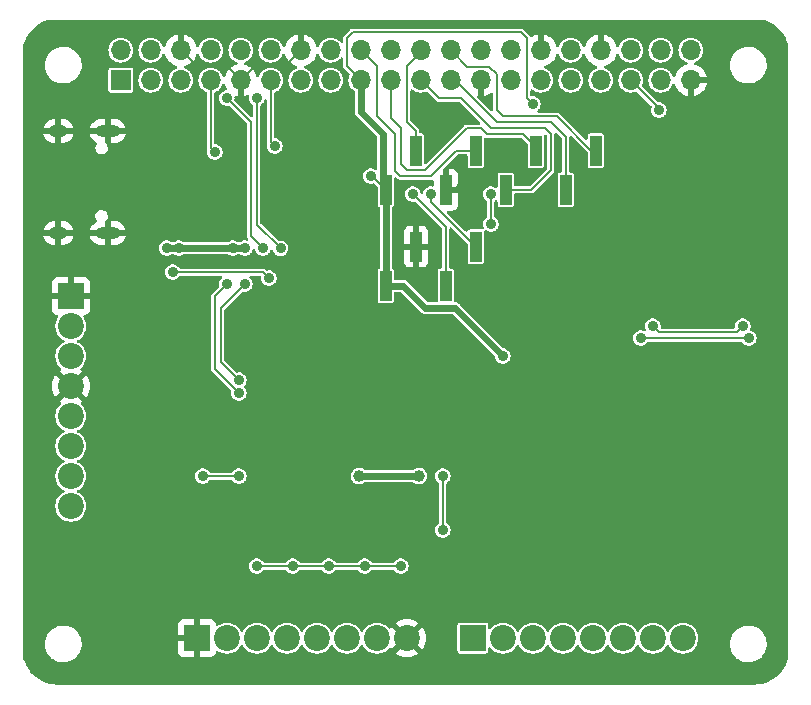
<source format=gtl>
G04 #@! TF.GenerationSoftware,KiCad,Pcbnew,(6.0.6)*
G04 #@! TF.CreationDate,2022-10-01T16:28:01+02:00*
G04 #@! TF.ProjectId,Phoniebox,50686f6e-6965-4626-9f78-2e6b69636164,rev?*
G04 #@! TF.SameCoordinates,Original*
G04 #@! TF.FileFunction,Copper,L1,Top*
G04 #@! TF.FilePolarity,Positive*
%FSLAX46Y46*%
G04 Gerber Fmt 4.6, Leading zero omitted, Abs format (unit mm)*
G04 Created by KiCad (PCBNEW (6.0.6)) date 2022-10-01 16:28:01*
%MOMM*%
%LPD*%
G01*
G04 APERTURE LIST*
G04 #@! TA.AperFunction,ComponentPad*
%ADD10R,2.200000X2.200000*%
G04 #@! TD*
G04 #@! TA.AperFunction,ComponentPad*
%ADD11C,2.200000*%
G04 #@! TD*
G04 #@! TA.AperFunction,SMDPad,CuDef*
%ADD12R,1.000000X2.510000*%
G04 #@! TD*
G04 #@! TA.AperFunction,ComponentPad*
%ADD13R,1.700000X1.700000*%
G04 #@! TD*
G04 #@! TA.AperFunction,ComponentPad*
%ADD14O,1.700000X1.700000*%
G04 #@! TD*
G04 #@! TA.AperFunction,ComponentPad*
%ADD15O,2.100000X1.000000*%
G04 #@! TD*
G04 #@! TA.AperFunction,ComponentPad*
%ADD16O,1.600000X1.000000*%
G04 #@! TD*
G04 #@! TA.AperFunction,ViaPad*
%ADD17C,1.000000*%
G04 #@! TD*
G04 #@! TA.AperFunction,ViaPad*
%ADD18C,0.900000*%
G04 #@! TD*
G04 #@! TA.AperFunction,Conductor*
%ADD19C,0.200000*%
G04 #@! TD*
G04 #@! TA.AperFunction,Conductor*
%ADD20C,0.600000*%
G04 #@! TD*
G04 APERTURE END LIST*
D10*
X104140000Y-67056000D03*
D11*
X104140000Y-69596000D03*
X104140000Y-72136000D03*
X104140000Y-74676000D03*
X104140000Y-77216000D03*
X104140000Y-79756000D03*
X104140000Y-82296000D03*
X104140000Y-84836000D03*
D12*
X130810000Y-66171000D03*
X133350000Y-62861000D03*
X135890000Y-66171000D03*
X138430000Y-62861000D03*
X130810000Y-58043000D03*
X133350000Y-54733000D03*
X135890000Y-58043000D03*
X138430000Y-54733000D03*
X140970000Y-58043000D03*
X143510000Y-54733000D03*
X146050000Y-58043000D03*
X148590000Y-54733000D03*
D10*
X114808000Y-96012000D03*
D11*
X117348000Y-96012000D03*
X119888000Y-96012000D03*
X122428000Y-96012000D03*
X124968000Y-96012000D03*
X127508000Y-96012000D03*
X130048000Y-96012000D03*
X132588000Y-96012000D03*
X155956000Y-96012000D03*
X153416000Y-96012000D03*
X150876000Y-96012000D03*
X148336000Y-96012000D03*
X145796000Y-96012000D03*
X143256000Y-96012000D03*
X140716000Y-96012000D03*
D10*
X138176000Y-96012000D03*
D13*
X108370000Y-48770000D03*
D14*
X108370000Y-46230000D03*
X110910000Y-48770000D03*
X110910000Y-46230000D03*
X113450000Y-48770000D03*
X113450000Y-46230000D03*
X115990000Y-48770000D03*
X115990000Y-46230000D03*
X118530000Y-48770000D03*
X118530000Y-46230000D03*
X121070000Y-48770000D03*
X121070000Y-46230000D03*
X123610000Y-48770000D03*
X123610000Y-46230000D03*
X126150000Y-48770000D03*
X126150000Y-46230000D03*
X128690000Y-48770000D03*
X128690000Y-46230000D03*
X131230000Y-48770000D03*
X131230000Y-46230000D03*
X133770000Y-48770000D03*
X133770000Y-46230000D03*
X136310000Y-48770000D03*
X136310000Y-46230000D03*
X138850000Y-48770000D03*
X138850000Y-46230000D03*
X141390000Y-48770000D03*
X141390000Y-46230000D03*
X143930000Y-48770000D03*
X143930000Y-46230000D03*
X146470000Y-48770000D03*
X146470000Y-46230000D03*
X149010000Y-48770000D03*
X149010000Y-46230000D03*
X151550000Y-48770000D03*
X151550000Y-46230000D03*
X154090000Y-48770000D03*
X154090000Y-46230000D03*
X156630000Y-48770000D03*
X156630000Y-46230000D03*
D15*
X107270000Y-61724000D03*
D16*
X103090000Y-61724000D03*
D15*
X107270000Y-53084000D03*
D16*
X103090000Y-53084000D03*
D17*
X128524000Y-82296000D03*
X133604000Y-82296000D03*
D18*
X145288000Y-69596000D03*
X113284000Y-79756000D03*
X119380000Y-79248000D03*
X125984000Y-55372000D03*
X147320000Y-72644000D03*
X153416000Y-89408000D03*
X129032000Y-86868000D03*
X156972000Y-89408000D03*
X163068000Y-74676000D03*
X112139957Y-74676000D03*
X142748000Y-89408000D03*
X125984000Y-76200000D03*
X138684000Y-75692000D03*
X144272000Y-75692000D03*
X106680000Y-83312000D03*
X131567907Y-69088000D03*
X118364000Y-56896000D03*
X137160000Y-57912000D03*
X119888000Y-66548000D03*
X132583907Y-72644000D03*
X139192000Y-89408000D03*
X163068000Y-59944000D03*
X162052000Y-52451000D03*
X106680000Y-78740000D03*
X107188000Y-67056000D03*
X134620000Y-54356000D03*
X134615907Y-69088000D03*
X125476000Y-78232000D03*
X112268000Y-61468000D03*
X117856000Y-53340000D03*
X132588000Y-86868000D03*
X124460000Y-74168000D03*
X123952000Y-86868000D03*
X149860000Y-64008000D03*
X104521000Y-90551000D03*
X112776000Y-69596000D03*
X146304000Y-89408000D03*
X106680000Y-71120000D03*
X101346000Y-84836000D03*
X133096000Y-65024000D03*
X140716000Y-64008000D03*
X120396000Y-86868000D03*
X116332000Y-89916000D03*
X126492000Y-66548000D03*
X149860000Y-89408000D03*
X157480000Y-51308000D03*
X160528000Y-90424000D03*
X110236000Y-68072000D03*
X129032000Y-80772000D03*
X149352000Y-51308000D03*
X109728000Y-82296000D03*
X122936000Y-89916000D03*
X132080000Y-89916000D03*
X143256000Y-50800000D03*
X135636000Y-86868000D03*
X135636000Y-82296000D03*
X129032000Y-89916000D03*
X129540000Y-56896000D03*
X140716000Y-72136000D03*
X119888000Y-89916000D03*
X125984000Y-89916000D03*
X118364000Y-82296000D03*
X115316000Y-82296000D03*
X112776000Y-65024000D03*
X120904000Y-65532000D03*
X139700000Y-58420000D03*
X139700000Y-60960000D03*
X161544000Y-70612000D03*
X152400000Y-70612000D03*
X153416000Y-69596000D03*
X161036000Y-69596000D03*
X153924000Y-51308000D03*
X133096000Y-58420000D03*
X134620000Y-58420000D03*
X117348000Y-50292000D03*
X120396000Y-62992000D03*
X118364000Y-75267503D03*
X117348000Y-66040000D03*
X118364000Y-74168000D03*
X118872000Y-66040000D03*
X121898023Y-63013977D03*
X119888000Y-50292000D03*
X116332000Y-54864000D03*
X121412000Y-54356000D03*
X112268000Y-62992000D03*
X117856000Y-62992000D03*
X118872000Y-62992000D03*
X113284000Y-62992000D03*
D19*
X116840000Y-72644000D02*
X118364000Y-74168000D01*
X116840000Y-68072000D02*
X116840000Y-72644000D01*
X118872000Y-66040000D02*
X116840000Y-68072000D01*
X116332000Y-67056000D02*
X116332000Y-73235503D01*
X116332000Y-73235503D02*
X118364000Y-75267503D01*
X117348000Y-66040000D02*
X116332000Y-67056000D01*
X153924000Y-70104000D02*
X153416000Y-69596000D01*
X160528000Y-70104000D02*
X153924000Y-70104000D01*
X161036000Y-69596000D02*
X160528000Y-70104000D01*
X152400000Y-70612000D02*
X161544000Y-70612000D01*
D20*
X132255661Y-66171000D02*
X130810000Y-66171000D01*
X134156661Y-68072000D02*
X132255661Y-66171000D01*
X136652000Y-68072000D02*
X134156661Y-68072000D01*
X140716000Y-72136000D02*
X136652000Y-68072000D01*
X133604000Y-82296000D02*
X128524000Y-82296000D01*
D19*
X122342000Y-47498000D02*
X119802000Y-47498000D01*
X114718000Y-47498000D02*
X113450000Y-46230000D01*
X118530000Y-48770000D02*
X117258000Y-47498000D01*
X123610000Y-46230000D02*
X122342000Y-47498000D01*
X119802000Y-47498000D02*
X118530000Y-48770000D01*
X117258000Y-47498000D02*
X114718000Y-47498000D01*
X142740690Y-45204690D02*
X142240000Y-44704000D01*
X128016000Y-44704000D02*
X127508000Y-45212000D01*
X125984000Y-89916000D02*
X122936000Y-89916000D01*
X127508000Y-45212000D02*
X127508000Y-47588000D01*
X132080000Y-89916000D02*
X129032000Y-89916000D01*
X129663000Y-56896000D02*
X130810000Y-58043000D01*
D20*
X130810000Y-58043000D02*
X130810000Y-66171000D01*
D19*
X122936000Y-89916000D02*
X119888000Y-89916000D01*
X135636000Y-82296000D02*
X135636000Y-86868000D01*
X142240000Y-44704000D02*
X128016000Y-44704000D01*
X143256000Y-50800000D02*
X142740690Y-50284690D01*
X142740690Y-50284690D02*
X142740690Y-45204690D01*
X129032000Y-89916000D02*
X125984000Y-89916000D01*
D20*
X128690000Y-48770000D02*
X128690000Y-51474000D01*
D19*
X127508000Y-47588000D02*
X128690000Y-48770000D01*
D20*
X130556000Y-53340000D02*
X130556000Y-56896000D01*
D19*
X129540000Y-56896000D02*
X129663000Y-56896000D01*
D20*
X128690000Y-51474000D02*
X130556000Y-53340000D01*
D19*
X118364000Y-82296000D02*
X115316000Y-82296000D01*
X120396000Y-65024000D02*
X112776000Y-65024000D01*
X120904000Y-65532000D02*
X120396000Y-65024000D01*
X132588000Y-52324000D02*
X133350000Y-53086000D01*
X133846000Y-46306000D02*
X132588000Y-47564000D01*
X132588000Y-47564000D02*
X132588000Y-52324000D01*
X133350000Y-53086000D02*
X133350000Y-54733000D01*
X131572000Y-56450000D02*
X132018000Y-56896000D01*
X136783000Y-54733000D02*
X138430000Y-54733000D01*
X134620000Y-56896000D02*
X136783000Y-54733000D01*
X132018000Y-56896000D02*
X134620000Y-56896000D01*
X130048000Y-51816000D02*
X131572000Y-53340000D01*
X131572000Y-53340000D02*
X131572000Y-56450000D01*
X130048000Y-47588000D02*
X130048000Y-51816000D01*
X128690000Y-46230000D02*
X130048000Y-47588000D01*
X143125000Y-58043000D02*
X140970000Y-58043000D01*
X144780000Y-53340000D02*
X144780000Y-56388000D01*
X144780000Y-56388000D02*
X143125000Y-58043000D01*
X139700000Y-52832000D02*
X144272000Y-52832000D01*
X137160000Y-50292000D02*
X139700000Y-52832000D01*
X144272000Y-52832000D02*
X144780000Y-53340000D01*
X135292000Y-50292000D02*
X137160000Y-50292000D01*
X133846000Y-48846000D02*
X135292000Y-50292000D01*
X134112000Y-56388000D02*
X137668000Y-52832000D01*
X142432500Y-53340000D02*
X143510000Y-54417500D01*
X143510000Y-54417500D02*
X143510000Y-54733000D01*
X132080000Y-55880000D02*
X132588000Y-56388000D01*
X137668000Y-52832000D02*
X138884000Y-52832000D01*
X139392000Y-53340000D02*
X142432500Y-53340000D01*
X131230000Y-48770000D02*
X131230000Y-51982000D01*
X132080000Y-52832000D02*
X132080000Y-55880000D01*
X138884000Y-52832000D02*
X139392000Y-53340000D01*
X131230000Y-51982000D02*
X132080000Y-52832000D01*
X132588000Y-56388000D02*
X134112000Y-56388000D01*
X140208000Y-52324000D02*
X144780000Y-52324000D01*
X144780000Y-52324000D02*
X146050000Y-53594000D01*
X136310000Y-48770000D02*
X136654000Y-48770000D01*
X146050000Y-53594000D02*
X146050000Y-58043000D01*
X136654000Y-48770000D02*
X140208000Y-52324000D01*
X140208000Y-51308000D02*
X140716000Y-51816000D01*
X140716000Y-51816000D02*
X145288000Y-51816000D01*
X145288000Y-51816000D02*
X148205000Y-54733000D01*
X148205000Y-54733000D02*
X148590000Y-54733000D01*
X139568000Y-47620000D02*
X140208000Y-48260000D01*
X140208000Y-48260000D02*
X140208000Y-51308000D01*
X137700000Y-47620000D02*
X139568000Y-47620000D01*
X136310000Y-46230000D02*
X137700000Y-47620000D01*
X139700000Y-58420000D02*
X139700000Y-60960000D01*
X151626000Y-48846000D02*
X153924000Y-51144000D01*
X153924000Y-51144000D02*
X153924000Y-51308000D01*
X133096000Y-58420000D02*
X135890000Y-61214000D01*
X135890000Y-61214000D02*
X135890000Y-66171000D01*
X134620000Y-59051000D02*
X138430000Y-62861000D01*
X134620000Y-58420000D02*
X134620000Y-59051000D01*
X119380000Y-52324000D02*
X117348000Y-50292000D01*
X119380000Y-61976000D02*
X119380000Y-52324000D01*
X120396000Y-62992000D02*
X119380000Y-61976000D01*
X119888000Y-61003954D02*
X119888000Y-50292000D01*
X121898023Y-63013977D02*
X119888000Y-61003954D01*
X115990000Y-54522000D02*
X115990000Y-48770000D01*
X116332000Y-54864000D02*
X115990000Y-54522000D01*
X121412000Y-54356000D02*
X121070000Y-54014000D01*
X121070000Y-54014000D02*
X121070000Y-48770000D01*
D20*
X113284000Y-62992000D02*
X116332000Y-62992000D01*
X112268000Y-62992000D02*
X113284000Y-62992000D01*
X115824000Y-62992000D02*
X117856000Y-62992000D01*
X118872000Y-62992000D02*
X115824000Y-62992000D01*
X117932000Y-63068000D02*
X117856000Y-62992000D01*
G04 #@! TA.AperFunction,Conductor*
G36*
X162894005Y-43692925D02*
G01*
X162967361Y-43714059D01*
X162980697Y-43718725D01*
X163160301Y-43793119D01*
X163273207Y-43839886D01*
X163285930Y-43846013D01*
X163563041Y-43999167D01*
X163574989Y-44006674D01*
X163833222Y-44189900D01*
X163844253Y-44198698D01*
X164072138Y-44402349D01*
X164080335Y-44409674D01*
X164090325Y-44419664D01*
X164301302Y-44655747D01*
X164310100Y-44666778D01*
X164493326Y-44925011D01*
X164500833Y-44936959D01*
X164650580Y-45207905D01*
X164653985Y-45214066D01*
X164660114Y-45226793D01*
X164671829Y-45255075D01*
X164781275Y-45519303D01*
X164785942Y-45532639D01*
X164799217Y-45578716D01*
X164817182Y-45641073D01*
X164841076Y-45724012D01*
X164846000Y-45758894D01*
X164846000Y-97741106D01*
X164841076Y-97775986D01*
X164811534Y-97878529D01*
X164785942Y-97967361D01*
X164781275Y-97980697D01*
X164660116Y-98273203D01*
X164653987Y-98285930D01*
X164500833Y-98563041D01*
X164493326Y-98574989D01*
X164310100Y-98833222D01*
X164301302Y-98844253D01*
X164122811Y-99043984D01*
X164090326Y-99080335D01*
X164080336Y-99090325D01*
X163844253Y-99301302D01*
X163833222Y-99310100D01*
X163574989Y-99493326D01*
X163563041Y-99500833D01*
X163285930Y-99653987D01*
X163273207Y-99660114D01*
X163160301Y-99706881D01*
X162980697Y-99781275D01*
X162967360Y-99785942D01*
X162663124Y-99873591D01*
X162649349Y-99876735D01*
X162493282Y-99903252D01*
X162337210Y-99929770D01*
X162323178Y-99931351D01*
X162008846Y-99949003D01*
X162008640Y-99945341D01*
X162002732Y-99946471D01*
X162000000Y-99945339D01*
X161992582Y-99948412D01*
X161988356Y-99949220D01*
X161979124Y-99948228D01*
X161970275Y-99949500D01*
X103010045Y-99949500D01*
X103010045Y-99947923D01*
X103007309Y-99948366D01*
X103000000Y-99945339D01*
X102991154Y-99949003D01*
X102984207Y-99948613D01*
X102984200Y-99948610D01*
X102977865Y-99948092D01*
X102971439Y-99947401D01*
X102968555Y-99947734D01*
X102676822Y-99931351D01*
X102662790Y-99929770D01*
X102506718Y-99903252D01*
X102350651Y-99876735D01*
X102336876Y-99873591D01*
X102032640Y-99785942D01*
X102019303Y-99781275D01*
X101839699Y-99706881D01*
X101726793Y-99660114D01*
X101714070Y-99653987D01*
X101436959Y-99500833D01*
X101425011Y-99493326D01*
X101166778Y-99310100D01*
X101155747Y-99301302D01*
X100919664Y-99090325D01*
X100909674Y-99080335D01*
X100877189Y-99043984D01*
X100698698Y-98844253D01*
X100689900Y-98833222D01*
X100506674Y-98574989D01*
X100499167Y-98563041D01*
X100346013Y-98285930D01*
X100339884Y-98273203D01*
X100218725Y-97980697D01*
X100214058Y-97967360D01*
X100126409Y-97663124D01*
X100123265Y-97649349D01*
X100077780Y-97381643D01*
X100076000Y-97360537D01*
X100076000Y-96554288D01*
X101945404Y-96554288D01*
X101945985Y-96559308D01*
X101945985Y-96559312D01*
X101967874Y-96748494D01*
X101974081Y-96802140D01*
X101975460Y-96807011D01*
X101975460Y-96807014D01*
X101990403Y-96859821D01*
X102042017Y-97042219D01*
X102053995Y-97067905D01*
X102145175Y-97263443D01*
X102147462Y-97268348D01*
X102150304Y-97272529D01*
X102150304Y-97272530D01*
X102180791Y-97317390D01*
X102287706Y-97474710D01*
X102459138Y-97655994D01*
X102463164Y-97659072D01*
X102463165Y-97659073D01*
X102570460Y-97741106D01*
X102657349Y-97807538D01*
X102877239Y-97925443D01*
X103113152Y-98006674D01*
X103241099Y-98028774D01*
X103355107Y-98048467D01*
X103355113Y-98048468D01*
X103359017Y-98049142D01*
X103362978Y-98049322D01*
X103362979Y-98049322D01*
X103387503Y-98050436D01*
X103387522Y-98050436D01*
X103388922Y-98050500D01*
X103562691Y-98050500D01*
X103565199Y-98050298D01*
X103565204Y-98050298D01*
X103743661Y-98035940D01*
X103743666Y-98035939D01*
X103748702Y-98035534D01*
X103753610Y-98034329D01*
X103753613Y-98034328D01*
X103986092Y-97977225D01*
X103991006Y-97976018D01*
X103995658Y-97974043D01*
X103995662Y-97974042D01*
X104216022Y-97880505D01*
X104216023Y-97880505D01*
X104220677Y-97878529D01*
X104431808Y-97745573D01*
X104533040Y-97656325D01*
X104615168Y-97583920D01*
X104615171Y-97583917D01*
X104618965Y-97580572D01*
X104777334Y-97387770D01*
X104902840Y-97172128D01*
X104908775Y-97156669D01*
X113200001Y-97156669D01*
X113200371Y-97163490D01*
X113205895Y-97214352D01*
X113209521Y-97229604D01*
X113254676Y-97350054D01*
X113263214Y-97365649D01*
X113339715Y-97467724D01*
X113352276Y-97480285D01*
X113454351Y-97556786D01*
X113469946Y-97565324D01*
X113590394Y-97610478D01*
X113605649Y-97614105D01*
X113656514Y-97619631D01*
X113663328Y-97620000D01*
X114535885Y-97620000D01*
X114551124Y-97615525D01*
X114552329Y-97614135D01*
X114554000Y-97606452D01*
X114554000Y-97601884D01*
X115062000Y-97601884D01*
X115066475Y-97617123D01*
X115067865Y-97618328D01*
X115075548Y-97619999D01*
X115952669Y-97619999D01*
X115959490Y-97619629D01*
X116010352Y-97614105D01*
X116025604Y-97610479D01*
X116146054Y-97565324D01*
X116161649Y-97556786D01*
X116263724Y-97480285D01*
X116276285Y-97467724D01*
X116352786Y-97365649D01*
X116361324Y-97350054D01*
X116406478Y-97229606D01*
X116410106Y-97214350D01*
X116414500Y-97173895D01*
X116441741Y-97108332D01*
X116500104Y-97067905D01*
X116571058Y-97065449D01*
X116612032Y-97084288D01*
X116695266Y-97142568D01*
X116700244Y-97144889D01*
X116700247Y-97144891D01*
X116849202Y-97214350D01*
X116901504Y-97238739D01*
X116906812Y-97240161D01*
X116906814Y-97240162D01*
X117115993Y-97296211D01*
X117115995Y-97296211D01*
X117121308Y-97297635D01*
X117348000Y-97317468D01*
X117574692Y-97297635D01*
X117580005Y-97296211D01*
X117580007Y-97296211D01*
X117789186Y-97240162D01*
X117789188Y-97240161D01*
X117794496Y-97238739D01*
X117846798Y-97214350D01*
X117995753Y-97144891D01*
X117995756Y-97144889D01*
X118000734Y-97142568D01*
X118187139Y-97012047D01*
X118348047Y-96851139D01*
X118478568Y-96664734D01*
X118503805Y-96610613D01*
X118550722Y-96557328D01*
X118619000Y-96537867D01*
X118686959Y-96558409D01*
X118732195Y-96610612D01*
X118757432Y-96664734D01*
X118887953Y-96851139D01*
X119048861Y-97012047D01*
X119235266Y-97142568D01*
X119240244Y-97144889D01*
X119240247Y-97144891D01*
X119389202Y-97214350D01*
X119441504Y-97238739D01*
X119446812Y-97240161D01*
X119446814Y-97240162D01*
X119655993Y-97296211D01*
X119655995Y-97296211D01*
X119661308Y-97297635D01*
X119888000Y-97317468D01*
X120114692Y-97297635D01*
X120120005Y-97296211D01*
X120120007Y-97296211D01*
X120329186Y-97240162D01*
X120329188Y-97240161D01*
X120334496Y-97238739D01*
X120386798Y-97214350D01*
X120535753Y-97144891D01*
X120535756Y-97144889D01*
X120540734Y-97142568D01*
X120727139Y-97012047D01*
X120888047Y-96851139D01*
X121018568Y-96664734D01*
X121043805Y-96610613D01*
X121090722Y-96557328D01*
X121159000Y-96537867D01*
X121226959Y-96558409D01*
X121272195Y-96610612D01*
X121297432Y-96664734D01*
X121427953Y-96851139D01*
X121588861Y-97012047D01*
X121775266Y-97142568D01*
X121780244Y-97144889D01*
X121780247Y-97144891D01*
X121929202Y-97214350D01*
X121981504Y-97238739D01*
X121986812Y-97240161D01*
X121986814Y-97240162D01*
X122195993Y-97296211D01*
X122195995Y-97296211D01*
X122201308Y-97297635D01*
X122428000Y-97317468D01*
X122654692Y-97297635D01*
X122660005Y-97296211D01*
X122660007Y-97296211D01*
X122869186Y-97240162D01*
X122869188Y-97240161D01*
X122874496Y-97238739D01*
X122926798Y-97214350D01*
X123075753Y-97144891D01*
X123075756Y-97144889D01*
X123080734Y-97142568D01*
X123267139Y-97012047D01*
X123428047Y-96851139D01*
X123558568Y-96664734D01*
X123583805Y-96610613D01*
X123630722Y-96557328D01*
X123699000Y-96537867D01*
X123766959Y-96558409D01*
X123812195Y-96610612D01*
X123837432Y-96664734D01*
X123967953Y-96851139D01*
X124128861Y-97012047D01*
X124315266Y-97142568D01*
X124320244Y-97144889D01*
X124320247Y-97144891D01*
X124469202Y-97214350D01*
X124521504Y-97238739D01*
X124526812Y-97240161D01*
X124526814Y-97240162D01*
X124735993Y-97296211D01*
X124735995Y-97296211D01*
X124741308Y-97297635D01*
X124968000Y-97317468D01*
X125194692Y-97297635D01*
X125200005Y-97296211D01*
X125200007Y-97296211D01*
X125409186Y-97240162D01*
X125409188Y-97240161D01*
X125414496Y-97238739D01*
X125466798Y-97214350D01*
X125615753Y-97144891D01*
X125615756Y-97144889D01*
X125620734Y-97142568D01*
X125807139Y-97012047D01*
X125968047Y-96851139D01*
X126098568Y-96664734D01*
X126123805Y-96610613D01*
X126170722Y-96557328D01*
X126239000Y-96537867D01*
X126306959Y-96558409D01*
X126352195Y-96610612D01*
X126377432Y-96664734D01*
X126507953Y-96851139D01*
X126668861Y-97012047D01*
X126855266Y-97142568D01*
X126860244Y-97144889D01*
X126860247Y-97144891D01*
X127009202Y-97214350D01*
X127061504Y-97238739D01*
X127066812Y-97240161D01*
X127066814Y-97240162D01*
X127275993Y-97296211D01*
X127275995Y-97296211D01*
X127281308Y-97297635D01*
X127508000Y-97317468D01*
X127734692Y-97297635D01*
X127740005Y-97296211D01*
X127740007Y-97296211D01*
X127949186Y-97240162D01*
X127949188Y-97240161D01*
X127954496Y-97238739D01*
X128006798Y-97214350D01*
X128155753Y-97144891D01*
X128155756Y-97144889D01*
X128160734Y-97142568D01*
X128347139Y-97012047D01*
X128508047Y-96851139D01*
X128638568Y-96664734D01*
X128663805Y-96610613D01*
X128710722Y-96557328D01*
X128779000Y-96537867D01*
X128846959Y-96558409D01*
X128892195Y-96610612D01*
X128917432Y-96664734D01*
X129047953Y-96851139D01*
X129208861Y-97012047D01*
X129395266Y-97142568D01*
X129400244Y-97144889D01*
X129400247Y-97144891D01*
X129549202Y-97214350D01*
X129601504Y-97238739D01*
X129606812Y-97240161D01*
X129606814Y-97240162D01*
X129815993Y-97296211D01*
X129815995Y-97296211D01*
X129821308Y-97297635D01*
X130048000Y-97317468D01*
X130048892Y-97317390D01*
X131647440Y-97317390D01*
X131653167Y-97325040D01*
X131851506Y-97446583D01*
X131860300Y-97451064D01*
X132084991Y-97544134D01*
X132094376Y-97547183D01*
X132330863Y-97603959D01*
X132340610Y-97605502D01*
X132583070Y-97624584D01*
X132592930Y-97624584D01*
X132835390Y-97605502D01*
X132845137Y-97603959D01*
X133081624Y-97547183D01*
X133091009Y-97544134D01*
X133315700Y-97451064D01*
X133324494Y-97446583D01*
X133519167Y-97327287D01*
X133528627Y-97316830D01*
X133524844Y-97308054D01*
X133348538Y-97131748D01*
X136875500Y-97131748D01*
X136876707Y-97137816D01*
X136883884Y-97173895D01*
X136887133Y-97190231D01*
X136931448Y-97256552D01*
X136997769Y-97300867D01*
X137009938Y-97303288D01*
X137009939Y-97303288D01*
X137033900Y-97308054D01*
X137056252Y-97312500D01*
X139295748Y-97312500D01*
X139318100Y-97308054D01*
X139342061Y-97303288D01*
X139342062Y-97303288D01*
X139354231Y-97300867D01*
X139420552Y-97256552D01*
X139464867Y-97190231D01*
X139468117Y-97173895D01*
X139475293Y-97137816D01*
X139476500Y-97131748D01*
X139476500Y-96908785D01*
X139496502Y-96840664D01*
X139550158Y-96794171D01*
X139620432Y-96784067D01*
X139685012Y-96813561D01*
X139705711Y-96836512D01*
X139715953Y-96851139D01*
X139876861Y-97012047D01*
X140063266Y-97142568D01*
X140068244Y-97144889D01*
X140068247Y-97144891D01*
X140217202Y-97214350D01*
X140269504Y-97238739D01*
X140274812Y-97240161D01*
X140274814Y-97240162D01*
X140483993Y-97296211D01*
X140483995Y-97296211D01*
X140489308Y-97297635D01*
X140716000Y-97317468D01*
X140942692Y-97297635D01*
X140948005Y-97296211D01*
X140948007Y-97296211D01*
X141157186Y-97240162D01*
X141157188Y-97240161D01*
X141162496Y-97238739D01*
X141214798Y-97214350D01*
X141363753Y-97144891D01*
X141363756Y-97144889D01*
X141368734Y-97142568D01*
X141555139Y-97012047D01*
X141716047Y-96851139D01*
X141846568Y-96664734D01*
X141871805Y-96610613D01*
X141918722Y-96557328D01*
X141987000Y-96537867D01*
X142054959Y-96558409D01*
X142100195Y-96610612D01*
X142125432Y-96664734D01*
X142255953Y-96851139D01*
X142416861Y-97012047D01*
X142603266Y-97142568D01*
X142608244Y-97144889D01*
X142608247Y-97144891D01*
X142757202Y-97214350D01*
X142809504Y-97238739D01*
X142814812Y-97240161D01*
X142814814Y-97240162D01*
X143023993Y-97296211D01*
X143023995Y-97296211D01*
X143029308Y-97297635D01*
X143256000Y-97317468D01*
X143482692Y-97297635D01*
X143488005Y-97296211D01*
X143488007Y-97296211D01*
X143697186Y-97240162D01*
X143697188Y-97240161D01*
X143702496Y-97238739D01*
X143754798Y-97214350D01*
X143903753Y-97144891D01*
X143903756Y-97144889D01*
X143908734Y-97142568D01*
X144095139Y-97012047D01*
X144256047Y-96851139D01*
X144386568Y-96664734D01*
X144411805Y-96610613D01*
X144458722Y-96557328D01*
X144527000Y-96537867D01*
X144594959Y-96558409D01*
X144640195Y-96610612D01*
X144665432Y-96664734D01*
X144795953Y-96851139D01*
X144956861Y-97012047D01*
X145143266Y-97142568D01*
X145148244Y-97144889D01*
X145148247Y-97144891D01*
X145297202Y-97214350D01*
X145349504Y-97238739D01*
X145354812Y-97240161D01*
X145354814Y-97240162D01*
X145563993Y-97296211D01*
X145563995Y-97296211D01*
X145569308Y-97297635D01*
X145796000Y-97317468D01*
X146022692Y-97297635D01*
X146028005Y-97296211D01*
X146028007Y-97296211D01*
X146237186Y-97240162D01*
X146237188Y-97240161D01*
X146242496Y-97238739D01*
X146294798Y-97214350D01*
X146443753Y-97144891D01*
X146443756Y-97144889D01*
X146448734Y-97142568D01*
X146635139Y-97012047D01*
X146796047Y-96851139D01*
X146926568Y-96664734D01*
X146951805Y-96610613D01*
X146998722Y-96557328D01*
X147067000Y-96537867D01*
X147134959Y-96558409D01*
X147180195Y-96610612D01*
X147205432Y-96664734D01*
X147335953Y-96851139D01*
X147496861Y-97012047D01*
X147683266Y-97142568D01*
X147688244Y-97144889D01*
X147688247Y-97144891D01*
X147837202Y-97214350D01*
X147889504Y-97238739D01*
X147894812Y-97240161D01*
X147894814Y-97240162D01*
X148103993Y-97296211D01*
X148103995Y-97296211D01*
X148109308Y-97297635D01*
X148336000Y-97317468D01*
X148562692Y-97297635D01*
X148568005Y-97296211D01*
X148568007Y-97296211D01*
X148777186Y-97240162D01*
X148777188Y-97240161D01*
X148782496Y-97238739D01*
X148834798Y-97214350D01*
X148983753Y-97144891D01*
X148983756Y-97144889D01*
X148988734Y-97142568D01*
X149175139Y-97012047D01*
X149336047Y-96851139D01*
X149466568Y-96664734D01*
X149491805Y-96610613D01*
X149538722Y-96557328D01*
X149607000Y-96537867D01*
X149674959Y-96558409D01*
X149720195Y-96610612D01*
X149745432Y-96664734D01*
X149875953Y-96851139D01*
X150036861Y-97012047D01*
X150223266Y-97142568D01*
X150228244Y-97144889D01*
X150228247Y-97144891D01*
X150377202Y-97214350D01*
X150429504Y-97238739D01*
X150434812Y-97240161D01*
X150434814Y-97240162D01*
X150643993Y-97296211D01*
X150643995Y-97296211D01*
X150649308Y-97297635D01*
X150876000Y-97317468D01*
X151102692Y-97297635D01*
X151108005Y-97296211D01*
X151108007Y-97296211D01*
X151317186Y-97240162D01*
X151317188Y-97240161D01*
X151322496Y-97238739D01*
X151374798Y-97214350D01*
X151523753Y-97144891D01*
X151523756Y-97144889D01*
X151528734Y-97142568D01*
X151715139Y-97012047D01*
X151876047Y-96851139D01*
X152006568Y-96664734D01*
X152031805Y-96610613D01*
X152078722Y-96557328D01*
X152147000Y-96537867D01*
X152214959Y-96558409D01*
X152260195Y-96610612D01*
X152285432Y-96664734D01*
X152415953Y-96851139D01*
X152576861Y-97012047D01*
X152763266Y-97142568D01*
X152768244Y-97144889D01*
X152768247Y-97144891D01*
X152917202Y-97214350D01*
X152969504Y-97238739D01*
X152974812Y-97240161D01*
X152974814Y-97240162D01*
X153183993Y-97296211D01*
X153183995Y-97296211D01*
X153189308Y-97297635D01*
X153416000Y-97317468D01*
X153642692Y-97297635D01*
X153648005Y-97296211D01*
X153648007Y-97296211D01*
X153857186Y-97240162D01*
X153857188Y-97240161D01*
X153862496Y-97238739D01*
X153914798Y-97214350D01*
X154063753Y-97144891D01*
X154063756Y-97144889D01*
X154068734Y-97142568D01*
X154255139Y-97012047D01*
X154416047Y-96851139D01*
X154546568Y-96664734D01*
X154571805Y-96610613D01*
X154618722Y-96557328D01*
X154687000Y-96537867D01*
X154754959Y-96558409D01*
X154800195Y-96610612D01*
X154825432Y-96664734D01*
X154955953Y-96851139D01*
X155116861Y-97012047D01*
X155303266Y-97142568D01*
X155308244Y-97144889D01*
X155308247Y-97144891D01*
X155457202Y-97214350D01*
X155509504Y-97238739D01*
X155514812Y-97240161D01*
X155514814Y-97240162D01*
X155723993Y-97296211D01*
X155723995Y-97296211D01*
X155729308Y-97297635D01*
X155956000Y-97317468D01*
X156182692Y-97297635D01*
X156188005Y-97296211D01*
X156188007Y-97296211D01*
X156397186Y-97240162D01*
X156397188Y-97240161D01*
X156402496Y-97238739D01*
X156454798Y-97214350D01*
X156603753Y-97144891D01*
X156603756Y-97144889D01*
X156608734Y-97142568D01*
X156795139Y-97012047D01*
X156956047Y-96851139D01*
X157086568Y-96664734D01*
X157135728Y-96559312D01*
X157138071Y-96554288D01*
X159945404Y-96554288D01*
X159945985Y-96559308D01*
X159945985Y-96559312D01*
X159967874Y-96748494D01*
X159974081Y-96802140D01*
X159975460Y-96807011D01*
X159975460Y-96807014D01*
X159990403Y-96859821D01*
X160042017Y-97042219D01*
X160053995Y-97067905D01*
X160145175Y-97263443D01*
X160147462Y-97268348D01*
X160150304Y-97272529D01*
X160150304Y-97272530D01*
X160180791Y-97317390D01*
X160287706Y-97474710D01*
X160459138Y-97655994D01*
X160463164Y-97659072D01*
X160463165Y-97659073D01*
X160570460Y-97741106D01*
X160657349Y-97807538D01*
X160877239Y-97925443D01*
X161113152Y-98006674D01*
X161241099Y-98028774D01*
X161355107Y-98048467D01*
X161355113Y-98048468D01*
X161359017Y-98049142D01*
X161362978Y-98049322D01*
X161362979Y-98049322D01*
X161387503Y-98050436D01*
X161387522Y-98050436D01*
X161388922Y-98050500D01*
X161562691Y-98050500D01*
X161565199Y-98050298D01*
X161565204Y-98050298D01*
X161743661Y-98035940D01*
X161743666Y-98035939D01*
X161748702Y-98035534D01*
X161753610Y-98034329D01*
X161753613Y-98034328D01*
X161986092Y-97977225D01*
X161991006Y-97976018D01*
X161995658Y-97974043D01*
X161995662Y-97974042D01*
X162216022Y-97880505D01*
X162216023Y-97880505D01*
X162220677Y-97878529D01*
X162431808Y-97745573D01*
X162533040Y-97656325D01*
X162615168Y-97583920D01*
X162615171Y-97583917D01*
X162618965Y-97580572D01*
X162777334Y-97387770D01*
X162902840Y-97172128D01*
X162913296Y-97144891D01*
X162987099Y-96952627D01*
X162992255Y-96939195D01*
X163011593Y-96846632D01*
X163042243Y-96699915D01*
X163043278Y-96694961D01*
X163054596Y-96445712D01*
X163047459Y-96384022D01*
X163026501Y-96202890D01*
X163025919Y-96197860D01*
X162957983Y-95957781D01*
X162895366Y-95823498D01*
X162854675Y-95736234D01*
X162854673Y-95736230D01*
X162852538Y-95731652D01*
X162712294Y-95525290D01*
X162540862Y-95344006D01*
X162342651Y-95192462D01*
X162122761Y-95074557D01*
X161886848Y-94993326D01*
X161758901Y-94971226D01*
X161644893Y-94951533D01*
X161644887Y-94951532D01*
X161640983Y-94950858D01*
X161637022Y-94950678D01*
X161637021Y-94950678D01*
X161612497Y-94949564D01*
X161612478Y-94949564D01*
X161611078Y-94949500D01*
X161437309Y-94949500D01*
X161434801Y-94949702D01*
X161434796Y-94949702D01*
X161256339Y-94964060D01*
X161256334Y-94964061D01*
X161251298Y-94964466D01*
X161246390Y-94965671D01*
X161246387Y-94965672D01*
X161070828Y-95008794D01*
X161008994Y-95023982D01*
X161004342Y-95025957D01*
X161004338Y-95025958D01*
X160794061Y-95115215D01*
X160779323Y-95121471D01*
X160568192Y-95254427D01*
X160564398Y-95257772D01*
X160384832Y-95416080D01*
X160384829Y-95416083D01*
X160381035Y-95419428D01*
X160222666Y-95612230D01*
X160097160Y-95827872D01*
X160007745Y-96060805D01*
X160006712Y-96065751D01*
X160006710Y-96065757D01*
X159969472Y-96244007D01*
X159956722Y-96305039D01*
X159956493Y-96310088D01*
X159956492Y-96310094D01*
X159951916Y-96410871D01*
X159945404Y-96554288D01*
X157138071Y-96554288D01*
X157180416Y-96463478D01*
X157180417Y-96463476D01*
X157182739Y-96458496D01*
X157186165Y-96445712D01*
X157240211Y-96244007D01*
X157240211Y-96244005D01*
X157241635Y-96238692D01*
X157261468Y-96012000D01*
X157241635Y-95785308D01*
X157233119Y-95753525D01*
X157184162Y-95570814D01*
X157184161Y-95570812D01*
X157182739Y-95565504D01*
X157160763Y-95518376D01*
X157088891Y-95364247D01*
X157088889Y-95364244D01*
X157086568Y-95359266D01*
X156956047Y-95172861D01*
X156795139Y-95011953D01*
X156608734Y-94881432D01*
X156603756Y-94879111D01*
X156603753Y-94879109D01*
X156407478Y-94787584D01*
X156407476Y-94787583D01*
X156402496Y-94785261D01*
X156397188Y-94783839D01*
X156397186Y-94783838D01*
X156188007Y-94727789D01*
X156188005Y-94727789D01*
X156182692Y-94726365D01*
X155956000Y-94706532D01*
X155729308Y-94726365D01*
X155723995Y-94727789D01*
X155723993Y-94727789D01*
X155514814Y-94783838D01*
X155514812Y-94783839D01*
X155509504Y-94785261D01*
X155504524Y-94787583D01*
X155504522Y-94787584D01*
X155308247Y-94879109D01*
X155308244Y-94879111D01*
X155303266Y-94881432D01*
X155116861Y-95011953D01*
X154955953Y-95172861D01*
X154825432Y-95359266D01*
X154823111Y-95364244D01*
X154823109Y-95364247D01*
X154800195Y-95413387D01*
X154753278Y-95466672D01*
X154685000Y-95486133D01*
X154617041Y-95465591D01*
X154571805Y-95413387D01*
X154548891Y-95364247D01*
X154548889Y-95364244D01*
X154546568Y-95359266D01*
X154416047Y-95172861D01*
X154255139Y-95011953D01*
X154068734Y-94881432D01*
X154063756Y-94879111D01*
X154063753Y-94879109D01*
X153867478Y-94787584D01*
X153867476Y-94787583D01*
X153862496Y-94785261D01*
X153857188Y-94783839D01*
X153857186Y-94783838D01*
X153648007Y-94727789D01*
X153648005Y-94727789D01*
X153642692Y-94726365D01*
X153416000Y-94706532D01*
X153189308Y-94726365D01*
X153183995Y-94727789D01*
X153183993Y-94727789D01*
X152974814Y-94783838D01*
X152974812Y-94783839D01*
X152969504Y-94785261D01*
X152964524Y-94787583D01*
X152964522Y-94787584D01*
X152768247Y-94879109D01*
X152768244Y-94879111D01*
X152763266Y-94881432D01*
X152576861Y-95011953D01*
X152415953Y-95172861D01*
X152285432Y-95359266D01*
X152283111Y-95364244D01*
X152283109Y-95364247D01*
X152260195Y-95413387D01*
X152213278Y-95466672D01*
X152145000Y-95486133D01*
X152077041Y-95465591D01*
X152031805Y-95413387D01*
X152008891Y-95364247D01*
X152008889Y-95364244D01*
X152006568Y-95359266D01*
X151876047Y-95172861D01*
X151715139Y-95011953D01*
X151528734Y-94881432D01*
X151523756Y-94879111D01*
X151523753Y-94879109D01*
X151327478Y-94787584D01*
X151327476Y-94787583D01*
X151322496Y-94785261D01*
X151317188Y-94783839D01*
X151317186Y-94783838D01*
X151108007Y-94727789D01*
X151108005Y-94727789D01*
X151102692Y-94726365D01*
X150876000Y-94706532D01*
X150649308Y-94726365D01*
X150643995Y-94727789D01*
X150643993Y-94727789D01*
X150434814Y-94783838D01*
X150434812Y-94783839D01*
X150429504Y-94785261D01*
X150424524Y-94787583D01*
X150424522Y-94787584D01*
X150228247Y-94879109D01*
X150228244Y-94879111D01*
X150223266Y-94881432D01*
X150036861Y-95011953D01*
X149875953Y-95172861D01*
X149745432Y-95359266D01*
X149743111Y-95364244D01*
X149743109Y-95364247D01*
X149720195Y-95413387D01*
X149673278Y-95466672D01*
X149605000Y-95486133D01*
X149537041Y-95465591D01*
X149491805Y-95413387D01*
X149468891Y-95364247D01*
X149468889Y-95364244D01*
X149466568Y-95359266D01*
X149336047Y-95172861D01*
X149175139Y-95011953D01*
X148988734Y-94881432D01*
X148983756Y-94879111D01*
X148983753Y-94879109D01*
X148787478Y-94787584D01*
X148787476Y-94787583D01*
X148782496Y-94785261D01*
X148777188Y-94783839D01*
X148777186Y-94783838D01*
X148568007Y-94727789D01*
X148568005Y-94727789D01*
X148562692Y-94726365D01*
X148336000Y-94706532D01*
X148109308Y-94726365D01*
X148103995Y-94727789D01*
X148103993Y-94727789D01*
X147894814Y-94783838D01*
X147894812Y-94783839D01*
X147889504Y-94785261D01*
X147884524Y-94787583D01*
X147884522Y-94787584D01*
X147688247Y-94879109D01*
X147688244Y-94879111D01*
X147683266Y-94881432D01*
X147496861Y-95011953D01*
X147335953Y-95172861D01*
X147205432Y-95359266D01*
X147203111Y-95364244D01*
X147203109Y-95364247D01*
X147180195Y-95413387D01*
X147133278Y-95466672D01*
X147065000Y-95486133D01*
X146997041Y-95465591D01*
X146951805Y-95413387D01*
X146928891Y-95364247D01*
X146928889Y-95364244D01*
X146926568Y-95359266D01*
X146796047Y-95172861D01*
X146635139Y-95011953D01*
X146448734Y-94881432D01*
X146443756Y-94879111D01*
X146443753Y-94879109D01*
X146247478Y-94787584D01*
X146247476Y-94787583D01*
X146242496Y-94785261D01*
X146237188Y-94783839D01*
X146237186Y-94783838D01*
X146028007Y-94727789D01*
X146028005Y-94727789D01*
X146022692Y-94726365D01*
X145796000Y-94706532D01*
X145569308Y-94726365D01*
X145563995Y-94727789D01*
X145563993Y-94727789D01*
X145354814Y-94783838D01*
X145354812Y-94783839D01*
X145349504Y-94785261D01*
X145344524Y-94787583D01*
X145344522Y-94787584D01*
X145148247Y-94879109D01*
X145148244Y-94879111D01*
X145143266Y-94881432D01*
X144956861Y-95011953D01*
X144795953Y-95172861D01*
X144665432Y-95359266D01*
X144663111Y-95364244D01*
X144663109Y-95364247D01*
X144640195Y-95413387D01*
X144593278Y-95466672D01*
X144525000Y-95486133D01*
X144457041Y-95465591D01*
X144411805Y-95413387D01*
X144388891Y-95364247D01*
X144388889Y-95364244D01*
X144386568Y-95359266D01*
X144256047Y-95172861D01*
X144095139Y-95011953D01*
X143908734Y-94881432D01*
X143903756Y-94879111D01*
X143903753Y-94879109D01*
X143707478Y-94787584D01*
X143707476Y-94787583D01*
X143702496Y-94785261D01*
X143697188Y-94783839D01*
X143697186Y-94783838D01*
X143488007Y-94727789D01*
X143488005Y-94727789D01*
X143482692Y-94726365D01*
X143256000Y-94706532D01*
X143029308Y-94726365D01*
X143023995Y-94727789D01*
X143023993Y-94727789D01*
X142814814Y-94783838D01*
X142814812Y-94783839D01*
X142809504Y-94785261D01*
X142804524Y-94787583D01*
X142804522Y-94787584D01*
X142608247Y-94879109D01*
X142608244Y-94879111D01*
X142603266Y-94881432D01*
X142416861Y-95011953D01*
X142255953Y-95172861D01*
X142125432Y-95359266D01*
X142123111Y-95364244D01*
X142123109Y-95364247D01*
X142100195Y-95413387D01*
X142053278Y-95466672D01*
X141985000Y-95486133D01*
X141917041Y-95465591D01*
X141871805Y-95413387D01*
X141848891Y-95364247D01*
X141848889Y-95364244D01*
X141846568Y-95359266D01*
X141716047Y-95172861D01*
X141555139Y-95011953D01*
X141368734Y-94881432D01*
X141363756Y-94879111D01*
X141363753Y-94879109D01*
X141167478Y-94787584D01*
X141167476Y-94787583D01*
X141162496Y-94785261D01*
X141157188Y-94783839D01*
X141157186Y-94783838D01*
X140948007Y-94727789D01*
X140948005Y-94727789D01*
X140942692Y-94726365D01*
X140716000Y-94706532D01*
X140489308Y-94726365D01*
X140483995Y-94727789D01*
X140483993Y-94727789D01*
X140274814Y-94783838D01*
X140274812Y-94783839D01*
X140269504Y-94785261D01*
X140264524Y-94787583D01*
X140264522Y-94787584D01*
X140068247Y-94879109D01*
X140068244Y-94879111D01*
X140063266Y-94881432D01*
X139876861Y-95011953D01*
X139715953Y-95172861D01*
X139712794Y-95177373D01*
X139705713Y-95187486D01*
X139650255Y-95231815D01*
X139579636Y-95239123D01*
X139516276Y-95207092D01*
X139480291Y-95145890D01*
X139476500Y-95115215D01*
X139476500Y-94892252D01*
X139464867Y-94833769D01*
X139420552Y-94767448D01*
X139354231Y-94723133D01*
X139342062Y-94720712D01*
X139342061Y-94720712D01*
X139301816Y-94712707D01*
X139295748Y-94711500D01*
X137056252Y-94711500D01*
X137050184Y-94712707D01*
X137009939Y-94720712D01*
X137009938Y-94720712D01*
X136997769Y-94723133D01*
X136931448Y-94767448D01*
X136887133Y-94833769D01*
X136875500Y-94892252D01*
X136875500Y-97131748D01*
X133348538Y-97131748D01*
X132600812Y-96384022D01*
X132586868Y-96376408D01*
X132585035Y-96376539D01*
X132578420Y-96380790D01*
X131654200Y-97305010D01*
X131647440Y-97317390D01*
X130048892Y-97317390D01*
X130274692Y-97297635D01*
X130280005Y-97296211D01*
X130280007Y-97296211D01*
X130489186Y-97240162D01*
X130489188Y-97240161D01*
X130494496Y-97238739D01*
X130546798Y-97214350D01*
X130695753Y-97144891D01*
X130695756Y-97144889D01*
X130700734Y-97142568D01*
X130887139Y-97012047D01*
X131039365Y-96859821D01*
X131101677Y-96825795D01*
X131172492Y-96830860D01*
X131229328Y-96873407D01*
X131235893Y-96883082D01*
X131272712Y-96943166D01*
X131283170Y-96952627D01*
X131291946Y-96948844D01*
X132215978Y-96024812D01*
X132222356Y-96013132D01*
X132952408Y-96013132D01*
X132952539Y-96014965D01*
X132956790Y-96021580D01*
X133881010Y-96945800D01*
X133893390Y-96952560D01*
X133901040Y-96946833D01*
X134022583Y-96748494D01*
X134027064Y-96739700D01*
X134120134Y-96515009D01*
X134123183Y-96505624D01*
X134179959Y-96269137D01*
X134181502Y-96259390D01*
X134200584Y-96016930D01*
X134200584Y-96007070D01*
X134181502Y-95764610D01*
X134179959Y-95754863D01*
X134123183Y-95518376D01*
X134120134Y-95508991D01*
X134027064Y-95284300D01*
X134022583Y-95275506D01*
X133903287Y-95080833D01*
X133892830Y-95071373D01*
X133884054Y-95075156D01*
X132960022Y-95999188D01*
X132952408Y-96013132D01*
X132222356Y-96013132D01*
X132223592Y-96010868D01*
X132223461Y-96009035D01*
X132219210Y-96002420D01*
X131294990Y-95078200D01*
X131282610Y-95071440D01*
X131274959Y-95077168D01*
X131235893Y-95140918D01*
X131183246Y-95188550D01*
X131113204Y-95200157D01*
X131048006Y-95172054D01*
X131039365Y-95164179D01*
X130887139Y-95011953D01*
X130700734Y-94881432D01*
X130695756Y-94879111D01*
X130695753Y-94879109D01*
X130499478Y-94787584D01*
X130499476Y-94787583D01*
X130494496Y-94785261D01*
X130489188Y-94783839D01*
X130489186Y-94783838D01*
X130280007Y-94727789D01*
X130280005Y-94727789D01*
X130274692Y-94726365D01*
X130055292Y-94707170D01*
X131647373Y-94707170D01*
X131651156Y-94715946D01*
X132575188Y-95639978D01*
X132589132Y-95647592D01*
X132590965Y-95647461D01*
X132597580Y-95643210D01*
X133521800Y-94718990D01*
X133528560Y-94706610D01*
X133522833Y-94698960D01*
X133324494Y-94577417D01*
X133315700Y-94572936D01*
X133091009Y-94479866D01*
X133081624Y-94476817D01*
X132845137Y-94420041D01*
X132835390Y-94418498D01*
X132592930Y-94399416D01*
X132583070Y-94399416D01*
X132340610Y-94418498D01*
X132330863Y-94420041D01*
X132094376Y-94476817D01*
X132084991Y-94479866D01*
X131860300Y-94572936D01*
X131851506Y-94577417D01*
X131656833Y-94696713D01*
X131647373Y-94707170D01*
X130055292Y-94707170D01*
X130048000Y-94706532D01*
X129821308Y-94726365D01*
X129815995Y-94727789D01*
X129815993Y-94727789D01*
X129606814Y-94783838D01*
X129606812Y-94783839D01*
X129601504Y-94785261D01*
X129596524Y-94787583D01*
X129596522Y-94787584D01*
X129400247Y-94879109D01*
X129400244Y-94879111D01*
X129395266Y-94881432D01*
X129208861Y-95011953D01*
X129047953Y-95172861D01*
X128917432Y-95359266D01*
X128915111Y-95364244D01*
X128915109Y-95364247D01*
X128892195Y-95413387D01*
X128845278Y-95466672D01*
X128777000Y-95486133D01*
X128709041Y-95465591D01*
X128663805Y-95413387D01*
X128640891Y-95364247D01*
X128640889Y-95364244D01*
X128638568Y-95359266D01*
X128508047Y-95172861D01*
X128347139Y-95011953D01*
X128160734Y-94881432D01*
X128155756Y-94879111D01*
X128155753Y-94879109D01*
X127959478Y-94787584D01*
X127959476Y-94787583D01*
X127954496Y-94785261D01*
X127949188Y-94783839D01*
X127949186Y-94783838D01*
X127740007Y-94727789D01*
X127740005Y-94727789D01*
X127734692Y-94726365D01*
X127508000Y-94706532D01*
X127281308Y-94726365D01*
X127275995Y-94727789D01*
X127275993Y-94727789D01*
X127066814Y-94783838D01*
X127066812Y-94783839D01*
X127061504Y-94785261D01*
X127056524Y-94787583D01*
X127056522Y-94787584D01*
X126860247Y-94879109D01*
X126860244Y-94879111D01*
X126855266Y-94881432D01*
X126668861Y-95011953D01*
X126507953Y-95172861D01*
X126377432Y-95359266D01*
X126375111Y-95364244D01*
X126375109Y-95364247D01*
X126352195Y-95413387D01*
X126305278Y-95466672D01*
X126237000Y-95486133D01*
X126169041Y-95465591D01*
X126123805Y-95413387D01*
X126100891Y-95364247D01*
X126100889Y-95364244D01*
X126098568Y-95359266D01*
X125968047Y-95172861D01*
X125807139Y-95011953D01*
X125620734Y-94881432D01*
X125615756Y-94879111D01*
X125615753Y-94879109D01*
X125419478Y-94787584D01*
X125419476Y-94787583D01*
X125414496Y-94785261D01*
X125409188Y-94783839D01*
X125409186Y-94783838D01*
X125200007Y-94727789D01*
X125200005Y-94727789D01*
X125194692Y-94726365D01*
X124968000Y-94706532D01*
X124741308Y-94726365D01*
X124735995Y-94727789D01*
X124735993Y-94727789D01*
X124526814Y-94783838D01*
X124526812Y-94783839D01*
X124521504Y-94785261D01*
X124516524Y-94787583D01*
X124516522Y-94787584D01*
X124320247Y-94879109D01*
X124320244Y-94879111D01*
X124315266Y-94881432D01*
X124128861Y-95011953D01*
X123967953Y-95172861D01*
X123837432Y-95359266D01*
X123835111Y-95364244D01*
X123835109Y-95364247D01*
X123812195Y-95413387D01*
X123765278Y-95466672D01*
X123697000Y-95486133D01*
X123629041Y-95465591D01*
X123583805Y-95413387D01*
X123560891Y-95364247D01*
X123560889Y-95364244D01*
X123558568Y-95359266D01*
X123428047Y-95172861D01*
X123267139Y-95011953D01*
X123080734Y-94881432D01*
X123075756Y-94879111D01*
X123075753Y-94879109D01*
X122879478Y-94787584D01*
X122879476Y-94787583D01*
X122874496Y-94785261D01*
X122869188Y-94783839D01*
X122869186Y-94783838D01*
X122660007Y-94727789D01*
X122660005Y-94727789D01*
X122654692Y-94726365D01*
X122428000Y-94706532D01*
X122201308Y-94726365D01*
X122195995Y-94727789D01*
X122195993Y-94727789D01*
X121986814Y-94783838D01*
X121986812Y-94783839D01*
X121981504Y-94785261D01*
X121976524Y-94787583D01*
X121976522Y-94787584D01*
X121780247Y-94879109D01*
X121780244Y-94879111D01*
X121775266Y-94881432D01*
X121588861Y-95011953D01*
X121427953Y-95172861D01*
X121297432Y-95359266D01*
X121295111Y-95364244D01*
X121295109Y-95364247D01*
X121272195Y-95413387D01*
X121225278Y-95466672D01*
X121157000Y-95486133D01*
X121089041Y-95465591D01*
X121043805Y-95413387D01*
X121020891Y-95364247D01*
X121020889Y-95364244D01*
X121018568Y-95359266D01*
X120888047Y-95172861D01*
X120727139Y-95011953D01*
X120540734Y-94881432D01*
X120535756Y-94879111D01*
X120535753Y-94879109D01*
X120339478Y-94787584D01*
X120339476Y-94787583D01*
X120334496Y-94785261D01*
X120329188Y-94783839D01*
X120329186Y-94783838D01*
X120120007Y-94727789D01*
X120120005Y-94727789D01*
X120114692Y-94726365D01*
X119888000Y-94706532D01*
X119661308Y-94726365D01*
X119655995Y-94727789D01*
X119655993Y-94727789D01*
X119446814Y-94783838D01*
X119446812Y-94783839D01*
X119441504Y-94785261D01*
X119436524Y-94787583D01*
X119436522Y-94787584D01*
X119240247Y-94879109D01*
X119240244Y-94879111D01*
X119235266Y-94881432D01*
X119048861Y-95011953D01*
X118887953Y-95172861D01*
X118757432Y-95359266D01*
X118755111Y-95364244D01*
X118755109Y-95364247D01*
X118732195Y-95413387D01*
X118685278Y-95466672D01*
X118617000Y-95486133D01*
X118549041Y-95465591D01*
X118503805Y-95413387D01*
X118480891Y-95364247D01*
X118480889Y-95364244D01*
X118478568Y-95359266D01*
X118348047Y-95172861D01*
X118187139Y-95011953D01*
X118000734Y-94881432D01*
X117995756Y-94879111D01*
X117995753Y-94879109D01*
X117799478Y-94787584D01*
X117799476Y-94787583D01*
X117794496Y-94785261D01*
X117789188Y-94783839D01*
X117789186Y-94783838D01*
X117580007Y-94727789D01*
X117580005Y-94727789D01*
X117574692Y-94726365D01*
X117348000Y-94706532D01*
X117121308Y-94726365D01*
X117115995Y-94727789D01*
X117115993Y-94727789D01*
X116906814Y-94783838D01*
X116906812Y-94783839D01*
X116901504Y-94785261D01*
X116896524Y-94787583D01*
X116896522Y-94787584D01*
X116700247Y-94879109D01*
X116700244Y-94879111D01*
X116695266Y-94881432D01*
X116612031Y-94939713D01*
X116544758Y-94962400D01*
X116475897Y-94945114D01*
X116427314Y-94893344D01*
X116414499Y-94850104D01*
X116410105Y-94809648D01*
X116406479Y-94794396D01*
X116361324Y-94673946D01*
X116352786Y-94658351D01*
X116276285Y-94556276D01*
X116263724Y-94543715D01*
X116161649Y-94467214D01*
X116146054Y-94458676D01*
X116025606Y-94413522D01*
X116010351Y-94409895D01*
X115959486Y-94404369D01*
X115952672Y-94404000D01*
X115080115Y-94404000D01*
X115064876Y-94408475D01*
X115063671Y-94409865D01*
X115062000Y-94417548D01*
X115062000Y-97601884D01*
X114554000Y-97601884D01*
X114554000Y-96284115D01*
X114549525Y-96268876D01*
X114548135Y-96267671D01*
X114540452Y-96266000D01*
X113218116Y-96266000D01*
X113202877Y-96270475D01*
X113201672Y-96271865D01*
X113200001Y-96279548D01*
X113200001Y-97156669D01*
X104908775Y-97156669D01*
X104913296Y-97144891D01*
X104987099Y-96952627D01*
X104992255Y-96939195D01*
X105011593Y-96846632D01*
X105042243Y-96699915D01*
X105043278Y-96694961D01*
X105054596Y-96445712D01*
X105047459Y-96384022D01*
X105026501Y-96202890D01*
X105025919Y-96197860D01*
X104957983Y-95957781D01*
X104895366Y-95823498D01*
X104856377Y-95739885D01*
X113200000Y-95739885D01*
X113204475Y-95755124D01*
X113205865Y-95756329D01*
X113213548Y-95758000D01*
X114535885Y-95758000D01*
X114551124Y-95753525D01*
X114552329Y-95752135D01*
X114554000Y-95744452D01*
X114554000Y-94422116D01*
X114549525Y-94406877D01*
X114548135Y-94405672D01*
X114540452Y-94404001D01*
X113663331Y-94404001D01*
X113656510Y-94404371D01*
X113605648Y-94409895D01*
X113590396Y-94413521D01*
X113469946Y-94458676D01*
X113454351Y-94467214D01*
X113352276Y-94543715D01*
X113339715Y-94556276D01*
X113263214Y-94658351D01*
X113254676Y-94673946D01*
X113209522Y-94794394D01*
X113205895Y-94809649D01*
X113200369Y-94860514D01*
X113200000Y-94867328D01*
X113200000Y-95739885D01*
X104856377Y-95739885D01*
X104854675Y-95736234D01*
X104854673Y-95736230D01*
X104852538Y-95731652D01*
X104712294Y-95525290D01*
X104540862Y-95344006D01*
X104342651Y-95192462D01*
X104122761Y-95074557D01*
X103886848Y-94993326D01*
X103758901Y-94971226D01*
X103644893Y-94951533D01*
X103644887Y-94951532D01*
X103640983Y-94950858D01*
X103637022Y-94950678D01*
X103637021Y-94950678D01*
X103612497Y-94949564D01*
X103612478Y-94949564D01*
X103611078Y-94949500D01*
X103437309Y-94949500D01*
X103434801Y-94949702D01*
X103434796Y-94949702D01*
X103256339Y-94964060D01*
X103256334Y-94964061D01*
X103251298Y-94964466D01*
X103246390Y-94965671D01*
X103246387Y-94965672D01*
X103070828Y-95008794D01*
X103008994Y-95023982D01*
X103004342Y-95025957D01*
X103004338Y-95025958D01*
X102794061Y-95115215D01*
X102779323Y-95121471D01*
X102568192Y-95254427D01*
X102564398Y-95257772D01*
X102384832Y-95416080D01*
X102384829Y-95416083D01*
X102381035Y-95419428D01*
X102222666Y-95612230D01*
X102097160Y-95827872D01*
X102007745Y-96060805D01*
X102006712Y-96065751D01*
X102006710Y-96065757D01*
X101969472Y-96244007D01*
X101956722Y-96305039D01*
X101956493Y-96310088D01*
X101956492Y-96310094D01*
X101951916Y-96410871D01*
X101945404Y-96554288D01*
X100076000Y-96554288D01*
X100076000Y-89909138D01*
X119232758Y-89909138D01*
X119250035Y-90065633D01*
X119304143Y-90213490D01*
X119308380Y-90219796D01*
X119308382Y-90219799D01*
X119341427Y-90268974D01*
X119391958Y-90344172D01*
X119508410Y-90450135D01*
X119515085Y-90453759D01*
X119640099Y-90521637D01*
X119640101Y-90521638D01*
X119646776Y-90525262D01*
X119654125Y-90527190D01*
X119791719Y-90563287D01*
X119791721Y-90563287D01*
X119799069Y-90565215D01*
X119882380Y-90566524D01*
X119948898Y-90567569D01*
X119948901Y-90567569D01*
X119956495Y-90567688D01*
X120109968Y-90532538D01*
X120250625Y-90461795D01*
X120276869Y-90439381D01*
X120364574Y-90364474D01*
X120364576Y-90364471D01*
X120370348Y-90359542D01*
X120377722Y-90349280D01*
X120435429Y-90268974D01*
X120491423Y-90225326D01*
X120537751Y-90216500D01*
X122287029Y-90216500D01*
X122355150Y-90236502D01*
X122391611Y-90272224D01*
X122435724Y-90337872D01*
X122435727Y-90337875D01*
X122439958Y-90344172D01*
X122556410Y-90450135D01*
X122563085Y-90453759D01*
X122688099Y-90521637D01*
X122688101Y-90521638D01*
X122694776Y-90525262D01*
X122702125Y-90527190D01*
X122839719Y-90563287D01*
X122839721Y-90563287D01*
X122847069Y-90565215D01*
X122930380Y-90566524D01*
X122996898Y-90567569D01*
X122996901Y-90567569D01*
X123004495Y-90567688D01*
X123157968Y-90532538D01*
X123298625Y-90461795D01*
X123324869Y-90439381D01*
X123412574Y-90364474D01*
X123412576Y-90364471D01*
X123418348Y-90359542D01*
X123425722Y-90349280D01*
X123483429Y-90268974D01*
X123539423Y-90225326D01*
X123585751Y-90216500D01*
X125335029Y-90216500D01*
X125403150Y-90236502D01*
X125439611Y-90272224D01*
X125483724Y-90337872D01*
X125483727Y-90337875D01*
X125487958Y-90344172D01*
X125604410Y-90450135D01*
X125611085Y-90453759D01*
X125736099Y-90521637D01*
X125736101Y-90521638D01*
X125742776Y-90525262D01*
X125750125Y-90527190D01*
X125887719Y-90563287D01*
X125887721Y-90563287D01*
X125895069Y-90565215D01*
X125978380Y-90566524D01*
X126044898Y-90567569D01*
X126044901Y-90567569D01*
X126052495Y-90567688D01*
X126205968Y-90532538D01*
X126346625Y-90461795D01*
X126372869Y-90439381D01*
X126460574Y-90364474D01*
X126460576Y-90364471D01*
X126466348Y-90359542D01*
X126473722Y-90349280D01*
X126531429Y-90268974D01*
X126587423Y-90225326D01*
X126633751Y-90216500D01*
X128383029Y-90216500D01*
X128451150Y-90236502D01*
X128487611Y-90272224D01*
X128531724Y-90337872D01*
X128531727Y-90337875D01*
X128535958Y-90344172D01*
X128652410Y-90450135D01*
X128659085Y-90453759D01*
X128784099Y-90521637D01*
X128784101Y-90521638D01*
X128790776Y-90525262D01*
X128798125Y-90527190D01*
X128935719Y-90563287D01*
X128935721Y-90563287D01*
X128943069Y-90565215D01*
X129026380Y-90566524D01*
X129092898Y-90567569D01*
X129092901Y-90567569D01*
X129100495Y-90567688D01*
X129253968Y-90532538D01*
X129394625Y-90461795D01*
X129420869Y-90439381D01*
X129508574Y-90364474D01*
X129508576Y-90364471D01*
X129514348Y-90359542D01*
X129521722Y-90349280D01*
X129579429Y-90268974D01*
X129635423Y-90225326D01*
X129681751Y-90216500D01*
X131431029Y-90216500D01*
X131499150Y-90236502D01*
X131535611Y-90272224D01*
X131579724Y-90337872D01*
X131579727Y-90337875D01*
X131583958Y-90344172D01*
X131700410Y-90450135D01*
X131707085Y-90453759D01*
X131832099Y-90521637D01*
X131832101Y-90521638D01*
X131838776Y-90525262D01*
X131846125Y-90527190D01*
X131983719Y-90563287D01*
X131983721Y-90563287D01*
X131991069Y-90565215D01*
X132074380Y-90566524D01*
X132140898Y-90567569D01*
X132140901Y-90567569D01*
X132148495Y-90567688D01*
X132301968Y-90532538D01*
X132442625Y-90461795D01*
X132468869Y-90439381D01*
X132556574Y-90364474D01*
X132556576Y-90364471D01*
X132562348Y-90359542D01*
X132654224Y-90231683D01*
X132712950Y-90085598D01*
X132735134Y-89929723D01*
X132735278Y-89916000D01*
X132716363Y-89759694D01*
X132660710Y-89612412D01*
X132571531Y-89482657D01*
X132524971Y-89441174D01*
X132459648Y-89382972D01*
X132459645Y-89382970D01*
X132453976Y-89377919D01*
X132314831Y-89304245D01*
X132298122Y-89300048D01*
X132169498Y-89267740D01*
X132169496Y-89267740D01*
X132162128Y-89265889D01*
X132154530Y-89265849D01*
X132154528Y-89265849D01*
X132087319Y-89265497D01*
X132004684Y-89265065D01*
X131997305Y-89266837D01*
X131997301Y-89266837D01*
X131858967Y-89300048D01*
X131858963Y-89300049D01*
X131851588Y-89301820D01*
X131711679Y-89374032D01*
X131705957Y-89379024D01*
X131705955Y-89379025D01*
X131598759Y-89472538D01*
X131598756Y-89472541D01*
X131593034Y-89477533D01*
X131588667Y-89483747D01*
X131533704Y-89561951D01*
X131478169Y-89606182D01*
X131430617Y-89615500D01*
X129681124Y-89615500D01*
X129613003Y-89595498D01*
X129577284Y-89560867D01*
X129527836Y-89488920D01*
X129527834Y-89488917D01*
X129523531Y-89482657D01*
X129476971Y-89441174D01*
X129411648Y-89382972D01*
X129411645Y-89382970D01*
X129405976Y-89377919D01*
X129266831Y-89304245D01*
X129250122Y-89300048D01*
X129121498Y-89267740D01*
X129121496Y-89267740D01*
X129114128Y-89265889D01*
X129106530Y-89265849D01*
X129106528Y-89265849D01*
X129039319Y-89265497D01*
X128956684Y-89265065D01*
X128949305Y-89266837D01*
X128949301Y-89266837D01*
X128810967Y-89300048D01*
X128810963Y-89300049D01*
X128803588Y-89301820D01*
X128663679Y-89374032D01*
X128657957Y-89379024D01*
X128657955Y-89379025D01*
X128550759Y-89472538D01*
X128550756Y-89472541D01*
X128545034Y-89477533D01*
X128540667Y-89483747D01*
X128485704Y-89561951D01*
X128430169Y-89606182D01*
X128382617Y-89615500D01*
X126633124Y-89615500D01*
X126565003Y-89595498D01*
X126529284Y-89560867D01*
X126479836Y-89488920D01*
X126479834Y-89488917D01*
X126475531Y-89482657D01*
X126428971Y-89441174D01*
X126363648Y-89382972D01*
X126363645Y-89382970D01*
X126357976Y-89377919D01*
X126218831Y-89304245D01*
X126202122Y-89300048D01*
X126073498Y-89267740D01*
X126073496Y-89267740D01*
X126066128Y-89265889D01*
X126058530Y-89265849D01*
X126058528Y-89265849D01*
X125991319Y-89265497D01*
X125908684Y-89265065D01*
X125901305Y-89266837D01*
X125901301Y-89266837D01*
X125762967Y-89300048D01*
X125762963Y-89300049D01*
X125755588Y-89301820D01*
X125615679Y-89374032D01*
X125609957Y-89379024D01*
X125609955Y-89379025D01*
X125502759Y-89472538D01*
X125502756Y-89472541D01*
X125497034Y-89477533D01*
X125492667Y-89483747D01*
X125437704Y-89561951D01*
X125382169Y-89606182D01*
X125334617Y-89615500D01*
X123585124Y-89615500D01*
X123517003Y-89595498D01*
X123481284Y-89560867D01*
X123431836Y-89488920D01*
X123431834Y-89488917D01*
X123427531Y-89482657D01*
X123380971Y-89441174D01*
X123315648Y-89382972D01*
X123315645Y-89382970D01*
X123309976Y-89377919D01*
X123170831Y-89304245D01*
X123154122Y-89300048D01*
X123025498Y-89267740D01*
X123025496Y-89267740D01*
X123018128Y-89265889D01*
X123010530Y-89265849D01*
X123010528Y-89265849D01*
X122943319Y-89265497D01*
X122860684Y-89265065D01*
X122853305Y-89266837D01*
X122853301Y-89266837D01*
X122714967Y-89300048D01*
X122714963Y-89300049D01*
X122707588Y-89301820D01*
X122567679Y-89374032D01*
X122561957Y-89379024D01*
X122561955Y-89379025D01*
X122454759Y-89472538D01*
X122454756Y-89472541D01*
X122449034Y-89477533D01*
X122444667Y-89483747D01*
X122389704Y-89561951D01*
X122334169Y-89606182D01*
X122286617Y-89615500D01*
X120537124Y-89615500D01*
X120469003Y-89595498D01*
X120433284Y-89560867D01*
X120383836Y-89488920D01*
X120383834Y-89488917D01*
X120379531Y-89482657D01*
X120332971Y-89441174D01*
X120267648Y-89382972D01*
X120267645Y-89382970D01*
X120261976Y-89377919D01*
X120122831Y-89304245D01*
X120106122Y-89300048D01*
X119977498Y-89267740D01*
X119977496Y-89267740D01*
X119970128Y-89265889D01*
X119962530Y-89265849D01*
X119962528Y-89265849D01*
X119895319Y-89265497D01*
X119812684Y-89265065D01*
X119805305Y-89266837D01*
X119805301Y-89266837D01*
X119666967Y-89300048D01*
X119666963Y-89300049D01*
X119659588Y-89301820D01*
X119519679Y-89374032D01*
X119513957Y-89379024D01*
X119513955Y-89379025D01*
X119406759Y-89472538D01*
X119406756Y-89472541D01*
X119401034Y-89477533D01*
X119396667Y-89483747D01*
X119318127Y-89595498D01*
X119310501Y-89606348D01*
X119253309Y-89753039D01*
X119232758Y-89909138D01*
X100076000Y-89909138D01*
X100076000Y-86861138D01*
X134980758Y-86861138D01*
X134998035Y-87017633D01*
X135052143Y-87165490D01*
X135056380Y-87171796D01*
X135056382Y-87171799D01*
X135096709Y-87231811D01*
X135139958Y-87296172D01*
X135256410Y-87402135D01*
X135263085Y-87405759D01*
X135388099Y-87473637D01*
X135388101Y-87473638D01*
X135394776Y-87477262D01*
X135402125Y-87479190D01*
X135539719Y-87515287D01*
X135539721Y-87515287D01*
X135547069Y-87517215D01*
X135630380Y-87518524D01*
X135696898Y-87519569D01*
X135696901Y-87519569D01*
X135704495Y-87519688D01*
X135857968Y-87484538D01*
X135998625Y-87413795D01*
X136024869Y-87391381D01*
X136112574Y-87316474D01*
X136112576Y-87316471D01*
X136118348Y-87311542D01*
X136210224Y-87183683D01*
X136268950Y-87037598D01*
X136291134Y-86881723D01*
X136291278Y-86868000D01*
X136272363Y-86711694D01*
X136216710Y-86564412D01*
X136127531Y-86434657D01*
X136075657Y-86388438D01*
X136015649Y-86334973D01*
X136015647Y-86334971D01*
X136009976Y-86329919D01*
X136003264Y-86326365D01*
X135997025Y-86322029D01*
X135997799Y-86320916D01*
X135952695Y-86276954D01*
X135936500Y-86215157D01*
X135936500Y-82949536D01*
X135956502Y-82881415D01*
X135992478Y-82844887D01*
X135998625Y-82841795D01*
X136018260Y-82825025D01*
X136112574Y-82744474D01*
X136112576Y-82744471D01*
X136118348Y-82739542D01*
X136210224Y-82611683D01*
X136268950Y-82465598D01*
X136291134Y-82309723D01*
X136291278Y-82296000D01*
X136290616Y-82290525D01*
X136273275Y-82147234D01*
X136272363Y-82139694D01*
X136247837Y-82074788D01*
X136219394Y-81999514D01*
X136219393Y-81999511D01*
X136216710Y-81992412D01*
X136127531Y-81862657D01*
X136050649Y-81794157D01*
X136015648Y-81762972D01*
X136015645Y-81762970D01*
X136009976Y-81757919D01*
X135870831Y-81684245D01*
X135727516Y-81648247D01*
X135725498Y-81647740D01*
X135725496Y-81647740D01*
X135718128Y-81645889D01*
X135710530Y-81645849D01*
X135710528Y-81645849D01*
X135643319Y-81645497D01*
X135560684Y-81645065D01*
X135553305Y-81646837D01*
X135553301Y-81646837D01*
X135414967Y-81680048D01*
X135414963Y-81680049D01*
X135407588Y-81681820D01*
X135267679Y-81754032D01*
X135261957Y-81759024D01*
X135261955Y-81759025D01*
X135154759Y-81852538D01*
X135154756Y-81852541D01*
X135149034Y-81857533D01*
X135144667Y-81863747D01*
X135066127Y-81975498D01*
X135058501Y-81986348D01*
X135001309Y-82133039D01*
X135000318Y-82140568D01*
X134981819Y-82281080D01*
X134980758Y-82289138D01*
X134998035Y-82445633D01*
X135052143Y-82593490D01*
X135056380Y-82599796D01*
X135056382Y-82599799D01*
X135080673Y-82635947D01*
X135139958Y-82724172D01*
X135256410Y-82830135D01*
X135263080Y-82833757D01*
X135263082Y-82833758D01*
X135269622Y-82837309D01*
X135319943Y-82887391D01*
X135335500Y-82948040D01*
X135335500Y-86214330D01*
X135315498Y-86282451D01*
X135280325Y-86318540D01*
X135274424Y-86322551D01*
X135267679Y-86326032D01*
X135261958Y-86331023D01*
X135154759Y-86424538D01*
X135154756Y-86424541D01*
X135149034Y-86429533D01*
X135058501Y-86558348D01*
X135001309Y-86705039D01*
X134980758Y-86861138D01*
X100076000Y-86861138D01*
X100076000Y-84836000D01*
X102834532Y-84836000D01*
X102854365Y-85062692D01*
X102913261Y-85282496D01*
X103009432Y-85488734D01*
X103139953Y-85675139D01*
X103300861Y-85836047D01*
X103487266Y-85966568D01*
X103492244Y-85968889D01*
X103492247Y-85968891D01*
X103688522Y-86060416D01*
X103693504Y-86062739D01*
X103698812Y-86064161D01*
X103698814Y-86064162D01*
X103907993Y-86120211D01*
X103907995Y-86120211D01*
X103913308Y-86121635D01*
X104140000Y-86141468D01*
X104366692Y-86121635D01*
X104372005Y-86120211D01*
X104372007Y-86120211D01*
X104581186Y-86064162D01*
X104581188Y-86064161D01*
X104586496Y-86062739D01*
X104591478Y-86060416D01*
X104787753Y-85968891D01*
X104787756Y-85968889D01*
X104792734Y-85966568D01*
X104979139Y-85836047D01*
X105140047Y-85675139D01*
X105270568Y-85488734D01*
X105366739Y-85282496D01*
X105425635Y-85062692D01*
X105445468Y-84836000D01*
X105425635Y-84609308D01*
X105366739Y-84389504D01*
X105270568Y-84183266D01*
X105140047Y-83996861D01*
X104979139Y-83835953D01*
X104792734Y-83705432D01*
X104787756Y-83703111D01*
X104787753Y-83703109D01*
X104738613Y-83680195D01*
X104685328Y-83633278D01*
X104665867Y-83565000D01*
X104686409Y-83497041D01*
X104738613Y-83451805D01*
X104787753Y-83428891D01*
X104787756Y-83428889D01*
X104792734Y-83426568D01*
X104979139Y-83296047D01*
X105140047Y-83135139D01*
X105270568Y-82948734D01*
X105289941Y-82907190D01*
X105364416Y-82747478D01*
X105364417Y-82747476D01*
X105366739Y-82742496D01*
X105369183Y-82733377D01*
X105424211Y-82528007D01*
X105424211Y-82528005D01*
X105425635Y-82522692D01*
X105445468Y-82296000D01*
X105444868Y-82289138D01*
X114660758Y-82289138D01*
X114678035Y-82445633D01*
X114732143Y-82593490D01*
X114736380Y-82599796D01*
X114736382Y-82599799D01*
X114760673Y-82635947D01*
X114819958Y-82724172D01*
X114840096Y-82742496D01*
X114921428Y-82816502D01*
X114936410Y-82830135D01*
X114943085Y-82833759D01*
X115068099Y-82901637D01*
X115068101Y-82901638D01*
X115074776Y-82905262D01*
X115082125Y-82907190D01*
X115219719Y-82943287D01*
X115219721Y-82943287D01*
X115227069Y-82945215D01*
X115310380Y-82946524D01*
X115376898Y-82947569D01*
X115376901Y-82947569D01*
X115384495Y-82947688D01*
X115537968Y-82912538D01*
X115678625Y-82841795D01*
X115752659Y-82778564D01*
X115792574Y-82744474D01*
X115792576Y-82744471D01*
X115798348Y-82739542D01*
X115805722Y-82729280D01*
X115863429Y-82648974D01*
X115919423Y-82605326D01*
X115965751Y-82596500D01*
X117715029Y-82596500D01*
X117783150Y-82616502D01*
X117819611Y-82652224D01*
X117863724Y-82717872D01*
X117863727Y-82717875D01*
X117867958Y-82724172D01*
X117888096Y-82742496D01*
X117969428Y-82816502D01*
X117984410Y-82830135D01*
X117991085Y-82833759D01*
X118116099Y-82901637D01*
X118116101Y-82901638D01*
X118122776Y-82905262D01*
X118130125Y-82907190D01*
X118267719Y-82943287D01*
X118267721Y-82943287D01*
X118275069Y-82945215D01*
X118358380Y-82946524D01*
X118424898Y-82947569D01*
X118424901Y-82947569D01*
X118432495Y-82947688D01*
X118585968Y-82912538D01*
X118726625Y-82841795D01*
X118800659Y-82778564D01*
X118840574Y-82744474D01*
X118840576Y-82744471D01*
X118846348Y-82739542D01*
X118938224Y-82611683D01*
X118996950Y-82465598D01*
X119019134Y-82309723D01*
X119019278Y-82296000D01*
X119018616Y-82290525D01*
X119018384Y-82288611D01*
X127818394Y-82288611D01*
X127836999Y-82457135D01*
X127844867Y-82478634D01*
X127891230Y-82605326D01*
X127895266Y-82616356D01*
X127899502Y-82622659D01*
X127899502Y-82622660D01*
X127912574Y-82642113D01*
X127989830Y-82757083D01*
X127995442Y-82762190D01*
X127995445Y-82762193D01*
X128109612Y-82866077D01*
X128109616Y-82866080D01*
X128115233Y-82871191D01*
X128121906Y-82874814D01*
X128121910Y-82874817D01*
X128257558Y-82948467D01*
X128257560Y-82948468D01*
X128264235Y-82952092D01*
X128271584Y-82954020D01*
X128420883Y-82993188D01*
X128420885Y-82993188D01*
X128428233Y-82995116D01*
X128514609Y-82996473D01*
X128590161Y-82997660D01*
X128590164Y-82997660D01*
X128597760Y-82997779D01*
X128605165Y-82996083D01*
X128605166Y-82996083D01*
X128665586Y-82982245D01*
X128763029Y-82959928D01*
X128914498Y-82883747D01*
X128920270Y-82878818D01*
X128920272Y-82878816D01*
X128969393Y-82836862D01*
X128981305Y-82826689D01*
X129046094Y-82797658D01*
X129063135Y-82796500D01*
X133064403Y-82796500D01*
X133132524Y-82816502D01*
X133149202Y-82829306D01*
X133195233Y-82871191D01*
X133201906Y-82874814D01*
X133201910Y-82874817D01*
X133337558Y-82948467D01*
X133337560Y-82948468D01*
X133344235Y-82952092D01*
X133351584Y-82954020D01*
X133500883Y-82993188D01*
X133500885Y-82993188D01*
X133508233Y-82995116D01*
X133594609Y-82996473D01*
X133670161Y-82997660D01*
X133670164Y-82997660D01*
X133677760Y-82997779D01*
X133685165Y-82996083D01*
X133685166Y-82996083D01*
X133745586Y-82982245D01*
X133843029Y-82959928D01*
X133994498Y-82883747D01*
X134123423Y-82773634D01*
X134222361Y-82635947D01*
X134227702Y-82622660D01*
X134282766Y-82485687D01*
X134282767Y-82485685D01*
X134285601Y-82478634D01*
X134309490Y-82310778D01*
X134309645Y-82296000D01*
X134308983Y-82290525D01*
X134291642Y-82147234D01*
X134289276Y-82127680D01*
X134229345Y-81969077D01*
X134152730Y-81857602D01*
X134137614Y-81835608D01*
X134137613Y-81835607D01*
X134133312Y-81829349D01*
X134093814Y-81794157D01*
X134012392Y-81721612D01*
X134012388Y-81721609D01*
X134006721Y-81716560D01*
X133856881Y-81637224D01*
X133692441Y-81595919D01*
X133684843Y-81595879D01*
X133684841Y-81595879D01*
X133607668Y-81595475D01*
X133522895Y-81595031D01*
X133515508Y-81596805D01*
X133515504Y-81596805D01*
X133372162Y-81631220D01*
X133358032Y-81634612D01*
X133351288Y-81638093D01*
X133351285Y-81638094D01*
X133259824Y-81685301D01*
X133207369Y-81712375D01*
X133201647Y-81717367D01*
X133201645Y-81717368D01*
X133147675Y-81764449D01*
X133083193Y-81794157D01*
X133064846Y-81795500D01*
X129063309Y-81795500D01*
X128995188Y-81775498D01*
X128979499Y-81763583D01*
X128926721Y-81716560D01*
X128776881Y-81637224D01*
X128612441Y-81595919D01*
X128604843Y-81595879D01*
X128604841Y-81595879D01*
X128527668Y-81595475D01*
X128442895Y-81595031D01*
X128435508Y-81596805D01*
X128435504Y-81596805D01*
X128292162Y-81631220D01*
X128278032Y-81634612D01*
X128271288Y-81638093D01*
X128271285Y-81638094D01*
X128179824Y-81685301D01*
X128127369Y-81712375D01*
X128121647Y-81717367D01*
X128121645Y-81717368D01*
X128116780Y-81721612D01*
X127999604Y-81823831D01*
X127902113Y-81962547D01*
X127840524Y-82120513D01*
X127818394Y-82288611D01*
X119018384Y-82288611D01*
X119001275Y-82147234D01*
X119000363Y-82139694D01*
X118975837Y-82074788D01*
X118947394Y-81999514D01*
X118947393Y-81999511D01*
X118944710Y-81992412D01*
X118855531Y-81862657D01*
X118778649Y-81794157D01*
X118743648Y-81762972D01*
X118743645Y-81762970D01*
X118737976Y-81757919D01*
X118598831Y-81684245D01*
X118455516Y-81648247D01*
X118453498Y-81647740D01*
X118453496Y-81647740D01*
X118446128Y-81645889D01*
X118438530Y-81645849D01*
X118438528Y-81645849D01*
X118371319Y-81645497D01*
X118288684Y-81645065D01*
X118281305Y-81646837D01*
X118281301Y-81646837D01*
X118142967Y-81680048D01*
X118142963Y-81680049D01*
X118135588Y-81681820D01*
X117995679Y-81754032D01*
X117989957Y-81759024D01*
X117989955Y-81759025D01*
X117882759Y-81852538D01*
X117882756Y-81852541D01*
X117877034Y-81857533D01*
X117872667Y-81863747D01*
X117817704Y-81941951D01*
X117762169Y-81986182D01*
X117714617Y-81995500D01*
X115965124Y-81995500D01*
X115897003Y-81975498D01*
X115861284Y-81940867D01*
X115811836Y-81868920D01*
X115811834Y-81868917D01*
X115807531Y-81862657D01*
X115730649Y-81794157D01*
X115695648Y-81762972D01*
X115695645Y-81762970D01*
X115689976Y-81757919D01*
X115550831Y-81684245D01*
X115407516Y-81648247D01*
X115405498Y-81647740D01*
X115405496Y-81647740D01*
X115398128Y-81645889D01*
X115390530Y-81645849D01*
X115390528Y-81645849D01*
X115323319Y-81645497D01*
X115240684Y-81645065D01*
X115233305Y-81646837D01*
X115233301Y-81646837D01*
X115094967Y-81680048D01*
X115094963Y-81680049D01*
X115087588Y-81681820D01*
X114947679Y-81754032D01*
X114941957Y-81759024D01*
X114941955Y-81759025D01*
X114834759Y-81852538D01*
X114834756Y-81852541D01*
X114829034Y-81857533D01*
X114824667Y-81863747D01*
X114746127Y-81975498D01*
X114738501Y-81986348D01*
X114681309Y-82133039D01*
X114680318Y-82140568D01*
X114661819Y-82281080D01*
X114660758Y-82289138D01*
X105444868Y-82289138D01*
X105425635Y-82069308D01*
X105391220Y-81940867D01*
X105368162Y-81854814D01*
X105368161Y-81854812D01*
X105366739Y-81849504D01*
X105354984Y-81824296D01*
X105272891Y-81648247D01*
X105272889Y-81648244D01*
X105270568Y-81643266D01*
X105140047Y-81456861D01*
X104979139Y-81295953D01*
X104792734Y-81165432D01*
X104787756Y-81163111D01*
X104787753Y-81163109D01*
X104738613Y-81140195D01*
X104685328Y-81093278D01*
X104665867Y-81025000D01*
X104686409Y-80957041D01*
X104738613Y-80911805D01*
X104787753Y-80888891D01*
X104787756Y-80888889D01*
X104792734Y-80886568D01*
X104979139Y-80756047D01*
X105140047Y-80595139D01*
X105270568Y-80408734D01*
X105366739Y-80202496D01*
X105425635Y-79982692D01*
X105445468Y-79756000D01*
X105425635Y-79529308D01*
X105366739Y-79309504D01*
X105270568Y-79103266D01*
X105140047Y-78916861D01*
X104979139Y-78755953D01*
X104792734Y-78625432D01*
X104787756Y-78623111D01*
X104787753Y-78623109D01*
X104738613Y-78600195D01*
X104685328Y-78553278D01*
X104665867Y-78485000D01*
X104686409Y-78417041D01*
X104738613Y-78371805D01*
X104787753Y-78348891D01*
X104787756Y-78348889D01*
X104792734Y-78346568D01*
X104979139Y-78216047D01*
X105140047Y-78055139D01*
X105270568Y-77868734D01*
X105366739Y-77662496D01*
X105425635Y-77442692D01*
X105445468Y-77216000D01*
X105425635Y-76989308D01*
X105366739Y-76769504D01*
X105270568Y-76563266D01*
X105140047Y-76376861D01*
X104987821Y-76224635D01*
X104953795Y-76162323D01*
X104958860Y-76091508D01*
X105001407Y-76034672D01*
X105011082Y-76028107D01*
X105071166Y-75991288D01*
X105080627Y-75980830D01*
X105076844Y-75972054D01*
X104152812Y-75048022D01*
X104138868Y-75040408D01*
X104137035Y-75040539D01*
X104130420Y-75044790D01*
X103206200Y-75969010D01*
X103199440Y-75981390D01*
X103205168Y-75989041D01*
X103268918Y-76028107D01*
X103316550Y-76080754D01*
X103328157Y-76150796D01*
X103300054Y-76215994D01*
X103292179Y-76224635D01*
X103139953Y-76376861D01*
X103009432Y-76563266D01*
X102913261Y-76769504D01*
X102854365Y-76989308D01*
X102834532Y-77216000D01*
X102854365Y-77442692D01*
X102913261Y-77662496D01*
X103009432Y-77868734D01*
X103139953Y-78055139D01*
X103300861Y-78216047D01*
X103487266Y-78346568D01*
X103492244Y-78348889D01*
X103492247Y-78348891D01*
X103541387Y-78371805D01*
X103594672Y-78418722D01*
X103614133Y-78487000D01*
X103593591Y-78554959D01*
X103541387Y-78600195D01*
X103492247Y-78623109D01*
X103492244Y-78623111D01*
X103487266Y-78625432D01*
X103300861Y-78755953D01*
X103139953Y-78916861D01*
X103009432Y-79103266D01*
X102913261Y-79309504D01*
X102854365Y-79529308D01*
X102834532Y-79756000D01*
X102854365Y-79982692D01*
X102913261Y-80202496D01*
X103009432Y-80408734D01*
X103139953Y-80595139D01*
X103300861Y-80756047D01*
X103487266Y-80886568D01*
X103492244Y-80888889D01*
X103492247Y-80888891D01*
X103541387Y-80911805D01*
X103594672Y-80958722D01*
X103614133Y-81027000D01*
X103593591Y-81094959D01*
X103541387Y-81140195D01*
X103492247Y-81163109D01*
X103492244Y-81163111D01*
X103487266Y-81165432D01*
X103300861Y-81295953D01*
X103139953Y-81456861D01*
X103009432Y-81643266D01*
X103007111Y-81648244D01*
X103007109Y-81648247D01*
X102925016Y-81824296D01*
X102913261Y-81849504D01*
X102911839Y-81854812D01*
X102911838Y-81854814D01*
X102888780Y-81940867D01*
X102854365Y-82069308D01*
X102834532Y-82296000D01*
X102854365Y-82522692D01*
X102855789Y-82528005D01*
X102855789Y-82528007D01*
X102910818Y-82733377D01*
X102913261Y-82742496D01*
X102915583Y-82747476D01*
X102915584Y-82747478D01*
X102990060Y-82907190D01*
X103009432Y-82948734D01*
X103139953Y-83135139D01*
X103300861Y-83296047D01*
X103487266Y-83426568D01*
X103492244Y-83428889D01*
X103492247Y-83428891D01*
X103541387Y-83451805D01*
X103594672Y-83498722D01*
X103614133Y-83567000D01*
X103593591Y-83634959D01*
X103541387Y-83680195D01*
X103492247Y-83703109D01*
X103492244Y-83703111D01*
X103487266Y-83705432D01*
X103300861Y-83835953D01*
X103139953Y-83996861D01*
X103009432Y-84183266D01*
X102913261Y-84389504D01*
X102854365Y-84609308D01*
X102834532Y-84836000D01*
X100076000Y-84836000D01*
X100076000Y-74680930D01*
X102527416Y-74680930D01*
X102546498Y-74923390D01*
X102548041Y-74933137D01*
X102604817Y-75169624D01*
X102607866Y-75179009D01*
X102700936Y-75403700D01*
X102705417Y-75412494D01*
X102824713Y-75607167D01*
X102835170Y-75616627D01*
X102843946Y-75612844D01*
X103767978Y-74688812D01*
X103774356Y-74677132D01*
X104504408Y-74677132D01*
X104504539Y-74678965D01*
X104508790Y-74685580D01*
X105433010Y-75609800D01*
X105445390Y-75616560D01*
X105453040Y-75610833D01*
X105574583Y-75412494D01*
X105579064Y-75403700D01*
X105672134Y-75179009D01*
X105675183Y-75169624D01*
X105731959Y-74933137D01*
X105733502Y-74923390D01*
X105752584Y-74680930D01*
X105752584Y-74671070D01*
X105733502Y-74428610D01*
X105731959Y-74418863D01*
X105675183Y-74182376D01*
X105672134Y-74172991D01*
X105579064Y-73948300D01*
X105574583Y-73939506D01*
X105455287Y-73744833D01*
X105444830Y-73735373D01*
X105436054Y-73739156D01*
X104512022Y-74663188D01*
X104504408Y-74677132D01*
X103774356Y-74677132D01*
X103775592Y-74674868D01*
X103775461Y-74673035D01*
X103771210Y-74666420D01*
X102846990Y-73742200D01*
X102834610Y-73735440D01*
X102826960Y-73741167D01*
X102705417Y-73939506D01*
X102700936Y-73948300D01*
X102607866Y-74172991D01*
X102604817Y-74182376D01*
X102548041Y-74418863D01*
X102546498Y-74428610D01*
X102527416Y-74671070D01*
X102527416Y-74680930D01*
X100076000Y-74680930D01*
X100076000Y-68200669D01*
X102532001Y-68200669D01*
X102532371Y-68207490D01*
X102537895Y-68258352D01*
X102541521Y-68273604D01*
X102586676Y-68394054D01*
X102595214Y-68409649D01*
X102671715Y-68511724D01*
X102684276Y-68524285D01*
X102786351Y-68600786D01*
X102801946Y-68609324D01*
X102922394Y-68654478D01*
X102937650Y-68658106D01*
X102978105Y-68662500D01*
X103043668Y-68689741D01*
X103084095Y-68748104D01*
X103086551Y-68819058D01*
X103067712Y-68860032D01*
X103009432Y-68943266D01*
X103007111Y-68948244D01*
X103007109Y-68948247D01*
X102957626Y-69054364D01*
X102913261Y-69149504D01*
X102911839Y-69154812D01*
X102911838Y-69154814D01*
X102908059Y-69168917D01*
X102854365Y-69369308D01*
X102834532Y-69596000D01*
X102854365Y-69822692D01*
X102855789Y-69828005D01*
X102855789Y-69828007D01*
X102892159Y-69963740D01*
X102913261Y-70042496D01*
X102915583Y-70047476D01*
X102915584Y-70047478D01*
X102989161Y-70205262D01*
X103009432Y-70248734D01*
X103139953Y-70435139D01*
X103300861Y-70596047D01*
X103487266Y-70726568D01*
X103492244Y-70728889D01*
X103492247Y-70728891D01*
X103541387Y-70751805D01*
X103594672Y-70798722D01*
X103614133Y-70867000D01*
X103593591Y-70934959D01*
X103541387Y-70980195D01*
X103492247Y-71003109D01*
X103492244Y-71003111D01*
X103487266Y-71005432D01*
X103300861Y-71135953D01*
X103139953Y-71296861D01*
X103009432Y-71483266D01*
X102913261Y-71689504D01*
X102911839Y-71694812D01*
X102911838Y-71694814D01*
X102908059Y-71708917D01*
X102854365Y-71909308D01*
X102834532Y-72136000D01*
X102854365Y-72362692D01*
X102855789Y-72368005D01*
X102855789Y-72368007D01*
X102910818Y-72573377D01*
X102913261Y-72582496D01*
X102915583Y-72587476D01*
X102915584Y-72587478D01*
X102990060Y-72747190D01*
X103009432Y-72788734D01*
X103139953Y-72975139D01*
X103292179Y-73127365D01*
X103326205Y-73189677D01*
X103321140Y-73260492D01*
X103278593Y-73317328D01*
X103268918Y-73323893D01*
X103208834Y-73360712D01*
X103199373Y-73371170D01*
X103203156Y-73379946D01*
X104127188Y-74303978D01*
X104141132Y-74311592D01*
X104142965Y-74311461D01*
X104149580Y-74307210D01*
X105073800Y-73382990D01*
X105080560Y-73370610D01*
X105074832Y-73362959D01*
X105011082Y-73323893D01*
X104963450Y-73271246D01*
X104951843Y-73201204D01*
X104979946Y-73136006D01*
X104987821Y-73127365D01*
X105140047Y-72975139D01*
X105270568Y-72788734D01*
X105289941Y-72747190D01*
X105364416Y-72587478D01*
X105364417Y-72587476D01*
X105366739Y-72582496D01*
X105369183Y-72573377D01*
X105424211Y-72368007D01*
X105424211Y-72368005D01*
X105425635Y-72362692D01*
X105445468Y-72136000D01*
X105425635Y-71909308D01*
X105371941Y-71708917D01*
X105368162Y-71694814D01*
X105368161Y-71694812D01*
X105366739Y-71689504D01*
X105270568Y-71483266D01*
X105140047Y-71296861D01*
X104979139Y-71135953D01*
X104792734Y-71005432D01*
X104787756Y-71003111D01*
X104787753Y-71003109D01*
X104738613Y-70980195D01*
X104685328Y-70933278D01*
X104665867Y-70865000D01*
X104686409Y-70797041D01*
X104738613Y-70751805D01*
X104787753Y-70728891D01*
X104787756Y-70728889D01*
X104792734Y-70726568D01*
X104979139Y-70596047D01*
X105140047Y-70435139D01*
X105270568Y-70248734D01*
X105290840Y-70205262D01*
X105364416Y-70047478D01*
X105364417Y-70047476D01*
X105366739Y-70042496D01*
X105387842Y-69963740D01*
X105424211Y-69828007D01*
X105424211Y-69828005D01*
X105425635Y-69822692D01*
X105445468Y-69596000D01*
X105425635Y-69369308D01*
X105371941Y-69168917D01*
X105368162Y-69154814D01*
X105368161Y-69154812D01*
X105366739Y-69149504D01*
X105322374Y-69054364D01*
X105272891Y-68948247D01*
X105272889Y-68948244D01*
X105270568Y-68943266D01*
X105212287Y-68860031D01*
X105189600Y-68792758D01*
X105206886Y-68723897D01*
X105258656Y-68675314D01*
X105301896Y-68662499D01*
X105342352Y-68658105D01*
X105357604Y-68654479D01*
X105478054Y-68609324D01*
X105493649Y-68600786D01*
X105595724Y-68524285D01*
X105608285Y-68511724D01*
X105684786Y-68409649D01*
X105693324Y-68394054D01*
X105738478Y-68273606D01*
X105742105Y-68258351D01*
X105747631Y-68207486D01*
X105748000Y-68200672D01*
X105748000Y-67328115D01*
X105743525Y-67312876D01*
X105742135Y-67311671D01*
X105734452Y-67310000D01*
X102550116Y-67310000D01*
X102534877Y-67314475D01*
X102533672Y-67315865D01*
X102532001Y-67323548D01*
X102532001Y-68200669D01*
X100076000Y-68200669D01*
X100076000Y-66783885D01*
X102532000Y-66783885D01*
X102536475Y-66799124D01*
X102537865Y-66800329D01*
X102545548Y-66802000D01*
X103867885Y-66802000D01*
X103883124Y-66797525D01*
X103884329Y-66796135D01*
X103886000Y-66788452D01*
X103886000Y-66783885D01*
X104394000Y-66783885D01*
X104398475Y-66799124D01*
X104399865Y-66800329D01*
X104407548Y-66802000D01*
X105729884Y-66802000D01*
X105745123Y-66797525D01*
X105746328Y-66796135D01*
X105747999Y-66788452D01*
X105747999Y-65911331D01*
X105747629Y-65904510D01*
X105742105Y-65853648D01*
X105738479Y-65838396D01*
X105693324Y-65717946D01*
X105684786Y-65702351D01*
X105608285Y-65600276D01*
X105595724Y-65587715D01*
X105493649Y-65511214D01*
X105478054Y-65502676D01*
X105357606Y-65457522D01*
X105342351Y-65453895D01*
X105291486Y-65448369D01*
X105284672Y-65448000D01*
X104412115Y-65448000D01*
X104396876Y-65452475D01*
X104395671Y-65453865D01*
X104394000Y-65461548D01*
X104394000Y-66783885D01*
X103886000Y-66783885D01*
X103886000Y-65466116D01*
X103881525Y-65450877D01*
X103880135Y-65449672D01*
X103872452Y-65448001D01*
X102995331Y-65448001D01*
X102988510Y-65448371D01*
X102937648Y-65453895D01*
X102922396Y-65457521D01*
X102801946Y-65502676D01*
X102786351Y-65511214D01*
X102684276Y-65587715D01*
X102671715Y-65600276D01*
X102595214Y-65702351D01*
X102586676Y-65717946D01*
X102541522Y-65838394D01*
X102537895Y-65853649D01*
X102532369Y-65904514D01*
X102532000Y-65911328D01*
X102532000Y-66783885D01*
X100076000Y-66783885D01*
X100076000Y-65017138D01*
X112120758Y-65017138D01*
X112138035Y-65173633D01*
X112192143Y-65321490D01*
X112279958Y-65452172D01*
X112297828Y-65468432D01*
X112387258Y-65549807D01*
X112396410Y-65558135D01*
X112403085Y-65561759D01*
X112528099Y-65629637D01*
X112528101Y-65629638D01*
X112534776Y-65633262D01*
X112542125Y-65635190D01*
X112679719Y-65671287D01*
X112679721Y-65671287D01*
X112687069Y-65673215D01*
X112770380Y-65674524D01*
X112836898Y-65675569D01*
X112836901Y-65675569D01*
X112844495Y-65675688D01*
X112997968Y-65640538D01*
X113138625Y-65569795D01*
X113168242Y-65544500D01*
X113252574Y-65472474D01*
X113252576Y-65472471D01*
X113258348Y-65467542D01*
X113262782Y-65461372D01*
X113323429Y-65376974D01*
X113379423Y-65333326D01*
X113425751Y-65324500D01*
X116842495Y-65324500D01*
X116910616Y-65344502D01*
X116957109Y-65398158D01*
X116967213Y-65468432D01*
X116937719Y-65533012D01*
X116925324Y-65545449D01*
X116866759Y-65596538D01*
X116866756Y-65596541D01*
X116861034Y-65601533D01*
X116826621Y-65650498D01*
X116786758Y-65707217D01*
X116770501Y-65730348D01*
X116713309Y-65877039D01*
X116712318Y-65884568D01*
X116700341Y-65975542D01*
X116692758Y-66033138D01*
X116697688Y-66077795D01*
X116709695Y-66186557D01*
X116697289Y-66256461D01*
X116673551Y-66289478D01*
X116156548Y-66806481D01*
X116154514Y-66808237D01*
X116149731Y-66810575D01*
X116141819Y-66819104D01*
X116141818Y-66819105D01*
X116116427Y-66846477D01*
X116113147Y-66849882D01*
X116099752Y-66863277D01*
X116097028Y-66867247D01*
X116094703Y-66869895D01*
X116081508Y-66884119D01*
X116081506Y-66884122D01*
X116073599Y-66892646D01*
X116069289Y-66903450D01*
X116066767Y-66907439D01*
X116061006Y-66918227D01*
X116059089Y-66922552D01*
X116052508Y-66932146D01*
X116049822Y-66943465D01*
X116049821Y-66943467D01*
X116046817Y-66956127D01*
X116041252Y-66973724D01*
X116032117Y-66996622D01*
X116031500Y-67002915D01*
X116031500Y-67005994D01*
X116031350Y-67009067D01*
X116031134Y-67009056D01*
X116029802Y-67020431D01*
X116029346Y-67029746D01*
X116026660Y-67041066D01*
X116028229Y-67052595D01*
X116028229Y-67052596D01*
X116030349Y-67068173D01*
X116031500Y-67085164D01*
X116031500Y-73183137D01*
X116031304Y-73185810D01*
X116029575Y-73190845D01*
X116030011Y-73202467D01*
X116030011Y-73202469D01*
X116031411Y-73239758D01*
X116031500Y-73244484D01*
X116031500Y-73263451D01*
X116032382Y-73268186D01*
X116032610Y-73271712D01*
X116033774Y-73302711D01*
X116038364Y-73313396D01*
X116039401Y-73317996D01*
X116042962Y-73329717D01*
X116044661Y-73334120D01*
X116046791Y-73345556D01*
X116052895Y-73355458D01*
X116059727Y-73366542D01*
X116068231Y-73382914D01*
X116074451Y-73397391D01*
X116074453Y-73397395D01*
X116077964Y-73405566D01*
X116081978Y-73410452D01*
X116084163Y-73412637D01*
X116086215Y-73414900D01*
X116086055Y-73415045D01*
X116093175Y-73424052D01*
X116099427Y-73430947D01*
X116105532Y-73440851D01*
X116127320Y-73457419D01*
X116140139Y-73468613D01*
X117690811Y-75019285D01*
X117724837Y-75081597D01*
X117726638Y-75124826D01*
X117719505Y-75179009D01*
X117708758Y-75260641D01*
X117726035Y-75417136D01*
X117780143Y-75564993D01*
X117784380Y-75571299D01*
X117784382Y-75571302D01*
X117808483Y-75607167D01*
X117867958Y-75695675D01*
X117984410Y-75801638D01*
X117991085Y-75805262D01*
X118116099Y-75873140D01*
X118116101Y-75873141D01*
X118122776Y-75876765D01*
X118130125Y-75878693D01*
X118267719Y-75914790D01*
X118267721Y-75914790D01*
X118275069Y-75916718D01*
X118358380Y-75918027D01*
X118424898Y-75919072D01*
X118424901Y-75919072D01*
X118432495Y-75919191D01*
X118585968Y-75884041D01*
X118726625Y-75813298D01*
X118752869Y-75790884D01*
X118840574Y-75715977D01*
X118840576Y-75715974D01*
X118846348Y-75711045D01*
X118938224Y-75583186D01*
X118996950Y-75437101D01*
X119019134Y-75281226D01*
X119019278Y-75267503D01*
X119000363Y-75111197D01*
X118973614Y-75040408D01*
X118947394Y-74971017D01*
X118947393Y-74971014D01*
X118944710Y-74963915D01*
X118855531Y-74834160D01*
X118831307Y-74812577D01*
X118793751Y-74752327D01*
X118794732Y-74681337D01*
X118833293Y-74622692D01*
X118846348Y-74611542D01*
X118938224Y-74483683D01*
X118996950Y-74337598D01*
X119019134Y-74181723D01*
X119019278Y-74168000D01*
X119000363Y-74011694D01*
X118944710Y-73864412D01*
X118855531Y-73734657D01*
X118808971Y-73693174D01*
X118743648Y-73634972D01*
X118743645Y-73634970D01*
X118737976Y-73629919D01*
X118598831Y-73556245D01*
X118591466Y-73554395D01*
X118453498Y-73519740D01*
X118453496Y-73519740D01*
X118446128Y-73517889D01*
X118438530Y-73517849D01*
X118438528Y-73517849D01*
X118371319Y-73517497D01*
X118288684Y-73517065D01*
X118281305Y-73518837D01*
X118281301Y-73518837D01*
X118251500Y-73525992D01*
X118235813Y-73529758D01*
X118164906Y-73526211D01*
X118117305Y-73496334D01*
X117177405Y-72556434D01*
X117143379Y-72494122D01*
X117140500Y-72467339D01*
X117140500Y-68248661D01*
X117160502Y-68180540D01*
X117177405Y-68159566D01*
X118624748Y-66712223D01*
X118687060Y-66678197D01*
X118745816Y-66679442D01*
X118775719Y-66687287D01*
X118775721Y-66687287D01*
X118783069Y-66689215D01*
X118866380Y-66690524D01*
X118932898Y-66691569D01*
X118932901Y-66691569D01*
X118940495Y-66691688D01*
X119093968Y-66656538D01*
X119234625Y-66585795D01*
X119260869Y-66563381D01*
X119348574Y-66488474D01*
X119348576Y-66488471D01*
X119354348Y-66483542D01*
X119446224Y-66355683D01*
X119504950Y-66209598D01*
X119515191Y-66137637D01*
X119526553Y-66057807D01*
X119526553Y-66057804D01*
X119527134Y-66053723D01*
X119527278Y-66040000D01*
X119508363Y-65883694D01*
X119485185Y-65822354D01*
X119455394Y-65743514D01*
X119455393Y-65743511D01*
X119452710Y-65736412D01*
X119363531Y-65606657D01*
X119293853Y-65544576D01*
X119256297Y-65484326D01*
X119257277Y-65413336D01*
X119296482Y-65354146D01*
X119361464Y-65325547D01*
X119377672Y-65324500D01*
X120131497Y-65324500D01*
X120199618Y-65344502D01*
X120246111Y-65398158D01*
X120256419Y-65466946D01*
X120251815Y-65501919D01*
X120248758Y-65525138D01*
X120266035Y-65681633D01*
X120320143Y-65829490D01*
X120324380Y-65835796D01*
X120324382Y-65835799D01*
X120347340Y-65869963D01*
X120407958Y-65960172D01*
X120430270Y-65980474D01*
X120515258Y-66057807D01*
X120524410Y-66066135D01*
X120531085Y-66069759D01*
X120656099Y-66137637D01*
X120656101Y-66137638D01*
X120662776Y-66141262D01*
X120670125Y-66143190D01*
X120807719Y-66179287D01*
X120807721Y-66179287D01*
X120815069Y-66181215D01*
X120898380Y-66182524D01*
X120964898Y-66183569D01*
X120964901Y-66183569D01*
X120972495Y-66183688D01*
X121125968Y-66148538D01*
X121266625Y-66077795D01*
X121294810Y-66053723D01*
X121380574Y-65980474D01*
X121380576Y-65980471D01*
X121386348Y-65975542D01*
X121478224Y-65847683D01*
X121536950Y-65701598D01*
X121553158Y-65587715D01*
X121558553Y-65549807D01*
X121558553Y-65549804D01*
X121559134Y-65545723D01*
X121559278Y-65532000D01*
X121540363Y-65375694D01*
X121521414Y-65325547D01*
X121487394Y-65235514D01*
X121487393Y-65235511D01*
X121484710Y-65228412D01*
X121395531Y-65098657D01*
X121348971Y-65057174D01*
X121283648Y-64998972D01*
X121283645Y-64998970D01*
X121277976Y-64993919D01*
X121138831Y-64920245D01*
X121131466Y-64918395D01*
X120993498Y-64883740D01*
X120993496Y-64883740D01*
X120986128Y-64881889D01*
X120978530Y-64881849D01*
X120978528Y-64881849D01*
X120911319Y-64881497D01*
X120828684Y-64881065D01*
X120821305Y-64882837D01*
X120821301Y-64882837D01*
X120791500Y-64889992D01*
X120775813Y-64893758D01*
X120704906Y-64890211D01*
X120657305Y-64860334D01*
X120645519Y-64848548D01*
X120643763Y-64846514D01*
X120641425Y-64841731D01*
X120605523Y-64808427D01*
X120602118Y-64805147D01*
X120588723Y-64791752D01*
X120584753Y-64789028D01*
X120582105Y-64786703D01*
X120567881Y-64773508D01*
X120567878Y-64773506D01*
X120559354Y-64765599D01*
X120548550Y-64761289D01*
X120544561Y-64758767D01*
X120533773Y-64753006D01*
X120529448Y-64751089D01*
X120519854Y-64744508D01*
X120508535Y-64741822D01*
X120508533Y-64741821D01*
X120495873Y-64738817D01*
X120478276Y-64733252D01*
X120463638Y-64727412D01*
X120463635Y-64727411D01*
X120455378Y-64724117D01*
X120449085Y-64723500D01*
X120446006Y-64723500D01*
X120442933Y-64723350D01*
X120442944Y-64723134D01*
X120431569Y-64721802D01*
X120422254Y-64721346D01*
X120410934Y-64718660D01*
X120399405Y-64720229D01*
X120399404Y-64720229D01*
X120383827Y-64722349D01*
X120366836Y-64723500D01*
X113425124Y-64723500D01*
X113357003Y-64703498D01*
X113321284Y-64668867D01*
X113271836Y-64596920D01*
X113271834Y-64596917D01*
X113267531Y-64590657D01*
X113220971Y-64549174D01*
X113155648Y-64490972D01*
X113155645Y-64490970D01*
X113149976Y-64485919D01*
X113123167Y-64471724D01*
X113017543Y-64415799D01*
X113017544Y-64415799D01*
X113010831Y-64412245D01*
X112994122Y-64408048D01*
X112865498Y-64375740D01*
X112865496Y-64375740D01*
X112858128Y-64373889D01*
X112850530Y-64373849D01*
X112850528Y-64373849D01*
X112783319Y-64373497D01*
X112700684Y-64373065D01*
X112693305Y-64374837D01*
X112693301Y-64374837D01*
X112554967Y-64408048D01*
X112554963Y-64408049D01*
X112547588Y-64409820D01*
X112540843Y-64413301D01*
X112540844Y-64413301D01*
X112427651Y-64471724D01*
X112407679Y-64482032D01*
X112401957Y-64487024D01*
X112401955Y-64487025D01*
X112294759Y-64580538D01*
X112294756Y-64580541D01*
X112289034Y-64585533D01*
X112284667Y-64591747D01*
X112205694Y-64704114D01*
X112198501Y-64714348D01*
X112141309Y-64861039D01*
X112136673Y-64896252D01*
X112123150Y-64998972D01*
X112120758Y-65017138D01*
X100076000Y-65017138D01*
X100076000Y-62985138D01*
X111612758Y-62985138D01*
X111630035Y-63141633D01*
X111684143Y-63289490D01*
X111688380Y-63295796D01*
X111688382Y-63295799D01*
X111728709Y-63355811D01*
X111771958Y-63420172D01*
X111801726Y-63447259D01*
X111878181Y-63516827D01*
X111888410Y-63526135D01*
X111935561Y-63551736D01*
X112020099Y-63597637D01*
X112020101Y-63597638D01*
X112026776Y-63601262D01*
X112034125Y-63603190D01*
X112171719Y-63639287D01*
X112171721Y-63639287D01*
X112179069Y-63641215D01*
X112262380Y-63642524D01*
X112328898Y-63643569D01*
X112328901Y-63643569D01*
X112336495Y-63643688D01*
X112489968Y-63608538D01*
X112630625Y-63537795D01*
X112648312Y-63522689D01*
X112713102Y-63493658D01*
X112730142Y-63492500D01*
X112818700Y-63492500D01*
X112886821Y-63512502D01*
X112892454Y-63516827D01*
X112892600Y-63516622D01*
X112898790Y-63521021D01*
X112904410Y-63526135D01*
X112911085Y-63529759D01*
X112911088Y-63529761D01*
X113036099Y-63597637D01*
X113036101Y-63597638D01*
X113042776Y-63601262D01*
X113050125Y-63603190D01*
X113187719Y-63639287D01*
X113187721Y-63639287D01*
X113195069Y-63641215D01*
X113278380Y-63642524D01*
X113344898Y-63643569D01*
X113344901Y-63643569D01*
X113352495Y-63643688D01*
X113505968Y-63608538D01*
X113646625Y-63537795D01*
X113664312Y-63522689D01*
X113729102Y-63493658D01*
X113746142Y-63492500D01*
X117390700Y-63492500D01*
X117458821Y-63512502D01*
X117464454Y-63516827D01*
X117464600Y-63516622D01*
X117470790Y-63521021D01*
X117476410Y-63526135D01*
X117483085Y-63529759D01*
X117483088Y-63529761D01*
X117608099Y-63597637D01*
X117608101Y-63597638D01*
X117614776Y-63601262D01*
X117622125Y-63603190D01*
X117759719Y-63639287D01*
X117759721Y-63639287D01*
X117767069Y-63641215D01*
X117850380Y-63642524D01*
X117916898Y-63643569D01*
X117916901Y-63643569D01*
X117924495Y-63643688D01*
X118077968Y-63608538D01*
X118218625Y-63537795D01*
X118236312Y-63522689D01*
X118301102Y-63493658D01*
X118318142Y-63492500D01*
X118406700Y-63492500D01*
X118474821Y-63512502D01*
X118480454Y-63516827D01*
X118480600Y-63516622D01*
X118486790Y-63521021D01*
X118492410Y-63526135D01*
X118499085Y-63529759D01*
X118499088Y-63529761D01*
X118624099Y-63597637D01*
X118624101Y-63597638D01*
X118630776Y-63601262D01*
X118638125Y-63603190D01*
X118775719Y-63639287D01*
X118775721Y-63639287D01*
X118783069Y-63641215D01*
X118866380Y-63642524D01*
X118932898Y-63643569D01*
X118932901Y-63643569D01*
X118940495Y-63643688D01*
X119093968Y-63608538D01*
X119234625Y-63537795D01*
X119322842Y-63462451D01*
X119348574Y-63440474D01*
X119348576Y-63440471D01*
X119354348Y-63435542D01*
X119446224Y-63307683D01*
X119504950Y-63161598D01*
X119508238Y-63138495D01*
X119537639Y-63073872D01*
X119597310Y-63035403D01*
X119668306Y-63035301D01*
X119728087Y-63073599D01*
X119755652Y-63127477D01*
X119757202Y-63134084D01*
X119758035Y-63141633D01*
X119812143Y-63289490D01*
X119816380Y-63295796D01*
X119816382Y-63295799D01*
X119856709Y-63355811D01*
X119899958Y-63420172D01*
X119929726Y-63447259D01*
X120006181Y-63516827D01*
X120016410Y-63526135D01*
X120063561Y-63551736D01*
X120148099Y-63597637D01*
X120148101Y-63597638D01*
X120154776Y-63601262D01*
X120162125Y-63603190D01*
X120299719Y-63639287D01*
X120299721Y-63639287D01*
X120307069Y-63641215D01*
X120390380Y-63642524D01*
X120456898Y-63643569D01*
X120456901Y-63643569D01*
X120464495Y-63643688D01*
X120617968Y-63608538D01*
X120758625Y-63537795D01*
X120846842Y-63462451D01*
X120872574Y-63440474D01*
X120872576Y-63440471D01*
X120878348Y-63435542D01*
X120970224Y-63307683D01*
X120975002Y-63295799D01*
X121027113Y-63166168D01*
X121071079Y-63110423D01*
X121138204Y-63087298D01*
X121207176Y-63104135D01*
X121256096Y-63155587D01*
X121262346Y-63169863D01*
X121282167Y-63224025D01*
X121314166Y-63311467D01*
X121318403Y-63317773D01*
X121318405Y-63317776D01*
X121358732Y-63377788D01*
X121401981Y-63442149D01*
X121424293Y-63462451D01*
X121510846Y-63541208D01*
X121518433Y-63548112D01*
X121525108Y-63551736D01*
X121650122Y-63619614D01*
X121650124Y-63619615D01*
X121656799Y-63623239D01*
X121664148Y-63625167D01*
X121801742Y-63661264D01*
X121801744Y-63661264D01*
X121809092Y-63663192D01*
X121892403Y-63664501D01*
X121958921Y-63665546D01*
X121958924Y-63665546D01*
X121966518Y-63665665D01*
X122119991Y-63630515D01*
X122260648Y-63559772D01*
X122338058Y-63493658D01*
X122374597Y-63462451D01*
X122374599Y-63462448D01*
X122380371Y-63457519D01*
X122472247Y-63329660D01*
X122530973Y-63183575D01*
X122553157Y-63027700D01*
X122553301Y-63013977D01*
X122534386Y-62857671D01*
X122486899Y-62732000D01*
X122481417Y-62717491D01*
X122481416Y-62717488D01*
X122478733Y-62710389D01*
X122389554Y-62580634D01*
X122342994Y-62539151D01*
X122277671Y-62480949D01*
X122277668Y-62480947D01*
X122271999Y-62475896D01*
X122132854Y-62402222D01*
X122125489Y-62400372D01*
X121987521Y-62365717D01*
X121987519Y-62365717D01*
X121980151Y-62363866D01*
X121972553Y-62363826D01*
X121972551Y-62363826D01*
X121905342Y-62363474D01*
X121822707Y-62363042D01*
X121815325Y-62364814D01*
X121815319Y-62364815D01*
X121769839Y-62375734D01*
X121698931Y-62372188D01*
X121651329Y-62342311D01*
X120225405Y-60916388D01*
X120191380Y-60854076D01*
X120188500Y-60827293D01*
X120188500Y-50945536D01*
X120208502Y-50877415D01*
X120244478Y-50840887D01*
X120250625Y-50837795D01*
X120278810Y-50813723D01*
X120364574Y-50740474D01*
X120364576Y-50740471D01*
X120370348Y-50735542D01*
X120462224Y-50607683D01*
X120468181Y-50592866D01*
X120518115Y-50468650D01*
X120520950Y-50461598D01*
X120521932Y-50454695D01*
X120558745Y-50394301D01*
X120622605Y-50363280D01*
X120693100Y-50371708D01*
X120747847Y-50416911D01*
X120769500Y-50487535D01*
X120769500Y-53961634D01*
X120769304Y-53964307D01*
X120767575Y-53969342D01*
X120768011Y-53980964D01*
X120768011Y-53980966D01*
X120769411Y-54018255D01*
X120769500Y-54022981D01*
X120769500Y-54041948D01*
X120770382Y-54046683D01*
X120770610Y-54050209D01*
X120771774Y-54081208D01*
X120776364Y-54091892D01*
X120777400Y-54096489D01*
X120783231Y-54115678D01*
X120784483Y-54122397D01*
X120779258Y-54177912D01*
X120781957Y-54178605D01*
X120780068Y-54185962D01*
X120777309Y-54193039D01*
X120773902Y-54218921D01*
X120758020Y-54339556D01*
X120756758Y-54349138D01*
X120774035Y-54505633D01*
X120828143Y-54653490D01*
X120832380Y-54659796D01*
X120832382Y-54659799D01*
X120850395Y-54686605D01*
X120915958Y-54784172D01*
X120951739Y-54816730D01*
X121023258Y-54881807D01*
X121032410Y-54890135D01*
X121039085Y-54893759D01*
X121164099Y-54961637D01*
X121164101Y-54961638D01*
X121170776Y-54965262D01*
X121178125Y-54967190D01*
X121315719Y-55003287D01*
X121315721Y-55003287D01*
X121323069Y-55005215D01*
X121406380Y-55006524D01*
X121472898Y-55007569D01*
X121472901Y-55007569D01*
X121480495Y-55007688D01*
X121633968Y-54972538D01*
X121774625Y-54901795D01*
X121803525Y-54877112D01*
X121888574Y-54804474D01*
X121888576Y-54804471D01*
X121894348Y-54799542D01*
X121986224Y-54671683D01*
X121994400Y-54651346D01*
X122031840Y-54558209D01*
X122044950Y-54525598D01*
X122056023Y-54447791D01*
X122066553Y-54373807D01*
X122066553Y-54373804D01*
X122067134Y-54369723D01*
X122067278Y-54356000D01*
X122048363Y-54199694D01*
X122027071Y-54143346D01*
X121995394Y-54059514D01*
X121995393Y-54059511D01*
X121992710Y-54052412D01*
X121903531Y-53922657D01*
X121856971Y-53881174D01*
X121791648Y-53822972D01*
X121791645Y-53822970D01*
X121785976Y-53817919D01*
X121776794Y-53813057D01*
X121653543Y-53747799D01*
X121653544Y-53747799D01*
X121646831Y-53744245D01*
X121494128Y-53705889D01*
X121486535Y-53705849D01*
X121480708Y-53705113D01*
X121415631Y-53676731D01*
X121376230Y-53617672D01*
X121370500Y-53580107D01*
X121370500Y-49871279D01*
X121390502Y-49803158D01*
X121444158Y-49756665D01*
X121447015Y-49755460D01*
X121451725Y-49754145D01*
X121635610Y-49661258D01*
X121651345Y-49648965D01*
X121756474Y-49566829D01*
X121797951Y-49534424D01*
X121825680Y-49502300D01*
X121928540Y-49383134D01*
X121928540Y-49383133D01*
X121932564Y-49378472D01*
X121953387Y-49341818D01*
X121971056Y-49310714D01*
X122034323Y-49199344D01*
X122099351Y-49003863D01*
X122125171Y-48799474D01*
X122125583Y-48770000D01*
X122105480Y-48564970D01*
X122045935Y-48367749D01*
X121949218Y-48185849D01*
X121842216Y-48054652D01*
X121822906Y-48030975D01*
X121822903Y-48030972D01*
X121819011Y-48026200D01*
X121788585Y-48001029D01*
X121665025Y-47898811D01*
X121665021Y-47898809D01*
X121660275Y-47894882D01*
X121479055Y-47796897D01*
X121282254Y-47735977D01*
X121276129Y-47735333D01*
X121276128Y-47735333D01*
X121083498Y-47715087D01*
X121083496Y-47715087D01*
X121077369Y-47714443D01*
X120990529Y-47722346D01*
X120878342Y-47732555D01*
X120878339Y-47732556D01*
X120872203Y-47733114D01*
X120674572Y-47791280D01*
X120669107Y-47794137D01*
X120617513Y-47821110D01*
X120492002Y-47886726D01*
X120487201Y-47890586D01*
X120487198Y-47890588D01*
X120349837Y-48001029D01*
X120331447Y-48015815D01*
X120199024Y-48173630D01*
X120196056Y-48179028D01*
X120196053Y-48179033D01*
X120146952Y-48268348D01*
X120099776Y-48354162D01*
X120090162Y-48384471D01*
X120081068Y-48413138D01*
X120041405Y-48472022D01*
X119976202Y-48500114D01*
X119906163Y-48488497D01*
X119853523Y-48440857D01*
X119838762Y-48405735D01*
X119821214Y-48335875D01*
X119817894Y-48326124D01*
X119732972Y-48130814D01*
X119728105Y-48121739D01*
X119612426Y-47942926D01*
X119606136Y-47934757D01*
X119462806Y-47777240D01*
X119455273Y-47770215D01*
X119288139Y-47638222D01*
X119279552Y-47632517D01*
X119093117Y-47529599D01*
X119083705Y-47525369D01*
X118892031Y-47457493D01*
X118834495Y-47415899D01*
X118808579Y-47349801D01*
X118822513Y-47280185D01*
X118871872Y-47229154D01*
X118900206Y-47217362D01*
X118905790Y-47215803D01*
X118905799Y-47215800D01*
X118911725Y-47214145D01*
X118917214Y-47211372D01*
X118917220Y-47211370D01*
X119090116Y-47124033D01*
X119095610Y-47121258D01*
X119111345Y-47108965D01*
X119228589Y-47017364D01*
X119257951Y-46994424D01*
X119287743Y-46959910D01*
X119388540Y-46843134D01*
X119388540Y-46843133D01*
X119392564Y-46838472D01*
X119395902Y-46832597D01*
X119444661Y-46746765D01*
X119494323Y-46659344D01*
X119559351Y-46463863D01*
X119585171Y-46259474D01*
X119585583Y-46230000D01*
X119584138Y-46215262D01*
X120014520Y-46215262D01*
X120015036Y-46221406D01*
X120030902Y-46410342D01*
X120031759Y-46420553D01*
X120033458Y-46426478D01*
X120079395Y-46586678D01*
X120088544Y-46618586D01*
X120091359Y-46624063D01*
X120091360Y-46624066D01*
X120155141Y-46748171D01*
X120182712Y-46801818D01*
X120310677Y-46963270D01*
X120315370Y-46967264D01*
X120315371Y-46967265D01*
X120428867Y-47063857D01*
X120467564Y-47096791D01*
X120472942Y-47099797D01*
X120472944Y-47099798D01*
X120554455Y-47145353D01*
X120647398Y-47197297D01*
X120735072Y-47225784D01*
X120837471Y-47259056D01*
X120837475Y-47259057D01*
X120843329Y-47260959D01*
X121047894Y-47285351D01*
X121054029Y-47284879D01*
X121054031Y-47284879D01*
X121110039Y-47280569D01*
X121253300Y-47269546D01*
X121259230Y-47267890D01*
X121259232Y-47267890D01*
X121383104Y-47233304D01*
X121451725Y-47214145D01*
X121457214Y-47211372D01*
X121457220Y-47211370D01*
X121630116Y-47124033D01*
X121635610Y-47121258D01*
X121651345Y-47108965D01*
X121768589Y-47017364D01*
X121797951Y-46994424D01*
X121827743Y-46959910D01*
X121928540Y-46843134D01*
X121928540Y-46843133D01*
X121932564Y-46838472D01*
X121935902Y-46832597D01*
X121984661Y-46746765D01*
X122034323Y-46659344D01*
X122043271Y-46632444D01*
X122058496Y-46586678D01*
X122098978Y-46528354D01*
X122164566Y-46501175D01*
X122234437Y-46513770D01*
X122286406Y-46562141D01*
X122300971Y-46598751D01*
X122308564Y-46632444D01*
X122311645Y-46642275D01*
X122391770Y-46839603D01*
X122396413Y-46848794D01*
X122507694Y-47030388D01*
X122513777Y-47038699D01*
X122653213Y-47199667D01*
X122660580Y-47206883D01*
X122824434Y-47342916D01*
X122832881Y-47348831D01*
X123016756Y-47456279D01*
X123026042Y-47460729D01*
X123225001Y-47536703D01*
X123239866Y-47541022D01*
X123239289Y-47543008D01*
X123294260Y-47572082D01*
X123329110Y-47633936D01*
X123324988Y-47704813D01*
X123283201Y-47762209D01*
X123241930Y-47783228D01*
X123220489Y-47789538D01*
X123220484Y-47789540D01*
X123214572Y-47791280D01*
X123209107Y-47794137D01*
X123157513Y-47821110D01*
X123032002Y-47886726D01*
X123027201Y-47890586D01*
X123027198Y-47890588D01*
X122889837Y-48001029D01*
X122871447Y-48015815D01*
X122739024Y-48173630D01*
X122736056Y-48179028D01*
X122736053Y-48179033D01*
X122686952Y-48268348D01*
X122639776Y-48354162D01*
X122577484Y-48550532D01*
X122576798Y-48556649D01*
X122576797Y-48556653D01*
X122565309Y-48659073D01*
X122554520Y-48755262D01*
X122555036Y-48761406D01*
X122564645Y-48875831D01*
X122571759Y-48960553D01*
X122573458Y-48966478D01*
X122619395Y-49126678D01*
X122628544Y-49158586D01*
X122631359Y-49164063D01*
X122631360Y-49164066D01*
X122719845Y-49336240D01*
X122722712Y-49341818D01*
X122850677Y-49503270D01*
X122855370Y-49507264D01*
X122855371Y-49507265D01*
X123002835Y-49632766D01*
X123007564Y-49636791D01*
X123012942Y-49639797D01*
X123012944Y-49639798D01*
X123077806Y-49676048D01*
X123187398Y-49737297D01*
X123271280Y-49764552D01*
X123377471Y-49799056D01*
X123377475Y-49799057D01*
X123383329Y-49800959D01*
X123587894Y-49825351D01*
X123594029Y-49824879D01*
X123594031Y-49824879D01*
X123650939Y-49820500D01*
X123793300Y-49809546D01*
X123799230Y-49807890D01*
X123799232Y-49807890D01*
X123930873Y-49771135D01*
X123991725Y-49754145D01*
X123997214Y-49751372D01*
X123997220Y-49751370D01*
X124141083Y-49678699D01*
X124175610Y-49661258D01*
X124191345Y-49648965D01*
X124296474Y-49566829D01*
X124337951Y-49534424D01*
X124365680Y-49502300D01*
X124468540Y-49383134D01*
X124468540Y-49383133D01*
X124472564Y-49378472D01*
X124493387Y-49341818D01*
X124511056Y-49310714D01*
X124574323Y-49199344D01*
X124639351Y-49003863D01*
X124665171Y-48799474D01*
X124665583Y-48770000D01*
X124664138Y-48755262D01*
X125094520Y-48755262D01*
X125095036Y-48761406D01*
X125104645Y-48875831D01*
X125111759Y-48960553D01*
X125113458Y-48966478D01*
X125159395Y-49126678D01*
X125168544Y-49158586D01*
X125171359Y-49164063D01*
X125171360Y-49164066D01*
X125259845Y-49336240D01*
X125262712Y-49341818D01*
X125390677Y-49503270D01*
X125395370Y-49507264D01*
X125395371Y-49507265D01*
X125542835Y-49632766D01*
X125547564Y-49636791D01*
X125552942Y-49639797D01*
X125552944Y-49639798D01*
X125617806Y-49676048D01*
X125727398Y-49737297D01*
X125811280Y-49764552D01*
X125917471Y-49799056D01*
X125917475Y-49799057D01*
X125923329Y-49800959D01*
X126127894Y-49825351D01*
X126134029Y-49824879D01*
X126134031Y-49824879D01*
X126190939Y-49820500D01*
X126333300Y-49809546D01*
X126339230Y-49807890D01*
X126339232Y-49807890D01*
X126470873Y-49771135D01*
X126531725Y-49754145D01*
X126537214Y-49751372D01*
X126537220Y-49751370D01*
X126681083Y-49678699D01*
X126715610Y-49661258D01*
X126731345Y-49648965D01*
X126836474Y-49566829D01*
X126877951Y-49534424D01*
X126905680Y-49502300D01*
X127008540Y-49383134D01*
X127008540Y-49383133D01*
X127012564Y-49378472D01*
X127033387Y-49341818D01*
X127051056Y-49310714D01*
X127114323Y-49199344D01*
X127179351Y-49003863D01*
X127205171Y-48799474D01*
X127205583Y-48770000D01*
X127185480Y-48564970D01*
X127125935Y-48367749D01*
X127029218Y-48185849D01*
X126922216Y-48054652D01*
X126902906Y-48030975D01*
X126902903Y-48030972D01*
X126899011Y-48026200D01*
X126868585Y-48001029D01*
X126745025Y-47898811D01*
X126745021Y-47898809D01*
X126740275Y-47894882D01*
X126559055Y-47796897D01*
X126362254Y-47735977D01*
X126356129Y-47735333D01*
X126356128Y-47735333D01*
X126163498Y-47715087D01*
X126163496Y-47715087D01*
X126157369Y-47714443D01*
X126070529Y-47722346D01*
X125958342Y-47732555D01*
X125958339Y-47732556D01*
X125952203Y-47733114D01*
X125754572Y-47791280D01*
X125749107Y-47794137D01*
X125697513Y-47821110D01*
X125572002Y-47886726D01*
X125567201Y-47890586D01*
X125567198Y-47890588D01*
X125429837Y-48001029D01*
X125411447Y-48015815D01*
X125279024Y-48173630D01*
X125276056Y-48179028D01*
X125276053Y-48179033D01*
X125226952Y-48268348D01*
X125179776Y-48354162D01*
X125117484Y-48550532D01*
X125116798Y-48556649D01*
X125116797Y-48556653D01*
X125105309Y-48659073D01*
X125094520Y-48755262D01*
X124664138Y-48755262D01*
X124645480Y-48564970D01*
X124585935Y-48367749D01*
X124489218Y-48185849D01*
X124382216Y-48054652D01*
X124362906Y-48030975D01*
X124362903Y-48030972D01*
X124359011Y-48026200D01*
X124328585Y-48001029D01*
X124205025Y-47898811D01*
X124205021Y-47898809D01*
X124200275Y-47894882D01*
X124019055Y-47796897D01*
X123968183Y-47781150D01*
X123909025Y-47741899D01*
X123880477Y-47676895D01*
X123891605Y-47606776D01*
X123938876Y-47553804D01*
X123969235Y-47540099D01*
X124102255Y-47500191D01*
X124111842Y-47496433D01*
X124303095Y-47402739D01*
X124311945Y-47397464D01*
X124485328Y-47273792D01*
X124493200Y-47267139D01*
X124644052Y-47116812D01*
X124650730Y-47108965D01*
X124775003Y-46936020D01*
X124780313Y-46927183D01*
X124874670Y-46736267D01*
X124878469Y-46726672D01*
X124919593Y-46591319D01*
X124958534Y-46531955D01*
X125023388Y-46503068D01*
X125093564Y-46513830D01*
X125146782Y-46560823D01*
X125161270Y-46593217D01*
X125168544Y-46618586D01*
X125171359Y-46624063D01*
X125171360Y-46624066D01*
X125235141Y-46748171D01*
X125262712Y-46801818D01*
X125390677Y-46963270D01*
X125395370Y-46967264D01*
X125395371Y-46967265D01*
X125508867Y-47063857D01*
X125547564Y-47096791D01*
X125552942Y-47099797D01*
X125552944Y-47099798D01*
X125634455Y-47145353D01*
X125727398Y-47197297D01*
X125815072Y-47225784D01*
X125917471Y-47259056D01*
X125917475Y-47259057D01*
X125923329Y-47260959D01*
X126127894Y-47285351D01*
X126134029Y-47284879D01*
X126134031Y-47284879D01*
X126190039Y-47280569D01*
X126333300Y-47269546D01*
X126339230Y-47267890D01*
X126339232Y-47267890D01*
X126463104Y-47233304D01*
X126531725Y-47214145D01*
X126537214Y-47211372D01*
X126537220Y-47211370D01*
X126710116Y-47124033D01*
X126715610Y-47121258D01*
X126731345Y-47108965D01*
X126848589Y-47017364D01*
X126877951Y-46994424D01*
X126905379Y-46962648D01*
X126986118Y-46869111D01*
X127045771Y-46830613D01*
X127116767Y-46830477D01*
X127176567Y-46868747D01*
X127206183Y-46933271D01*
X127207500Y-46951441D01*
X127207500Y-47535634D01*
X127207304Y-47538307D01*
X127205575Y-47543342D01*
X127206011Y-47554964D01*
X127206011Y-47554966D01*
X127207411Y-47592255D01*
X127207500Y-47596981D01*
X127207500Y-47615948D01*
X127208382Y-47620683D01*
X127208610Y-47624209D01*
X127209774Y-47655208D01*
X127214364Y-47665893D01*
X127215401Y-47670493D01*
X127218962Y-47682214D01*
X127220661Y-47686617D01*
X127222791Y-47698053D01*
X127233291Y-47715087D01*
X127235727Y-47719039D01*
X127244231Y-47735411D01*
X127250451Y-47749888D01*
X127250453Y-47749892D01*
X127253964Y-47758063D01*
X127257978Y-47762949D01*
X127260163Y-47765134D01*
X127262215Y-47767397D01*
X127262055Y-47767542D01*
X127269175Y-47776549D01*
X127275427Y-47783444D01*
X127281532Y-47793348D01*
X127303320Y-47809916D01*
X127316139Y-47821110D01*
X127698789Y-48203760D01*
X127732815Y-48266072D01*
X127727750Y-48336887D01*
X127724949Y-48342999D01*
X127725173Y-48343095D01*
X127722743Y-48348765D01*
X127719776Y-48354162D01*
X127657484Y-48550532D01*
X127656798Y-48556649D01*
X127656797Y-48556653D01*
X127645309Y-48659073D01*
X127634520Y-48755262D01*
X127635036Y-48761406D01*
X127644645Y-48875831D01*
X127651759Y-48960553D01*
X127653458Y-48966478D01*
X127699395Y-49126678D01*
X127708544Y-49158586D01*
X127711359Y-49164063D01*
X127711360Y-49164066D01*
X127799845Y-49336240D01*
X127802712Y-49341818D01*
X127930677Y-49503270D01*
X127935370Y-49507264D01*
X127935371Y-49507265D01*
X128082835Y-49632766D01*
X128087564Y-49636791D01*
X128124971Y-49657697D01*
X128174676Y-49708388D01*
X128189500Y-49767684D01*
X128189500Y-51403819D01*
X128188172Y-51415704D01*
X128188682Y-51415745D01*
X128187962Y-51424691D01*
X128185981Y-51433447D01*
X128186537Y-51442407D01*
X128189258Y-51486264D01*
X128189500Y-51494067D01*
X128189500Y-51509940D01*
X128190135Y-51514374D01*
X128190948Y-51520050D01*
X128191978Y-51530106D01*
X128194859Y-51576538D01*
X128197907Y-51584982D01*
X128198676Y-51588694D01*
X128202343Y-51603399D01*
X128203404Y-51607027D01*
X128204677Y-51615918D01*
X128223939Y-51658282D01*
X128227746Y-51667637D01*
X128240491Y-51702943D01*
X128240493Y-51702947D01*
X128243540Y-51711387D01*
X128248835Y-51718635D01*
X128250611Y-51721975D01*
X128258274Y-51735089D01*
X128260303Y-51738261D01*
X128264016Y-51746428D01*
X128269871Y-51753223D01*
X128269873Y-51753226D01*
X128294387Y-51781675D01*
X128300675Y-51789595D01*
X128308522Y-51800336D01*
X128319265Y-51811079D01*
X128325623Y-51817925D01*
X128357600Y-51855037D01*
X128365134Y-51859920D01*
X128371896Y-51865819D01*
X128371892Y-51865824D01*
X128382986Y-51874800D01*
X130018595Y-53510409D01*
X130052621Y-53572721D01*
X130055500Y-53599504D01*
X130055500Y-56223567D01*
X130035498Y-56291688D01*
X129981842Y-56338181D01*
X129911568Y-56348285D01*
X129870541Y-56334921D01*
X129781543Y-56287799D01*
X129781544Y-56287799D01*
X129774831Y-56284245D01*
X129755781Y-56279460D01*
X129629498Y-56247740D01*
X129629496Y-56247740D01*
X129622128Y-56245889D01*
X129614530Y-56245849D01*
X129614528Y-56245849D01*
X129547319Y-56245497D01*
X129464684Y-56245065D01*
X129457305Y-56246837D01*
X129457301Y-56246837D01*
X129318967Y-56280048D01*
X129318963Y-56280049D01*
X129311588Y-56281820D01*
X129275524Y-56300434D01*
X129182814Y-56348285D01*
X129171679Y-56354032D01*
X129165957Y-56359024D01*
X129165955Y-56359025D01*
X129058759Y-56452538D01*
X129058756Y-56452541D01*
X129053034Y-56457533D01*
X129048667Y-56463747D01*
X128967468Y-56579281D01*
X128962501Y-56586348D01*
X128905309Y-56733039D01*
X128884758Y-56889138D01*
X128902035Y-57045633D01*
X128956143Y-57193490D01*
X129043958Y-57324172D01*
X129160410Y-57430135D01*
X129167085Y-57433759D01*
X129292099Y-57501637D01*
X129292101Y-57501638D01*
X129298776Y-57505262D01*
X129306125Y-57507190D01*
X129443719Y-57543287D01*
X129443721Y-57543287D01*
X129451069Y-57545215D01*
X129534380Y-57546524D01*
X129600898Y-57547569D01*
X129600901Y-57547569D01*
X129608495Y-57547688D01*
X129761968Y-57512538D01*
X129762282Y-57513909D01*
X129824969Y-57510141D01*
X129885883Y-57543854D01*
X130072595Y-57730566D01*
X130106621Y-57792878D01*
X130109500Y-57819661D01*
X130109500Y-59317748D01*
X130121133Y-59376231D01*
X130165448Y-59442552D01*
X130231769Y-59486867D01*
X130236054Y-59487719D01*
X130286998Y-59528771D01*
X130309500Y-59600634D01*
X130309500Y-64613366D01*
X130289498Y-64681487D01*
X130235850Y-64726321D01*
X130231769Y-64727133D01*
X130165448Y-64771448D01*
X130121133Y-64837769D01*
X130118712Y-64849938D01*
X130118712Y-64849939D01*
X130116504Y-64861039D01*
X130109500Y-64896252D01*
X130109500Y-67445748D01*
X130121133Y-67504231D01*
X130165448Y-67570552D01*
X130231769Y-67614867D01*
X130243938Y-67617288D01*
X130243939Y-67617288D01*
X130284184Y-67625293D01*
X130290252Y-67626500D01*
X131329748Y-67626500D01*
X131335816Y-67625293D01*
X131376061Y-67617288D01*
X131376062Y-67617288D01*
X131388231Y-67614867D01*
X131454552Y-67570552D01*
X131498867Y-67504231D01*
X131510500Y-67445748D01*
X131510500Y-66797500D01*
X131530502Y-66729379D01*
X131584158Y-66682886D01*
X131636500Y-66671500D01*
X131996157Y-66671500D01*
X132064278Y-66691502D01*
X132085252Y-66708405D01*
X133753127Y-68376280D01*
X133760593Y-68385624D01*
X133760983Y-68385292D01*
X133766801Y-68392128D01*
X133771591Y-68399720D01*
X133778319Y-68405662D01*
X133778320Y-68405663D01*
X133811261Y-68434755D01*
X133816949Y-68440102D01*
X133828167Y-68451320D01*
X133831755Y-68454009D01*
X133831756Y-68454010D01*
X133836345Y-68457450D01*
X133844184Y-68463832D01*
X133879049Y-68494623D01*
X133887172Y-68498437D01*
X133890325Y-68500508D01*
X133903337Y-68508327D01*
X133906656Y-68510144D01*
X133913837Y-68515526D01*
X133922238Y-68518675D01*
X133922239Y-68518676D01*
X133957397Y-68531856D01*
X133966714Y-68535783D01*
X134000695Y-68551737D01*
X134000698Y-68551738D01*
X134008824Y-68555553D01*
X134017698Y-68556935D01*
X134021311Y-68558039D01*
X134035968Y-68561885D01*
X134039671Y-68562699D01*
X134048081Y-68565852D01*
X134094504Y-68569302D01*
X134104517Y-68570452D01*
X134117670Y-68572500D01*
X134132865Y-68572500D01*
X134142203Y-68572846D01*
X134191053Y-68576476D01*
X134199829Y-68574603D01*
X134208786Y-68573992D01*
X134208786Y-68573998D01*
X134222979Y-68572500D01*
X136392496Y-68572500D01*
X136460617Y-68592502D01*
X136481591Y-68609405D01*
X140036845Y-72164658D01*
X140070871Y-72226970D01*
X140072989Y-72239926D01*
X140078035Y-72285633D01*
X140132143Y-72433490D01*
X140136380Y-72439796D01*
X140136382Y-72439799D01*
X140172886Y-72494122D01*
X140219958Y-72564172D01*
X140336410Y-72670135D01*
X140343085Y-72673759D01*
X140468099Y-72741637D01*
X140468101Y-72741638D01*
X140474776Y-72745262D01*
X140482125Y-72747190D01*
X140619719Y-72783287D01*
X140619721Y-72783287D01*
X140627069Y-72785215D01*
X140710380Y-72786524D01*
X140776898Y-72787569D01*
X140776901Y-72787569D01*
X140784495Y-72787688D01*
X140937968Y-72752538D01*
X141078625Y-72681795D01*
X141104869Y-72659381D01*
X141192574Y-72584474D01*
X141192576Y-72584471D01*
X141198348Y-72579542D01*
X141290224Y-72451683D01*
X141348950Y-72305598D01*
X141360140Y-72226970D01*
X141370553Y-72153807D01*
X141370553Y-72153804D01*
X141371134Y-72149723D01*
X141371278Y-72136000D01*
X141370616Y-72130525D01*
X141353275Y-71987234D01*
X141352363Y-71979694D01*
X141327837Y-71914788D01*
X141299394Y-71839514D01*
X141299393Y-71839511D01*
X141296710Y-71832412D01*
X141207531Y-71702657D01*
X141160971Y-71661174D01*
X141095648Y-71602972D01*
X141095645Y-71602970D01*
X141089976Y-71597919D01*
X140950831Y-71524245D01*
X140799283Y-71486179D01*
X140740884Y-71453070D01*
X139892952Y-70605138D01*
X151744758Y-70605138D01*
X151762035Y-70761633D01*
X151816143Y-70909490D01*
X151820380Y-70915796D01*
X151820382Y-70915799D01*
X151853427Y-70964974D01*
X151903958Y-71040172D01*
X151926270Y-71060474D01*
X152013501Y-71139848D01*
X152020410Y-71146135D01*
X152027085Y-71149759D01*
X152152099Y-71217637D01*
X152152101Y-71217638D01*
X152158776Y-71221262D01*
X152166125Y-71223190D01*
X152303719Y-71259287D01*
X152303721Y-71259287D01*
X152311069Y-71261215D01*
X152394380Y-71262524D01*
X152460898Y-71263569D01*
X152460901Y-71263569D01*
X152468495Y-71263688D01*
X152621968Y-71228538D01*
X152762625Y-71157795D01*
X152791897Y-71132794D01*
X152876574Y-71060474D01*
X152876576Y-71060471D01*
X152882348Y-71055542D01*
X152889722Y-71045280D01*
X152947429Y-70964974D01*
X153003423Y-70921326D01*
X153049751Y-70912500D01*
X160895029Y-70912500D01*
X160963150Y-70932502D01*
X160999611Y-70968224D01*
X161043724Y-71033872D01*
X161043727Y-71033875D01*
X161047958Y-71040172D01*
X161070270Y-71060474D01*
X161157501Y-71139848D01*
X161164410Y-71146135D01*
X161171085Y-71149759D01*
X161296099Y-71217637D01*
X161296101Y-71217638D01*
X161302776Y-71221262D01*
X161310125Y-71223190D01*
X161447719Y-71259287D01*
X161447721Y-71259287D01*
X161455069Y-71261215D01*
X161538380Y-71262524D01*
X161604898Y-71263569D01*
X161604901Y-71263569D01*
X161612495Y-71263688D01*
X161765968Y-71228538D01*
X161906625Y-71157795D01*
X161935897Y-71132794D01*
X162020574Y-71060474D01*
X162020576Y-71060471D01*
X162026348Y-71055542D01*
X162118224Y-70927683D01*
X162176950Y-70781598D01*
X162199134Y-70625723D01*
X162199278Y-70612000D01*
X162197348Y-70596047D01*
X162181275Y-70463234D01*
X162180363Y-70455694D01*
X162124710Y-70308412D01*
X162035531Y-70178657D01*
X161981071Y-70130135D01*
X161923648Y-70078972D01*
X161923645Y-70078970D01*
X161917976Y-70073919D01*
X161778831Y-70000245D01*
X161733437Y-69988843D01*
X161672241Y-69952849D01*
X161640219Y-69889484D01*
X161647224Y-69819642D01*
X161666115Y-69772651D01*
X161666116Y-69772649D01*
X161668950Y-69765598D01*
X161683456Y-69663673D01*
X161690553Y-69613807D01*
X161690553Y-69613804D01*
X161691134Y-69609723D01*
X161691278Y-69596000D01*
X161690616Y-69590525D01*
X161673275Y-69447234D01*
X161672363Y-69439694D01*
X161647837Y-69374788D01*
X161619394Y-69299514D01*
X161619393Y-69299511D01*
X161616710Y-69292412D01*
X161527531Y-69162657D01*
X161480971Y-69121174D01*
X161415648Y-69062972D01*
X161415645Y-69062970D01*
X161409976Y-69057919D01*
X161270831Y-68984245D01*
X161127516Y-68948247D01*
X161125498Y-68947740D01*
X161125496Y-68947740D01*
X161118128Y-68945889D01*
X161110530Y-68945849D01*
X161110528Y-68945849D01*
X161043319Y-68945497D01*
X160960684Y-68945065D01*
X160953305Y-68946837D01*
X160953301Y-68946837D01*
X160814967Y-68980048D01*
X160814963Y-68980049D01*
X160807588Y-68981820D01*
X160667679Y-69054032D01*
X160661957Y-69059024D01*
X160661955Y-69059025D01*
X160554759Y-69152538D01*
X160554756Y-69152541D01*
X160549034Y-69157533D01*
X160458501Y-69286348D01*
X160401309Y-69433039D01*
X160380758Y-69589138D01*
X160388987Y-69663673D01*
X160376581Y-69733578D01*
X160328351Y-69785678D01*
X160263748Y-69803500D01*
X154188758Y-69803500D01*
X154120637Y-69783498D01*
X154074144Y-69729842D01*
X154064015Y-69659748D01*
X154070553Y-69613810D01*
X154070554Y-69613800D01*
X154071134Y-69609723D01*
X154071278Y-69596000D01*
X154070616Y-69590525D01*
X154053275Y-69447234D01*
X154052363Y-69439694D01*
X154027837Y-69374788D01*
X153999394Y-69299514D01*
X153999393Y-69299511D01*
X153996710Y-69292412D01*
X153907531Y-69162657D01*
X153860971Y-69121174D01*
X153795648Y-69062972D01*
X153795645Y-69062970D01*
X153789976Y-69057919D01*
X153650831Y-68984245D01*
X153507516Y-68948247D01*
X153505498Y-68947740D01*
X153505496Y-68947740D01*
X153498128Y-68945889D01*
X153490530Y-68945849D01*
X153490528Y-68945849D01*
X153423319Y-68945497D01*
X153340684Y-68945065D01*
X153333305Y-68946837D01*
X153333301Y-68946837D01*
X153194967Y-68980048D01*
X153194963Y-68980049D01*
X153187588Y-68981820D01*
X153047679Y-69054032D01*
X153041957Y-69059024D01*
X153041955Y-69059025D01*
X152934759Y-69152538D01*
X152934756Y-69152541D01*
X152929034Y-69157533D01*
X152838501Y-69286348D01*
X152781309Y-69433039D01*
X152760758Y-69589138D01*
X152778035Y-69745633D01*
X152780645Y-69752765D01*
X152815214Y-69847231D01*
X152819840Y-69918077D01*
X152785430Y-69980178D01*
X152722908Y-70013816D01*
X152652125Y-70008313D01*
X152645568Y-70005344D01*
X152641543Y-70003799D01*
X152634831Y-70000245D01*
X152618122Y-69996048D01*
X152489498Y-69963740D01*
X152489496Y-69963740D01*
X152482128Y-69961889D01*
X152474530Y-69961849D01*
X152474528Y-69961849D01*
X152407319Y-69961497D01*
X152324684Y-69961065D01*
X152317305Y-69962837D01*
X152317301Y-69962837D01*
X152178967Y-69996048D01*
X152178963Y-69996049D01*
X152171588Y-69997820D01*
X152031679Y-70070032D01*
X152025957Y-70075024D01*
X152025955Y-70075025D01*
X151918759Y-70168538D01*
X151918756Y-70168541D01*
X151913034Y-70173533D01*
X151882419Y-70217094D01*
X151833802Y-70286269D01*
X151822501Y-70302348D01*
X151765309Y-70449039D01*
X151764318Y-70456568D01*
X151745955Y-70596047D01*
X151744758Y-70605138D01*
X139892952Y-70605138D01*
X137055534Y-67767720D01*
X137048068Y-67758376D01*
X137047678Y-67758708D01*
X137041860Y-67751872D01*
X137037070Y-67744280D01*
X136997399Y-67709244D01*
X136991712Y-67703898D01*
X136980494Y-67692680D01*
X136976905Y-67689990D01*
X136972316Y-67686550D01*
X136964477Y-67680168D01*
X136936339Y-67655318D01*
X136929612Y-67649377D01*
X136921489Y-67645563D01*
X136918336Y-67643492D01*
X136905324Y-67635673D01*
X136902005Y-67633856D01*
X136894824Y-67628474D01*
X136851261Y-67612143D01*
X136841947Y-67608217D01*
X136807966Y-67592263D01*
X136807963Y-67592262D01*
X136799837Y-67588447D01*
X136790963Y-67587065D01*
X136787350Y-67585961D01*
X136772693Y-67582115D01*
X136768990Y-67581301D01*
X136760580Y-67578148D01*
X136714157Y-67574698D01*
X136704152Y-67573549D01*
X136696908Y-67572421D01*
X136632675Y-67542182D01*
X136594986Y-67482015D01*
X136591790Y-67445748D01*
X136590500Y-67445748D01*
X136590500Y-64896252D01*
X136583496Y-64861039D01*
X136581288Y-64849939D01*
X136581288Y-64849938D01*
X136578867Y-64837769D01*
X136534552Y-64771448D01*
X136468231Y-64727133D01*
X136456062Y-64724712D01*
X136456061Y-64724712D01*
X136415816Y-64716707D01*
X136409748Y-64715500D01*
X136316500Y-64715500D01*
X136248379Y-64695498D01*
X136201886Y-64641842D01*
X136190500Y-64589500D01*
X136190500Y-61350661D01*
X136210502Y-61282540D01*
X136264158Y-61236047D01*
X136334432Y-61225943D01*
X136399012Y-61255437D01*
X136405595Y-61261566D01*
X137692595Y-62548566D01*
X137726621Y-62610878D01*
X137729500Y-62637661D01*
X137729500Y-64135748D01*
X137741133Y-64194231D01*
X137785448Y-64260552D01*
X137851769Y-64304867D01*
X137863938Y-64307288D01*
X137863939Y-64307288D01*
X137904184Y-64315293D01*
X137910252Y-64316500D01*
X138949748Y-64316500D01*
X138955816Y-64315293D01*
X138996061Y-64307288D01*
X138996062Y-64307288D01*
X139008231Y-64304867D01*
X139074552Y-64260552D01*
X139118867Y-64194231D01*
X139130500Y-64135748D01*
X139130500Y-61602174D01*
X139150502Y-61534053D01*
X139204158Y-61487560D01*
X139274432Y-61477456D01*
X139319650Y-61495534D01*
X139320410Y-61494135D01*
X139452099Y-61565637D01*
X139452101Y-61565638D01*
X139458776Y-61569262D01*
X139466125Y-61571190D01*
X139603719Y-61607287D01*
X139603721Y-61607287D01*
X139611069Y-61609215D01*
X139694380Y-61610524D01*
X139760898Y-61611569D01*
X139760901Y-61611569D01*
X139768495Y-61611688D01*
X139921968Y-61576538D01*
X140062625Y-61505795D01*
X140108288Y-61466795D01*
X140176574Y-61408474D01*
X140176576Y-61408471D01*
X140182348Y-61403542D01*
X140274224Y-61275683D01*
X140332950Y-61129598D01*
X140348530Y-61020127D01*
X140354553Y-60977807D01*
X140354553Y-60977804D01*
X140355134Y-60973723D01*
X140355278Y-60960000D01*
X140336363Y-60803694D01*
X140326874Y-60778582D01*
X140283394Y-60663514D01*
X140283393Y-60663511D01*
X140280710Y-60656412D01*
X140191531Y-60526657D01*
X140116743Y-60460023D01*
X140079649Y-60426973D01*
X140079647Y-60426971D01*
X140073976Y-60421919D01*
X140067264Y-60418365D01*
X140061025Y-60414029D01*
X140061799Y-60412916D01*
X140016695Y-60368954D01*
X140000500Y-60307157D01*
X140000500Y-59073536D01*
X140020502Y-59005415D01*
X140056480Y-58968886D01*
X140062625Y-58965795D01*
X140068397Y-58960865D01*
X140073772Y-58957294D01*
X140141580Y-58936256D01*
X140209997Y-58955217D01*
X140257303Y-59008158D01*
X140269500Y-59062241D01*
X140269500Y-59317748D01*
X140281133Y-59376231D01*
X140325448Y-59442552D01*
X140391769Y-59486867D01*
X140403938Y-59489288D01*
X140403939Y-59489288D01*
X140444184Y-59497293D01*
X140450252Y-59498500D01*
X141489748Y-59498500D01*
X141495816Y-59497293D01*
X141536061Y-59489288D01*
X141536062Y-59489288D01*
X141548231Y-59486867D01*
X141614552Y-59442552D01*
X141658867Y-59376231D01*
X141670500Y-59317748D01*
X141670500Y-58469500D01*
X141690502Y-58401379D01*
X141744158Y-58354886D01*
X141796500Y-58343500D01*
X143072634Y-58343500D01*
X143075307Y-58343696D01*
X143080342Y-58345425D01*
X143091964Y-58344989D01*
X143091966Y-58344989D01*
X143129255Y-58343589D01*
X143133981Y-58343500D01*
X143152948Y-58343500D01*
X143157683Y-58342618D01*
X143161209Y-58342390D01*
X143164949Y-58342249D01*
X143192208Y-58341226D01*
X143202893Y-58336636D01*
X143207493Y-58335599D01*
X143219214Y-58332038D01*
X143223617Y-58330339D01*
X143235053Y-58328209D01*
X143256041Y-58315272D01*
X143272411Y-58306769D01*
X143286888Y-58300549D01*
X143286892Y-58300547D01*
X143295063Y-58297036D01*
X143299949Y-58293022D01*
X143302134Y-58290837D01*
X143304397Y-58288785D01*
X143304542Y-58288945D01*
X143313549Y-58281825D01*
X143320444Y-58275573D01*
X143330348Y-58269468D01*
X143346916Y-58247680D01*
X143358110Y-58234861D01*
X144955452Y-56637519D01*
X144957486Y-56635763D01*
X144962269Y-56633425D01*
X144994080Y-56599133D01*
X144995573Y-56597523D01*
X144998853Y-56594118D01*
X145012247Y-56580724D01*
X145014969Y-56576755D01*
X145017291Y-56574111D01*
X145030488Y-56559885D01*
X145030490Y-56559882D01*
X145038401Y-56551354D01*
X145042713Y-56540547D01*
X145045235Y-56536557D01*
X145050994Y-56525773D01*
X145052911Y-56521448D01*
X145059492Y-56511854D01*
X145065183Y-56487873D01*
X145070748Y-56470276D01*
X145076588Y-56455638D01*
X145076589Y-56455635D01*
X145079883Y-56447378D01*
X145080500Y-56441085D01*
X145080500Y-56438006D01*
X145080650Y-56434933D01*
X145080866Y-56434944D01*
X145082198Y-56423569D01*
X145082654Y-56414254D01*
X145085340Y-56402934D01*
X145081651Y-56375827D01*
X145080500Y-56358836D01*
X145080500Y-53392366D01*
X145080696Y-53389694D01*
X145082425Y-53384658D01*
X145081989Y-53373034D01*
X145081989Y-53373031D01*
X145081472Y-53359271D01*
X145098904Y-53290447D01*
X145150778Y-53241975D01*
X145220624Y-53229242D01*
X145286265Y-53256291D01*
X145296464Y-53265435D01*
X145712597Y-53681569D01*
X145746621Y-53743879D01*
X145749500Y-53770662D01*
X145749500Y-56461500D01*
X145729498Y-56529621D01*
X145675842Y-56576114D01*
X145623500Y-56587500D01*
X145530252Y-56587500D01*
X145524184Y-56588707D01*
X145483939Y-56596712D01*
X145483938Y-56596712D01*
X145471769Y-56599133D01*
X145405448Y-56643448D01*
X145361133Y-56709769D01*
X145349500Y-56768252D01*
X145349500Y-59317748D01*
X145361133Y-59376231D01*
X145405448Y-59442552D01*
X145471769Y-59486867D01*
X145483938Y-59489288D01*
X145483939Y-59489288D01*
X145524184Y-59497293D01*
X145530252Y-59498500D01*
X146569748Y-59498500D01*
X146575816Y-59497293D01*
X146616061Y-59489288D01*
X146616062Y-59489288D01*
X146628231Y-59486867D01*
X146694552Y-59442552D01*
X146738867Y-59376231D01*
X146750500Y-59317748D01*
X146750500Y-56768252D01*
X146738867Y-56709769D01*
X146694552Y-56643448D01*
X146628231Y-56599133D01*
X146616062Y-56596712D01*
X146616061Y-56596712D01*
X146575816Y-56588707D01*
X146569748Y-56587500D01*
X146476500Y-56587500D01*
X146408379Y-56567498D01*
X146361886Y-56513842D01*
X146350500Y-56461500D01*
X146350500Y-53646366D01*
X146350696Y-53643693D01*
X146352425Y-53638658D01*
X146351920Y-53625185D01*
X146351472Y-53613270D01*
X146368904Y-53544447D01*
X146420778Y-53495974D01*
X146490624Y-53483242D01*
X146556265Y-53510291D01*
X146566478Y-53519449D01*
X147852595Y-54805566D01*
X147886621Y-54867878D01*
X147889500Y-54894661D01*
X147889500Y-56007748D01*
X147901133Y-56066231D01*
X147945448Y-56132552D01*
X148011769Y-56176867D01*
X148023938Y-56179288D01*
X148023939Y-56179288D01*
X148064184Y-56187293D01*
X148070252Y-56188500D01*
X149109748Y-56188500D01*
X149115816Y-56187293D01*
X149156061Y-56179288D01*
X149156062Y-56179288D01*
X149168231Y-56176867D01*
X149234552Y-56132552D01*
X149278867Y-56066231D01*
X149290500Y-56007748D01*
X149290500Y-53458252D01*
X149283674Y-53423937D01*
X149281288Y-53411939D01*
X149281288Y-53411938D01*
X149278867Y-53399769D01*
X149234552Y-53333448D01*
X149194469Y-53306665D01*
X149178547Y-53296026D01*
X149168231Y-53289133D01*
X149156062Y-53286712D01*
X149156061Y-53286712D01*
X149115816Y-53278707D01*
X149109748Y-53277500D01*
X148070252Y-53277500D01*
X148064184Y-53278707D01*
X148023939Y-53286712D01*
X148023938Y-53286712D01*
X148011769Y-53289133D01*
X148001453Y-53296026D01*
X147985531Y-53306665D01*
X147945448Y-53333448D01*
X147901133Y-53399769D01*
X147898712Y-53411938D01*
X147898712Y-53411939D01*
X147896326Y-53423937D01*
X147889500Y-53458252D01*
X147889500Y-53688339D01*
X147869498Y-53756460D01*
X147815842Y-53802953D01*
X147745568Y-53813057D01*
X147680988Y-53783563D01*
X147674405Y-53777434D01*
X145537519Y-51640548D01*
X145535763Y-51638514D01*
X145533425Y-51633731D01*
X145514997Y-51616636D01*
X145497523Y-51600427D01*
X145494118Y-51597147D01*
X145480723Y-51583752D01*
X145476753Y-51581028D01*
X145474105Y-51578703D01*
X145459881Y-51565508D01*
X145459878Y-51565506D01*
X145451354Y-51557599D01*
X145440550Y-51553289D01*
X145436561Y-51550767D01*
X145425773Y-51545006D01*
X145421448Y-51543089D01*
X145411854Y-51536508D01*
X145400535Y-51533822D01*
X145400533Y-51533821D01*
X145387873Y-51530817D01*
X145370276Y-51525252D01*
X145355638Y-51519412D01*
X145355635Y-51519411D01*
X145347378Y-51516117D01*
X145341085Y-51515500D01*
X145338006Y-51515500D01*
X145334933Y-51515350D01*
X145334944Y-51515134D01*
X145323569Y-51513802D01*
X145314254Y-51513346D01*
X145302934Y-51510660D01*
X145291405Y-51512229D01*
X145291404Y-51512229D01*
X145275827Y-51514349D01*
X145258836Y-51515500D01*
X143761463Y-51515500D01*
X143693342Y-51495498D01*
X143646849Y-51441842D01*
X143636745Y-51371568D01*
X143666239Y-51306988D01*
X143679633Y-51293689D01*
X143685440Y-51288730D01*
X143715165Y-51263342D01*
X143732574Y-51248474D01*
X143732576Y-51248471D01*
X143738348Y-51243542D01*
X143830224Y-51115683D01*
X143888950Y-50969598D01*
X143901571Y-50880917D01*
X143910553Y-50817807D01*
X143910553Y-50817804D01*
X143911134Y-50813723D01*
X143911278Y-50800000D01*
X143892363Y-50643694D01*
X143874265Y-50595799D01*
X143839394Y-50503514D01*
X143839393Y-50503511D01*
X143836710Y-50496412D01*
X143747531Y-50366657D01*
X143680383Y-50306830D01*
X143635648Y-50266972D01*
X143635645Y-50266970D01*
X143629976Y-50261919D01*
X143490831Y-50188245D01*
X143483466Y-50186395D01*
X143345498Y-50151740D01*
X143345496Y-50151740D01*
X143338128Y-50149889D01*
X143330530Y-50149849D01*
X143330528Y-50149849D01*
X143260225Y-50149481D01*
X143180684Y-50149065D01*
X143179142Y-50149435D01*
X143111699Y-50137827D01*
X143059349Y-50089869D01*
X143041190Y-50024704D01*
X143041190Y-49665757D01*
X143061192Y-49597636D01*
X143114848Y-49551143D01*
X143185122Y-49541039D01*
X143248853Y-49569803D01*
X143256163Y-49576024D01*
X143327564Y-49636791D01*
X143332942Y-49639797D01*
X143332944Y-49639798D01*
X143397806Y-49676048D01*
X143507398Y-49737297D01*
X143591280Y-49764552D01*
X143697471Y-49799056D01*
X143697475Y-49799057D01*
X143703329Y-49800959D01*
X143907894Y-49825351D01*
X143914029Y-49824879D01*
X143914031Y-49824879D01*
X143970939Y-49820500D01*
X144113300Y-49809546D01*
X144119230Y-49807890D01*
X144119232Y-49807890D01*
X144250873Y-49771135D01*
X144311725Y-49754145D01*
X144317214Y-49751372D01*
X144317220Y-49751370D01*
X144461083Y-49678699D01*
X144495610Y-49661258D01*
X144511345Y-49648965D01*
X144616474Y-49566829D01*
X144657951Y-49534424D01*
X144685680Y-49502300D01*
X144788540Y-49383134D01*
X144788540Y-49383133D01*
X144792564Y-49378472D01*
X144813387Y-49341818D01*
X144831056Y-49310714D01*
X144894323Y-49199344D01*
X144959351Y-49003863D01*
X144985171Y-48799474D01*
X144985583Y-48770000D01*
X144984138Y-48755262D01*
X145414520Y-48755262D01*
X145415036Y-48761406D01*
X145424645Y-48875831D01*
X145431759Y-48960553D01*
X145433458Y-48966478D01*
X145479395Y-49126678D01*
X145488544Y-49158586D01*
X145491359Y-49164063D01*
X145491360Y-49164066D01*
X145579845Y-49336240D01*
X145582712Y-49341818D01*
X145710677Y-49503270D01*
X145715370Y-49507264D01*
X145715371Y-49507265D01*
X145862835Y-49632766D01*
X145867564Y-49636791D01*
X145872942Y-49639797D01*
X145872944Y-49639798D01*
X145937806Y-49676048D01*
X146047398Y-49737297D01*
X146131280Y-49764552D01*
X146237471Y-49799056D01*
X146237475Y-49799057D01*
X146243329Y-49800959D01*
X146447894Y-49825351D01*
X146454029Y-49824879D01*
X146454031Y-49824879D01*
X146510939Y-49820500D01*
X146653300Y-49809546D01*
X146659230Y-49807890D01*
X146659232Y-49807890D01*
X146790873Y-49771135D01*
X146851725Y-49754145D01*
X146857214Y-49751372D01*
X146857220Y-49751370D01*
X147001083Y-49678699D01*
X147035610Y-49661258D01*
X147051345Y-49648965D01*
X147156474Y-49566829D01*
X147197951Y-49534424D01*
X147225680Y-49502300D01*
X147328540Y-49383134D01*
X147328540Y-49383133D01*
X147332564Y-49378472D01*
X147353387Y-49341818D01*
X147371056Y-49310714D01*
X147434323Y-49199344D01*
X147499351Y-49003863D01*
X147525171Y-48799474D01*
X147525583Y-48770000D01*
X147505480Y-48564970D01*
X147445935Y-48367749D01*
X147349218Y-48185849D01*
X147242216Y-48054652D01*
X147222906Y-48030975D01*
X147222903Y-48030972D01*
X147219011Y-48026200D01*
X147188585Y-48001029D01*
X147065025Y-47898811D01*
X147065021Y-47898809D01*
X147060275Y-47894882D01*
X146879055Y-47796897D01*
X146682254Y-47735977D01*
X146676129Y-47735333D01*
X146676128Y-47735333D01*
X146483498Y-47715087D01*
X146483496Y-47715087D01*
X146477369Y-47714443D01*
X146390529Y-47722346D01*
X146278342Y-47732555D01*
X146278339Y-47732556D01*
X146272203Y-47733114D01*
X146074572Y-47791280D01*
X146069107Y-47794137D01*
X146017513Y-47821110D01*
X145892002Y-47886726D01*
X145887201Y-47890586D01*
X145887198Y-47890588D01*
X145749837Y-48001029D01*
X145731447Y-48015815D01*
X145599024Y-48173630D01*
X145596056Y-48179028D01*
X145596053Y-48179033D01*
X145546952Y-48268348D01*
X145499776Y-48354162D01*
X145437484Y-48550532D01*
X145436798Y-48556649D01*
X145436797Y-48556653D01*
X145425309Y-48659073D01*
X145414520Y-48755262D01*
X144984138Y-48755262D01*
X144965480Y-48564970D01*
X144905935Y-48367749D01*
X144809218Y-48185849D01*
X144702216Y-48054652D01*
X144682906Y-48030975D01*
X144682903Y-48030972D01*
X144679011Y-48026200D01*
X144648585Y-48001029D01*
X144525025Y-47898811D01*
X144525021Y-47898809D01*
X144520275Y-47894882D01*
X144339055Y-47796897D01*
X144288183Y-47781150D01*
X144229025Y-47741899D01*
X144200477Y-47676895D01*
X144211605Y-47606776D01*
X144258876Y-47553804D01*
X144289235Y-47540099D01*
X144422255Y-47500191D01*
X144431842Y-47496433D01*
X144623095Y-47402739D01*
X144631945Y-47397464D01*
X144805328Y-47273792D01*
X144813200Y-47267139D01*
X144964052Y-47116812D01*
X144970730Y-47108965D01*
X145095003Y-46936020D01*
X145100313Y-46927183D01*
X145194670Y-46736267D01*
X145198469Y-46726672D01*
X145239593Y-46591319D01*
X145278534Y-46531955D01*
X145343388Y-46503068D01*
X145413564Y-46513830D01*
X145466782Y-46560823D01*
X145481270Y-46593217D01*
X145488544Y-46618586D01*
X145491359Y-46624063D01*
X145491360Y-46624066D01*
X145555141Y-46748171D01*
X145582712Y-46801818D01*
X145710677Y-46963270D01*
X145715370Y-46967264D01*
X145715371Y-46967265D01*
X145828867Y-47063857D01*
X145867564Y-47096791D01*
X145872942Y-47099797D01*
X145872944Y-47099798D01*
X145954455Y-47145353D01*
X146047398Y-47197297D01*
X146135072Y-47225784D01*
X146237471Y-47259056D01*
X146237475Y-47259057D01*
X146243329Y-47260959D01*
X146447894Y-47285351D01*
X146454029Y-47284879D01*
X146454031Y-47284879D01*
X146510039Y-47280569D01*
X146653300Y-47269546D01*
X146659230Y-47267890D01*
X146659232Y-47267890D01*
X146783104Y-47233304D01*
X146851725Y-47214145D01*
X146857214Y-47211372D01*
X146857220Y-47211370D01*
X147030116Y-47124033D01*
X147035610Y-47121258D01*
X147051345Y-47108965D01*
X147168589Y-47017364D01*
X147197951Y-46994424D01*
X147227743Y-46959910D01*
X147328540Y-46843134D01*
X147328540Y-46843133D01*
X147332564Y-46838472D01*
X147335902Y-46832597D01*
X147384661Y-46746765D01*
X147434323Y-46659344D01*
X147443271Y-46632444D01*
X147458496Y-46586678D01*
X147498978Y-46528354D01*
X147564566Y-46501175D01*
X147634437Y-46513770D01*
X147686406Y-46562141D01*
X147700971Y-46598751D01*
X147708564Y-46632444D01*
X147711645Y-46642275D01*
X147791770Y-46839603D01*
X147796413Y-46848794D01*
X147907694Y-47030388D01*
X147913777Y-47038699D01*
X148053213Y-47199667D01*
X148060580Y-47206883D01*
X148224434Y-47342916D01*
X148232881Y-47348831D01*
X148416756Y-47456279D01*
X148426042Y-47460729D01*
X148625001Y-47536703D01*
X148639866Y-47541022D01*
X148639289Y-47543008D01*
X148694260Y-47572082D01*
X148729110Y-47633936D01*
X148724988Y-47704813D01*
X148683201Y-47762209D01*
X148641930Y-47783228D01*
X148620489Y-47789538D01*
X148620484Y-47789540D01*
X148614572Y-47791280D01*
X148609107Y-47794137D01*
X148557513Y-47821110D01*
X148432002Y-47886726D01*
X148427201Y-47890586D01*
X148427198Y-47890588D01*
X148289837Y-48001029D01*
X148271447Y-48015815D01*
X148139024Y-48173630D01*
X148136056Y-48179028D01*
X148136053Y-48179033D01*
X148086952Y-48268348D01*
X148039776Y-48354162D01*
X147977484Y-48550532D01*
X147976798Y-48556649D01*
X147976797Y-48556653D01*
X147965309Y-48659073D01*
X147954520Y-48755262D01*
X147955036Y-48761406D01*
X147964645Y-48875831D01*
X147971759Y-48960553D01*
X147973458Y-48966478D01*
X148019395Y-49126678D01*
X148028544Y-49158586D01*
X148031359Y-49164063D01*
X148031360Y-49164066D01*
X148119845Y-49336240D01*
X148122712Y-49341818D01*
X148250677Y-49503270D01*
X148255370Y-49507264D01*
X148255371Y-49507265D01*
X148402835Y-49632766D01*
X148407564Y-49636791D01*
X148412942Y-49639797D01*
X148412944Y-49639798D01*
X148477806Y-49676048D01*
X148587398Y-49737297D01*
X148671280Y-49764552D01*
X148777471Y-49799056D01*
X148777475Y-49799057D01*
X148783329Y-49800959D01*
X148987894Y-49825351D01*
X148994029Y-49824879D01*
X148994031Y-49824879D01*
X149050939Y-49820500D01*
X149193300Y-49809546D01*
X149199230Y-49807890D01*
X149199232Y-49807890D01*
X149330873Y-49771135D01*
X149391725Y-49754145D01*
X149397214Y-49751372D01*
X149397220Y-49751370D01*
X149541083Y-49678699D01*
X149575610Y-49661258D01*
X149591345Y-49648965D01*
X149696474Y-49566829D01*
X149737951Y-49534424D01*
X149765680Y-49502300D01*
X149868540Y-49383134D01*
X149868540Y-49383133D01*
X149872564Y-49378472D01*
X149893387Y-49341818D01*
X149911056Y-49310714D01*
X149974323Y-49199344D01*
X150039351Y-49003863D01*
X150065171Y-48799474D01*
X150065583Y-48770000D01*
X150064138Y-48755262D01*
X150494520Y-48755262D01*
X150495036Y-48761406D01*
X150504645Y-48875831D01*
X150511759Y-48960553D01*
X150513458Y-48966478D01*
X150559395Y-49126678D01*
X150568544Y-49158586D01*
X150571359Y-49164063D01*
X150571360Y-49164066D01*
X150659845Y-49336240D01*
X150662712Y-49341818D01*
X150790677Y-49503270D01*
X150795370Y-49507264D01*
X150795371Y-49507265D01*
X150942835Y-49632766D01*
X150947564Y-49636791D01*
X150952942Y-49639797D01*
X150952944Y-49639798D01*
X151017806Y-49676048D01*
X151127398Y-49737297D01*
X151211280Y-49764552D01*
X151317471Y-49799056D01*
X151317475Y-49799057D01*
X151323329Y-49800959D01*
X151527894Y-49825351D01*
X151534029Y-49824879D01*
X151534031Y-49824879D01*
X151590939Y-49820500D01*
X151733300Y-49809546D01*
X151739230Y-49807890D01*
X151739232Y-49807890D01*
X151870873Y-49771135D01*
X151931725Y-49754145D01*
X151968211Y-49735715D01*
X152038031Y-49722855D01*
X152103722Y-49749784D01*
X152114115Y-49759086D01*
X153290239Y-50935210D01*
X153324265Y-50997522D01*
X153318537Y-51070072D01*
X153289309Y-51145039D01*
X153288318Y-51152568D01*
X153270392Y-51288730D01*
X153268758Y-51301138D01*
X153286035Y-51457633D01*
X153340143Y-51605490D01*
X153344380Y-51611796D01*
X153344382Y-51611799D01*
X153375608Y-51658268D01*
X153427958Y-51736172D01*
X153544410Y-51842135D01*
X153596578Y-51870460D01*
X153676099Y-51913637D01*
X153676101Y-51913638D01*
X153682776Y-51917262D01*
X153690125Y-51919190D01*
X153827719Y-51955287D01*
X153827721Y-51955287D01*
X153835069Y-51957215D01*
X153918380Y-51958524D01*
X153984898Y-51959569D01*
X153984901Y-51959569D01*
X153992495Y-51959688D01*
X154145968Y-51924538D01*
X154286625Y-51853795D01*
X154345182Y-51803783D01*
X154400574Y-51756474D01*
X154400576Y-51756471D01*
X154406348Y-51751542D01*
X154498224Y-51623683D01*
X154512723Y-51587617D01*
X154527536Y-51550767D01*
X154556950Y-51477598D01*
X154567450Y-51403819D01*
X154578553Y-51325807D01*
X154578553Y-51325804D01*
X154579134Y-51321723D01*
X154579202Y-51315254D01*
X154579235Y-51312134D01*
X154579235Y-51312128D01*
X154579278Y-51308000D01*
X154578745Y-51303591D01*
X154561275Y-51159234D01*
X154560363Y-51151694D01*
X154504710Y-51004412D01*
X154415531Y-50874657D01*
X154351724Y-50817807D01*
X154303648Y-50774972D01*
X154303645Y-50774970D01*
X154297976Y-50769919D01*
X154158831Y-50696245D01*
X154151466Y-50694395D01*
X154013499Y-50659740D01*
X154013495Y-50659740D01*
X154006128Y-50657889D01*
X153998529Y-50657849D01*
X153998527Y-50657849D01*
X153913910Y-50657406D01*
X153845895Y-50637048D01*
X153825475Y-50620503D01*
X152541212Y-49336240D01*
X152507186Y-49273928D01*
X152512251Y-49203113D01*
X152512428Y-49202680D01*
X152514323Y-49199344D01*
X152579351Y-49003863D01*
X152605171Y-48799474D01*
X152605583Y-48770000D01*
X152604138Y-48755262D01*
X153034520Y-48755262D01*
X153035036Y-48761406D01*
X153044645Y-48875831D01*
X153051759Y-48960553D01*
X153053458Y-48966478D01*
X153099395Y-49126678D01*
X153108544Y-49158586D01*
X153111359Y-49164063D01*
X153111360Y-49164066D01*
X153199845Y-49336240D01*
X153202712Y-49341818D01*
X153330677Y-49503270D01*
X153335370Y-49507264D01*
X153335371Y-49507265D01*
X153482835Y-49632766D01*
X153487564Y-49636791D01*
X153492942Y-49639797D01*
X153492944Y-49639798D01*
X153557806Y-49676048D01*
X153667398Y-49737297D01*
X153751280Y-49764552D01*
X153857471Y-49799056D01*
X153857475Y-49799057D01*
X153863329Y-49800959D01*
X154067894Y-49825351D01*
X154074029Y-49824879D01*
X154074031Y-49824879D01*
X154130939Y-49820500D01*
X154273300Y-49809546D01*
X154279230Y-49807890D01*
X154279232Y-49807890D01*
X154410873Y-49771135D01*
X154471725Y-49754145D01*
X154477214Y-49751372D01*
X154477220Y-49751370D01*
X154621083Y-49678699D01*
X154655610Y-49661258D01*
X154671345Y-49648965D01*
X154776474Y-49566829D01*
X154817951Y-49534424D01*
X154845680Y-49502300D01*
X154948540Y-49383134D01*
X154948540Y-49383133D01*
X154952564Y-49378472D01*
X154973387Y-49341818D01*
X154991056Y-49310714D01*
X155054323Y-49199344D01*
X155063271Y-49172444D01*
X155078496Y-49126678D01*
X155118978Y-49068354D01*
X155184566Y-49041175D01*
X155254437Y-49053770D01*
X155306406Y-49102141D01*
X155320971Y-49138751D01*
X155328564Y-49172444D01*
X155331645Y-49182275D01*
X155411770Y-49379603D01*
X155416413Y-49388794D01*
X155527694Y-49570388D01*
X155533777Y-49578699D01*
X155673213Y-49739667D01*
X155680580Y-49746883D01*
X155844434Y-49882916D01*
X155852881Y-49888831D01*
X156036756Y-49996279D01*
X156046042Y-50000729D01*
X156245001Y-50076703D01*
X156254899Y-50079579D01*
X156358250Y-50100606D01*
X156372299Y-50099410D01*
X156376000Y-50089065D01*
X156376000Y-50088517D01*
X156884000Y-50088517D01*
X156888064Y-50102359D01*
X156901478Y-50104393D01*
X156908184Y-50103534D01*
X156918262Y-50101392D01*
X157122255Y-50040191D01*
X157131842Y-50036433D01*
X157323095Y-49942739D01*
X157331945Y-49937464D01*
X157505328Y-49813792D01*
X157513200Y-49807139D01*
X157664052Y-49656812D01*
X157670730Y-49648965D01*
X157795003Y-49476020D01*
X157800313Y-49467183D01*
X157894670Y-49276267D01*
X157898469Y-49266672D01*
X157960377Y-49062910D01*
X157962555Y-49052837D01*
X157963986Y-49041962D01*
X157961775Y-49027778D01*
X157948617Y-49024000D01*
X156902115Y-49024000D01*
X156886876Y-49028475D01*
X156885671Y-49029865D01*
X156884000Y-49037548D01*
X156884000Y-50088517D01*
X156376000Y-50088517D01*
X156376000Y-48642000D01*
X156396002Y-48573879D01*
X156449658Y-48527386D01*
X156502000Y-48516000D01*
X157948344Y-48516000D01*
X157961875Y-48512027D01*
X157963180Y-48502947D01*
X157921214Y-48335875D01*
X157917894Y-48326124D01*
X157832972Y-48130814D01*
X157828105Y-48121739D01*
X157712426Y-47942926D01*
X157706136Y-47934757D01*
X157562806Y-47777240D01*
X157555273Y-47770215D01*
X157388139Y-47638222D01*
X157379552Y-47632517D01*
X157237841Y-47554288D01*
X159945404Y-47554288D01*
X159945985Y-47559308D01*
X159945985Y-47559312D01*
X159969632Y-47763686D01*
X159974081Y-47802140D01*
X159975460Y-47807011D01*
X159975460Y-47807014D01*
X160001436Y-47898811D01*
X160042017Y-48042219D01*
X160077688Y-48118716D01*
X160103295Y-48173630D01*
X160147462Y-48268348D01*
X160287706Y-48474710D01*
X160381486Y-48573879D01*
X160445905Y-48642000D01*
X160459138Y-48655994D01*
X160463164Y-48659072D01*
X160463165Y-48659073D01*
X160571927Y-48742228D01*
X160657349Y-48807538D01*
X160877239Y-48925443D01*
X161113152Y-49006674D01*
X161235332Y-49027778D01*
X161355107Y-49048467D01*
X161355113Y-49048468D01*
X161359017Y-49049142D01*
X161362978Y-49049322D01*
X161362979Y-49049322D01*
X161387503Y-49050436D01*
X161387522Y-49050436D01*
X161388922Y-49050500D01*
X161562691Y-49050500D01*
X161565199Y-49050298D01*
X161565204Y-49050298D01*
X161743661Y-49035940D01*
X161743666Y-49035939D01*
X161748702Y-49035534D01*
X161753610Y-49034329D01*
X161753613Y-49034328D01*
X161986092Y-48977225D01*
X161991006Y-48976018D01*
X161995658Y-48974043D01*
X161995662Y-48974042D01*
X162216022Y-48880505D01*
X162216023Y-48880505D01*
X162220677Y-48878529D01*
X162431808Y-48745573D01*
X162529923Y-48659073D01*
X162615168Y-48583920D01*
X162615171Y-48583917D01*
X162618965Y-48580572D01*
X162777334Y-48387770D01*
X162902840Y-48172128D01*
X162922364Y-48121268D01*
X162990443Y-47943915D01*
X162992255Y-47939195D01*
X162993772Y-47931938D01*
X163042243Y-47699915D01*
X163043278Y-47694961D01*
X163044099Y-47676895D01*
X163051187Y-47520792D01*
X163054596Y-47445712D01*
X163053358Y-47435007D01*
X163026501Y-47202890D01*
X163025919Y-47197860D01*
X163003171Y-47117469D01*
X162967032Y-46989761D01*
X162957983Y-46957781D01*
X162892757Y-46817902D01*
X162854675Y-46736234D01*
X162854673Y-46736230D01*
X162852538Y-46731652D01*
X162712294Y-46525290D01*
X162597762Y-46404176D01*
X162544344Y-46347688D01*
X162544343Y-46347687D01*
X162540862Y-46344006D01*
X162425689Y-46255949D01*
X162346677Y-46195540D01*
X162346676Y-46195539D01*
X162342651Y-46192462D01*
X162122761Y-46074557D01*
X161886848Y-45993326D01*
X161758901Y-45971226D01*
X161644893Y-45951533D01*
X161644887Y-45951532D01*
X161640983Y-45950858D01*
X161637022Y-45950678D01*
X161637021Y-45950678D01*
X161612497Y-45949564D01*
X161612478Y-45949564D01*
X161611078Y-45949500D01*
X161437309Y-45949500D01*
X161434801Y-45949702D01*
X161434796Y-45949702D01*
X161256339Y-45964060D01*
X161256334Y-45964061D01*
X161251298Y-45964466D01*
X161246390Y-45965671D01*
X161246387Y-45965672D01*
X161063752Y-46010532D01*
X161008994Y-46023982D01*
X161004342Y-46025957D01*
X161004338Y-46025958D01*
X160786659Y-46118357D01*
X160779323Y-46121471D01*
X160568192Y-46254427D01*
X160564398Y-46257772D01*
X160384832Y-46416080D01*
X160384829Y-46416083D01*
X160381035Y-46419428D01*
X160222666Y-46612230D01*
X160097160Y-46827872D01*
X160095347Y-46832595D01*
X160095346Y-46832597D01*
X160064313Y-46913440D01*
X160007745Y-47060805D01*
X160006712Y-47065751D01*
X160006710Y-47065757D01*
X159974816Y-47218429D01*
X159956722Y-47305039D01*
X159956493Y-47310088D01*
X159956492Y-47310094D01*
X159952209Y-47404427D01*
X159945404Y-47554288D01*
X157237841Y-47554288D01*
X157193117Y-47529599D01*
X157183705Y-47525369D01*
X156992031Y-47457493D01*
X156934495Y-47415899D01*
X156908579Y-47349801D01*
X156922513Y-47280185D01*
X156971872Y-47229154D01*
X157000206Y-47217362D01*
X157005790Y-47215803D01*
X157005799Y-47215800D01*
X157011725Y-47214145D01*
X157017214Y-47211372D01*
X157017220Y-47211370D01*
X157190116Y-47124033D01*
X157195610Y-47121258D01*
X157211345Y-47108965D01*
X157328589Y-47017364D01*
X157357951Y-46994424D01*
X157387743Y-46959910D01*
X157488540Y-46843134D01*
X157488540Y-46843133D01*
X157492564Y-46838472D01*
X157495902Y-46832597D01*
X157544661Y-46746765D01*
X157594323Y-46659344D01*
X157659351Y-46463863D01*
X157685171Y-46259474D01*
X157685583Y-46230000D01*
X157665480Y-46024970D01*
X157605935Y-45827749D01*
X157509218Y-45645849D01*
X157416886Y-45532639D01*
X157382906Y-45490975D01*
X157382903Y-45490972D01*
X157379011Y-45486200D01*
X157361786Y-45471950D01*
X157225025Y-45358811D01*
X157225021Y-45358809D01*
X157220275Y-45354882D01*
X157039055Y-45256897D01*
X156842254Y-45195977D01*
X156836129Y-45195333D01*
X156836128Y-45195333D01*
X156643498Y-45175087D01*
X156643496Y-45175087D01*
X156637369Y-45174443D01*
X156550529Y-45182346D01*
X156438342Y-45192555D01*
X156438339Y-45192556D01*
X156432203Y-45193114D01*
X156234572Y-45251280D01*
X156052002Y-45346726D01*
X156047201Y-45350586D01*
X156047198Y-45350588D01*
X156014688Y-45376727D01*
X155891447Y-45475815D01*
X155759024Y-45633630D01*
X155756056Y-45639028D01*
X155756053Y-45639033D01*
X155709336Y-45724012D01*
X155659776Y-45814162D01*
X155597484Y-46010532D01*
X155596798Y-46016649D01*
X155596797Y-46016653D01*
X155583022Y-46139463D01*
X155574520Y-46215262D01*
X155575036Y-46221406D01*
X155590902Y-46410342D01*
X155591759Y-46420553D01*
X155593458Y-46426478D01*
X155639395Y-46586678D01*
X155648544Y-46618586D01*
X155651359Y-46624063D01*
X155651360Y-46624066D01*
X155715141Y-46748171D01*
X155742712Y-46801818D01*
X155870677Y-46963270D01*
X155875370Y-46967264D01*
X155875371Y-46967265D01*
X155988867Y-47063857D01*
X156027564Y-47096791D01*
X156032942Y-47099797D01*
X156032944Y-47099798D01*
X156114455Y-47145353D01*
X156207398Y-47197297D01*
X156272437Y-47218429D01*
X156331042Y-47258502D01*
X156358680Y-47323898D01*
X156346574Y-47393855D01*
X156298568Y-47446162D01*
X156272646Y-47458027D01*
X156106868Y-47512212D01*
X156097359Y-47516209D01*
X155908463Y-47614542D01*
X155899738Y-47620036D01*
X155729433Y-47747905D01*
X155721726Y-47754748D01*
X155574590Y-47908717D01*
X155568104Y-47916727D01*
X155448098Y-48092649D01*
X155443000Y-48101623D01*
X155353338Y-48294783D01*
X155349775Y-48304470D01*
X155321012Y-48408185D01*
X155283533Y-48468483D01*
X155219405Y-48498946D01*
X155148986Y-48489903D01*
X155094636Y-48444224D01*
X155078973Y-48410933D01*
X155078143Y-48408185D01*
X155065935Y-48367749D01*
X154969218Y-48185849D01*
X154862216Y-48054652D01*
X154842906Y-48030975D01*
X154842903Y-48030972D01*
X154839011Y-48026200D01*
X154808585Y-48001029D01*
X154685025Y-47898811D01*
X154685021Y-47898809D01*
X154680275Y-47894882D01*
X154499055Y-47796897D01*
X154302254Y-47735977D01*
X154296129Y-47735333D01*
X154296128Y-47735333D01*
X154103498Y-47715087D01*
X154103496Y-47715087D01*
X154097369Y-47714443D01*
X154010529Y-47722346D01*
X153898342Y-47732555D01*
X153898339Y-47732556D01*
X153892203Y-47733114D01*
X153694572Y-47791280D01*
X153689107Y-47794137D01*
X153637513Y-47821110D01*
X153512002Y-47886726D01*
X153507201Y-47890586D01*
X153507198Y-47890588D01*
X153369837Y-48001029D01*
X153351447Y-48015815D01*
X153219024Y-48173630D01*
X153216056Y-48179028D01*
X153216053Y-48179033D01*
X153166952Y-48268348D01*
X153119776Y-48354162D01*
X153057484Y-48550532D01*
X153056798Y-48556649D01*
X153056797Y-48556653D01*
X153045309Y-48659073D01*
X153034520Y-48755262D01*
X152604138Y-48755262D01*
X152585480Y-48564970D01*
X152525935Y-48367749D01*
X152429218Y-48185849D01*
X152322216Y-48054652D01*
X152302906Y-48030975D01*
X152302903Y-48030972D01*
X152299011Y-48026200D01*
X152268585Y-48001029D01*
X152145025Y-47898811D01*
X152145021Y-47898809D01*
X152140275Y-47894882D01*
X151959055Y-47796897D01*
X151762254Y-47735977D01*
X151756129Y-47735333D01*
X151756128Y-47735333D01*
X151563498Y-47715087D01*
X151563496Y-47715087D01*
X151557369Y-47714443D01*
X151470529Y-47722346D01*
X151358342Y-47732555D01*
X151358339Y-47732556D01*
X151352203Y-47733114D01*
X151154572Y-47791280D01*
X151149107Y-47794137D01*
X151097513Y-47821110D01*
X150972002Y-47886726D01*
X150967201Y-47890586D01*
X150967198Y-47890588D01*
X150829837Y-48001029D01*
X150811447Y-48015815D01*
X150679024Y-48173630D01*
X150676056Y-48179028D01*
X150676053Y-48179033D01*
X150626952Y-48268348D01*
X150579776Y-48354162D01*
X150517484Y-48550532D01*
X150516798Y-48556649D01*
X150516797Y-48556653D01*
X150505309Y-48659073D01*
X150494520Y-48755262D01*
X150064138Y-48755262D01*
X150045480Y-48564970D01*
X149985935Y-48367749D01*
X149889218Y-48185849D01*
X149782216Y-48054652D01*
X149762906Y-48030975D01*
X149762903Y-48030972D01*
X149759011Y-48026200D01*
X149728585Y-48001029D01*
X149605025Y-47898811D01*
X149605021Y-47898809D01*
X149600275Y-47894882D01*
X149419055Y-47796897D01*
X149368183Y-47781150D01*
X149309025Y-47741899D01*
X149280477Y-47676895D01*
X149291605Y-47606776D01*
X149338876Y-47553804D01*
X149369235Y-47540099D01*
X149502255Y-47500191D01*
X149511842Y-47496433D01*
X149703095Y-47402739D01*
X149711945Y-47397464D01*
X149885328Y-47273792D01*
X149893200Y-47267139D01*
X150044052Y-47116812D01*
X150050730Y-47108965D01*
X150175003Y-46936020D01*
X150180313Y-46927183D01*
X150274670Y-46736267D01*
X150278469Y-46726672D01*
X150319593Y-46591319D01*
X150358534Y-46531955D01*
X150423388Y-46503068D01*
X150493564Y-46513830D01*
X150546782Y-46560823D01*
X150561270Y-46593217D01*
X150568544Y-46618586D01*
X150571359Y-46624063D01*
X150571360Y-46624066D01*
X150635141Y-46748171D01*
X150662712Y-46801818D01*
X150790677Y-46963270D01*
X150795370Y-46967264D01*
X150795371Y-46967265D01*
X150908867Y-47063857D01*
X150947564Y-47096791D01*
X150952942Y-47099797D01*
X150952944Y-47099798D01*
X151034455Y-47145353D01*
X151127398Y-47197297D01*
X151215072Y-47225784D01*
X151317471Y-47259056D01*
X151317475Y-47259057D01*
X151323329Y-47260959D01*
X151527894Y-47285351D01*
X151534029Y-47284879D01*
X151534031Y-47284879D01*
X151590039Y-47280569D01*
X151733300Y-47269546D01*
X151739230Y-47267890D01*
X151739232Y-47267890D01*
X151863104Y-47233304D01*
X151931725Y-47214145D01*
X151937214Y-47211372D01*
X151937220Y-47211370D01*
X152110116Y-47124033D01*
X152115610Y-47121258D01*
X152131345Y-47108965D01*
X152248589Y-47017364D01*
X152277951Y-46994424D01*
X152307743Y-46959910D01*
X152408540Y-46843134D01*
X152408540Y-46843133D01*
X152412564Y-46838472D01*
X152415902Y-46832597D01*
X152464661Y-46746765D01*
X152514323Y-46659344D01*
X152579351Y-46463863D01*
X152605171Y-46259474D01*
X152605583Y-46230000D01*
X152604138Y-46215262D01*
X153034520Y-46215262D01*
X153035036Y-46221406D01*
X153050902Y-46410342D01*
X153051759Y-46420553D01*
X153053458Y-46426478D01*
X153099395Y-46586678D01*
X153108544Y-46618586D01*
X153111359Y-46624063D01*
X153111360Y-46624066D01*
X153175141Y-46748171D01*
X153202712Y-46801818D01*
X153330677Y-46963270D01*
X153335370Y-46967264D01*
X153335371Y-46967265D01*
X153448867Y-47063857D01*
X153487564Y-47096791D01*
X153492942Y-47099797D01*
X153492944Y-47099798D01*
X153574455Y-47145353D01*
X153667398Y-47197297D01*
X153755072Y-47225784D01*
X153857471Y-47259056D01*
X153857475Y-47259057D01*
X153863329Y-47260959D01*
X154067894Y-47285351D01*
X154074029Y-47284879D01*
X154074031Y-47284879D01*
X154130039Y-47280569D01*
X154273300Y-47269546D01*
X154279230Y-47267890D01*
X154279232Y-47267890D01*
X154403104Y-47233304D01*
X154471725Y-47214145D01*
X154477214Y-47211372D01*
X154477220Y-47211370D01*
X154650116Y-47124033D01*
X154655610Y-47121258D01*
X154671345Y-47108965D01*
X154788589Y-47017364D01*
X154817951Y-46994424D01*
X154847743Y-46959910D01*
X154948540Y-46843134D01*
X154948540Y-46843133D01*
X154952564Y-46838472D01*
X154955902Y-46832597D01*
X155004661Y-46746765D01*
X155054323Y-46659344D01*
X155119351Y-46463863D01*
X155145171Y-46259474D01*
X155145583Y-46230000D01*
X155125480Y-46024970D01*
X155065935Y-45827749D01*
X154969218Y-45645849D01*
X154876886Y-45532639D01*
X154842906Y-45490975D01*
X154842903Y-45490972D01*
X154839011Y-45486200D01*
X154821786Y-45471950D01*
X154685025Y-45358811D01*
X154685021Y-45358809D01*
X154680275Y-45354882D01*
X154499055Y-45256897D01*
X154302254Y-45195977D01*
X154296129Y-45195333D01*
X154296128Y-45195333D01*
X154103498Y-45175087D01*
X154103496Y-45175087D01*
X154097369Y-45174443D01*
X154010529Y-45182346D01*
X153898342Y-45192555D01*
X153898339Y-45192556D01*
X153892203Y-45193114D01*
X153694572Y-45251280D01*
X153512002Y-45346726D01*
X153507201Y-45350586D01*
X153507198Y-45350588D01*
X153474688Y-45376727D01*
X153351447Y-45475815D01*
X153219024Y-45633630D01*
X153216056Y-45639028D01*
X153216053Y-45639033D01*
X153169336Y-45724012D01*
X153119776Y-45814162D01*
X153057484Y-46010532D01*
X153056798Y-46016649D01*
X153056797Y-46016653D01*
X153043022Y-46139463D01*
X153034520Y-46215262D01*
X152604138Y-46215262D01*
X152585480Y-46024970D01*
X152525935Y-45827749D01*
X152429218Y-45645849D01*
X152336886Y-45532639D01*
X152302906Y-45490975D01*
X152302903Y-45490972D01*
X152299011Y-45486200D01*
X152281786Y-45471950D01*
X152145025Y-45358811D01*
X152145021Y-45358809D01*
X152140275Y-45354882D01*
X151959055Y-45256897D01*
X151762254Y-45195977D01*
X151756129Y-45195333D01*
X151756128Y-45195333D01*
X151563498Y-45175087D01*
X151563496Y-45175087D01*
X151557369Y-45174443D01*
X151470529Y-45182346D01*
X151358342Y-45192555D01*
X151358339Y-45192556D01*
X151352203Y-45193114D01*
X151154572Y-45251280D01*
X150972002Y-45346726D01*
X150967201Y-45350586D01*
X150967198Y-45350588D01*
X150934688Y-45376727D01*
X150811447Y-45475815D01*
X150679024Y-45633630D01*
X150676056Y-45639028D01*
X150676053Y-45639033D01*
X150629336Y-45724012D01*
X150579776Y-45814162D01*
X150577914Y-45820032D01*
X150561068Y-45873138D01*
X150521405Y-45932022D01*
X150456202Y-45960114D01*
X150386163Y-45948497D01*
X150333523Y-45900857D01*
X150318762Y-45865735D01*
X150301214Y-45795875D01*
X150297894Y-45786124D01*
X150212972Y-45590814D01*
X150208105Y-45581739D01*
X150092426Y-45402926D01*
X150086136Y-45394757D01*
X149942806Y-45237240D01*
X149935273Y-45230215D01*
X149768139Y-45098222D01*
X149759552Y-45092517D01*
X149573117Y-44989599D01*
X149563705Y-44985369D01*
X149362959Y-44914280D01*
X149352988Y-44911646D01*
X149281837Y-44898972D01*
X149268540Y-44900432D01*
X149264000Y-44914989D01*
X149264000Y-46358000D01*
X149243998Y-46426121D01*
X149190342Y-46472614D01*
X149138000Y-46484000D01*
X148882000Y-46484000D01*
X148813879Y-46463998D01*
X148767386Y-46410342D01*
X148756000Y-46358000D01*
X148756000Y-44913102D01*
X148752082Y-44899758D01*
X148737806Y-44897771D01*
X148699324Y-44903660D01*
X148689288Y-44906051D01*
X148486868Y-44972212D01*
X148477359Y-44976209D01*
X148288463Y-45074542D01*
X148279738Y-45080036D01*
X148109433Y-45207905D01*
X148101726Y-45214748D01*
X147954590Y-45368717D01*
X147948104Y-45376727D01*
X147828098Y-45552649D01*
X147823000Y-45561623D01*
X147733338Y-45754783D01*
X147729775Y-45764470D01*
X147701012Y-45868185D01*
X147663533Y-45928483D01*
X147599405Y-45958946D01*
X147528986Y-45949903D01*
X147474636Y-45904224D01*
X147458973Y-45870933D01*
X147458143Y-45868185D01*
X147445935Y-45827749D01*
X147349218Y-45645849D01*
X147256886Y-45532639D01*
X147222906Y-45490975D01*
X147222903Y-45490972D01*
X147219011Y-45486200D01*
X147201786Y-45471950D01*
X147065025Y-45358811D01*
X147065021Y-45358809D01*
X147060275Y-45354882D01*
X146879055Y-45256897D01*
X146682254Y-45195977D01*
X146676129Y-45195333D01*
X146676128Y-45195333D01*
X146483498Y-45175087D01*
X146483496Y-45175087D01*
X146477369Y-45174443D01*
X146390529Y-45182346D01*
X146278342Y-45192555D01*
X146278339Y-45192556D01*
X146272203Y-45193114D01*
X146074572Y-45251280D01*
X145892002Y-45346726D01*
X145887201Y-45350586D01*
X145887198Y-45350588D01*
X145854688Y-45376727D01*
X145731447Y-45475815D01*
X145599024Y-45633630D01*
X145596056Y-45639028D01*
X145596053Y-45639033D01*
X145549336Y-45724012D01*
X145499776Y-45814162D01*
X145497914Y-45820032D01*
X145481068Y-45873138D01*
X145441405Y-45932022D01*
X145376202Y-45960114D01*
X145306163Y-45948497D01*
X145253523Y-45900857D01*
X145238762Y-45865735D01*
X145221214Y-45795875D01*
X145217894Y-45786124D01*
X145132972Y-45590814D01*
X145128105Y-45581739D01*
X145012426Y-45402926D01*
X145006136Y-45394757D01*
X144862806Y-45237240D01*
X144855273Y-45230215D01*
X144688139Y-45098222D01*
X144679552Y-45092517D01*
X144493117Y-44989599D01*
X144483705Y-44985369D01*
X144282959Y-44914280D01*
X144272988Y-44911646D01*
X144201837Y-44898972D01*
X144188540Y-44900432D01*
X144184000Y-44914989D01*
X144184000Y-46358000D01*
X144163998Y-46426121D01*
X144110342Y-46472614D01*
X144058000Y-46484000D01*
X143802000Y-46484000D01*
X143733879Y-46463998D01*
X143687386Y-46410342D01*
X143676000Y-46358000D01*
X143676000Y-44913102D01*
X143672082Y-44899758D01*
X143657806Y-44897771D01*
X143619324Y-44903660D01*
X143609288Y-44906051D01*
X143406868Y-44972212D01*
X143397359Y-44976209D01*
X143208463Y-45074542D01*
X143199740Y-45080035D01*
X143187637Y-45089122D01*
X143121152Y-45114027D01*
X143051756Y-45099034D01*
X143002930Y-45050346D01*
X143002857Y-45050390D01*
X143002676Y-45050093D01*
X143001483Y-45048903D01*
X142999597Y-45045033D01*
X142998235Y-45042795D01*
X142994726Y-45034628D01*
X142990713Y-45029741D01*
X142988518Y-45027546D01*
X142986460Y-45025276D01*
X142986622Y-45025129D01*
X142979525Y-45016151D01*
X142973261Y-45009244D01*
X142967158Y-44999342D01*
X142945379Y-44982781D01*
X142932558Y-44971586D01*
X142489516Y-44528545D01*
X142487763Y-44526515D01*
X142485425Y-44521731D01*
X142449523Y-44488427D01*
X142446118Y-44485147D01*
X142432723Y-44471752D01*
X142428753Y-44469028D01*
X142426105Y-44466703D01*
X142411881Y-44453508D01*
X142411878Y-44453506D01*
X142403354Y-44445599D01*
X142392550Y-44441289D01*
X142388561Y-44438767D01*
X142377773Y-44433006D01*
X142373448Y-44431089D01*
X142363854Y-44424508D01*
X142352535Y-44421822D01*
X142352533Y-44421821D01*
X142339873Y-44418817D01*
X142322276Y-44413252D01*
X142307638Y-44407412D01*
X142307635Y-44407411D01*
X142299378Y-44404117D01*
X142293085Y-44403500D01*
X142290006Y-44403500D01*
X142286933Y-44403350D01*
X142286944Y-44403134D01*
X142275569Y-44401802D01*
X142266254Y-44401346D01*
X142254934Y-44398660D01*
X142243405Y-44400229D01*
X142243404Y-44400229D01*
X142227827Y-44402349D01*
X142210836Y-44403500D01*
X128068366Y-44403500D01*
X128065694Y-44403304D01*
X128060658Y-44401575D01*
X128013381Y-44403350D01*
X128011756Y-44403411D01*
X128007029Y-44403500D01*
X127988052Y-44403500D01*
X127983313Y-44404382D01*
X127979788Y-44404611D01*
X127948791Y-44405775D01*
X127938100Y-44410368D01*
X127933491Y-44411407D01*
X127921780Y-44414965D01*
X127917384Y-44416661D01*
X127905947Y-44418791D01*
X127896046Y-44424894D01*
X127896044Y-44424895D01*
X127884961Y-44431727D01*
X127868579Y-44440236D01*
X127862036Y-44443047D01*
X127854113Y-44446451D01*
X127854111Y-44446452D01*
X127845937Y-44449964D01*
X127841051Y-44453978D01*
X127838871Y-44456158D01*
X127836603Y-44458215D01*
X127836458Y-44458055D01*
X127827451Y-44465175D01*
X127820556Y-44471427D01*
X127810652Y-44477532D01*
X127794084Y-44499320D01*
X127782890Y-44512139D01*
X127332548Y-44962481D01*
X127330514Y-44964237D01*
X127325731Y-44966575D01*
X127317819Y-44975104D01*
X127317818Y-44975105D01*
X127292427Y-45002477D01*
X127289147Y-45005882D01*
X127275752Y-45019277D01*
X127273028Y-45023247D01*
X127270703Y-45025895D01*
X127257508Y-45040119D01*
X127257506Y-45040122D01*
X127249599Y-45048646D01*
X127245289Y-45059450D01*
X127242767Y-45063439D01*
X127237006Y-45074227D01*
X127235089Y-45078552D01*
X127228508Y-45088146D01*
X127225822Y-45099465D01*
X127225821Y-45099467D01*
X127222817Y-45112127D01*
X127217252Y-45129724D01*
X127208117Y-45152622D01*
X127207500Y-45158915D01*
X127207500Y-45161994D01*
X127207350Y-45165067D01*
X127207134Y-45165056D01*
X127205802Y-45176431D01*
X127205346Y-45185746D01*
X127202660Y-45197066D01*
X127204229Y-45208595D01*
X127204229Y-45208596D01*
X127206349Y-45224173D01*
X127207500Y-45241164D01*
X127207500Y-45510595D01*
X127187498Y-45578716D01*
X127133842Y-45625209D01*
X127063568Y-45635313D01*
X126998988Y-45605819D01*
X126983857Y-45590231D01*
X126902906Y-45490975D01*
X126902903Y-45490972D01*
X126899011Y-45486200D01*
X126881786Y-45471950D01*
X126745025Y-45358811D01*
X126745021Y-45358809D01*
X126740275Y-45354882D01*
X126559055Y-45256897D01*
X126362254Y-45195977D01*
X126356129Y-45195333D01*
X126356128Y-45195333D01*
X126163498Y-45175087D01*
X126163496Y-45175087D01*
X126157369Y-45174443D01*
X126070529Y-45182346D01*
X125958342Y-45192555D01*
X125958339Y-45192556D01*
X125952203Y-45193114D01*
X125754572Y-45251280D01*
X125572002Y-45346726D01*
X125567201Y-45350586D01*
X125567198Y-45350588D01*
X125534688Y-45376727D01*
X125411447Y-45475815D01*
X125279024Y-45633630D01*
X125276056Y-45639028D01*
X125276053Y-45639033D01*
X125229336Y-45724012D01*
X125179776Y-45814162D01*
X125177914Y-45820032D01*
X125161068Y-45873138D01*
X125121405Y-45932022D01*
X125056202Y-45960114D01*
X124986163Y-45948497D01*
X124933523Y-45900857D01*
X124918762Y-45865735D01*
X124901214Y-45795875D01*
X124897894Y-45786124D01*
X124812972Y-45590814D01*
X124808105Y-45581739D01*
X124692426Y-45402926D01*
X124686136Y-45394757D01*
X124542806Y-45237240D01*
X124535273Y-45230215D01*
X124368139Y-45098222D01*
X124359552Y-45092517D01*
X124173117Y-44989599D01*
X124163705Y-44985369D01*
X123962959Y-44914280D01*
X123952988Y-44911646D01*
X123881837Y-44898972D01*
X123868540Y-44900432D01*
X123864000Y-44914989D01*
X123864000Y-46358000D01*
X123843998Y-46426121D01*
X123790342Y-46472614D01*
X123738000Y-46484000D01*
X123482000Y-46484000D01*
X123413879Y-46463998D01*
X123367386Y-46410342D01*
X123356000Y-46358000D01*
X123356000Y-44913102D01*
X123352082Y-44899758D01*
X123337806Y-44897771D01*
X123299324Y-44903660D01*
X123289288Y-44906051D01*
X123086868Y-44972212D01*
X123077359Y-44976209D01*
X122888463Y-45074542D01*
X122879738Y-45080036D01*
X122709433Y-45207905D01*
X122701726Y-45214748D01*
X122554590Y-45368717D01*
X122548104Y-45376727D01*
X122428098Y-45552649D01*
X122423000Y-45561623D01*
X122333338Y-45754783D01*
X122329775Y-45764470D01*
X122301012Y-45868185D01*
X122263533Y-45928483D01*
X122199405Y-45958946D01*
X122128986Y-45949903D01*
X122074636Y-45904224D01*
X122058973Y-45870933D01*
X122058143Y-45868185D01*
X122045935Y-45827749D01*
X121949218Y-45645849D01*
X121856886Y-45532639D01*
X121822906Y-45490975D01*
X121822903Y-45490972D01*
X121819011Y-45486200D01*
X121801786Y-45471950D01*
X121665025Y-45358811D01*
X121665021Y-45358809D01*
X121660275Y-45354882D01*
X121479055Y-45256897D01*
X121282254Y-45195977D01*
X121276129Y-45195333D01*
X121276128Y-45195333D01*
X121083498Y-45175087D01*
X121083496Y-45175087D01*
X121077369Y-45174443D01*
X120990529Y-45182346D01*
X120878342Y-45192555D01*
X120878339Y-45192556D01*
X120872203Y-45193114D01*
X120674572Y-45251280D01*
X120492002Y-45346726D01*
X120487201Y-45350586D01*
X120487198Y-45350588D01*
X120454688Y-45376727D01*
X120331447Y-45475815D01*
X120199024Y-45633630D01*
X120196056Y-45639028D01*
X120196053Y-45639033D01*
X120149336Y-45724012D01*
X120099776Y-45814162D01*
X120037484Y-46010532D01*
X120036798Y-46016649D01*
X120036797Y-46016653D01*
X120023022Y-46139463D01*
X120014520Y-46215262D01*
X119584138Y-46215262D01*
X119565480Y-46024970D01*
X119505935Y-45827749D01*
X119409218Y-45645849D01*
X119316886Y-45532639D01*
X119282906Y-45490975D01*
X119282903Y-45490972D01*
X119279011Y-45486200D01*
X119261786Y-45471950D01*
X119125025Y-45358811D01*
X119125021Y-45358809D01*
X119120275Y-45354882D01*
X118939055Y-45256897D01*
X118742254Y-45195977D01*
X118736129Y-45195333D01*
X118736128Y-45195333D01*
X118543498Y-45175087D01*
X118543496Y-45175087D01*
X118537369Y-45174443D01*
X118450529Y-45182346D01*
X118338342Y-45192555D01*
X118338339Y-45192556D01*
X118332203Y-45193114D01*
X118134572Y-45251280D01*
X117952002Y-45346726D01*
X117947201Y-45350586D01*
X117947198Y-45350588D01*
X117914688Y-45376727D01*
X117791447Y-45475815D01*
X117659024Y-45633630D01*
X117656056Y-45639028D01*
X117656053Y-45639033D01*
X117609336Y-45724012D01*
X117559776Y-45814162D01*
X117497484Y-46010532D01*
X117496798Y-46016649D01*
X117496797Y-46016653D01*
X117483022Y-46139463D01*
X117474520Y-46215262D01*
X117475036Y-46221406D01*
X117490902Y-46410342D01*
X117491759Y-46420553D01*
X117493458Y-46426478D01*
X117539395Y-46586678D01*
X117548544Y-46618586D01*
X117551359Y-46624063D01*
X117551360Y-46624066D01*
X117615141Y-46748171D01*
X117642712Y-46801818D01*
X117770677Y-46963270D01*
X117775370Y-46967264D01*
X117775371Y-46967265D01*
X117888867Y-47063857D01*
X117927564Y-47096791D01*
X117932942Y-47099797D01*
X117932944Y-47099798D01*
X118014455Y-47145353D01*
X118107398Y-47197297D01*
X118172437Y-47218429D01*
X118231042Y-47258502D01*
X118258680Y-47323898D01*
X118246574Y-47393855D01*
X118198568Y-47446162D01*
X118172646Y-47458027D01*
X118006868Y-47512212D01*
X117997359Y-47516209D01*
X117808463Y-47614542D01*
X117799738Y-47620036D01*
X117629433Y-47747905D01*
X117621726Y-47754748D01*
X117474590Y-47908717D01*
X117468104Y-47916727D01*
X117348098Y-48092649D01*
X117343000Y-48101623D01*
X117253338Y-48294783D01*
X117249775Y-48304470D01*
X117221012Y-48408185D01*
X117183533Y-48468483D01*
X117119405Y-48498946D01*
X117048986Y-48489903D01*
X116994636Y-48444224D01*
X116978973Y-48410933D01*
X116978143Y-48408185D01*
X116965935Y-48367749D01*
X116869218Y-48185849D01*
X116762216Y-48054652D01*
X116742906Y-48030975D01*
X116742903Y-48030972D01*
X116739011Y-48026200D01*
X116708585Y-48001029D01*
X116585025Y-47898811D01*
X116585021Y-47898809D01*
X116580275Y-47894882D01*
X116399055Y-47796897D01*
X116202254Y-47735977D01*
X116196129Y-47735333D01*
X116196128Y-47735333D01*
X116003498Y-47715087D01*
X116003496Y-47715087D01*
X115997369Y-47714443D01*
X115910529Y-47722346D01*
X115798342Y-47732555D01*
X115798339Y-47732556D01*
X115792203Y-47733114D01*
X115594572Y-47791280D01*
X115589107Y-47794137D01*
X115537513Y-47821110D01*
X115412002Y-47886726D01*
X115407201Y-47890586D01*
X115407198Y-47890588D01*
X115269837Y-48001029D01*
X115251447Y-48015815D01*
X115119024Y-48173630D01*
X115116056Y-48179028D01*
X115116053Y-48179033D01*
X115066952Y-48268348D01*
X115019776Y-48354162D01*
X114957484Y-48550532D01*
X114956798Y-48556649D01*
X114956797Y-48556653D01*
X114945309Y-48659073D01*
X114934520Y-48755262D01*
X114935036Y-48761406D01*
X114944645Y-48875831D01*
X114951759Y-48960553D01*
X114953458Y-48966478D01*
X114999395Y-49126678D01*
X115008544Y-49158586D01*
X115011359Y-49164063D01*
X115011360Y-49164066D01*
X115099845Y-49336240D01*
X115102712Y-49341818D01*
X115230677Y-49503270D01*
X115235370Y-49507264D01*
X115235371Y-49507265D01*
X115382835Y-49632766D01*
X115387564Y-49636791D01*
X115392942Y-49639797D01*
X115392944Y-49639798D01*
X115457806Y-49676048D01*
X115567398Y-49737297D01*
X115602436Y-49748682D01*
X115661041Y-49788753D01*
X115688678Y-49854149D01*
X115689500Y-49868514D01*
X115689500Y-54469634D01*
X115689304Y-54472307D01*
X115687575Y-54477342D01*
X115688011Y-54488964D01*
X115688011Y-54488966D01*
X115689411Y-54526255D01*
X115689500Y-54530981D01*
X115689500Y-54549948D01*
X115690382Y-54554683D01*
X115690610Y-54558209D01*
X115691774Y-54589208D01*
X115696364Y-54599892D01*
X115697400Y-54604489D01*
X115703231Y-54623678D01*
X115704483Y-54630397D01*
X115699258Y-54685912D01*
X115701957Y-54686605D01*
X115700068Y-54693962D01*
X115697309Y-54701039D01*
X115696318Y-54708568D01*
X115683548Y-54805566D01*
X115676758Y-54857138D01*
X115694035Y-55013633D01*
X115748143Y-55161490D01*
X115752380Y-55167796D01*
X115752382Y-55167799D01*
X115792709Y-55227811D01*
X115835958Y-55292172D01*
X115952410Y-55398135D01*
X115959085Y-55401759D01*
X116084099Y-55469637D01*
X116084101Y-55469638D01*
X116090776Y-55473262D01*
X116098125Y-55475190D01*
X116235719Y-55511287D01*
X116235721Y-55511287D01*
X116243069Y-55513215D01*
X116326380Y-55514524D01*
X116392898Y-55515569D01*
X116392901Y-55515569D01*
X116400495Y-55515688D01*
X116553968Y-55480538D01*
X116694625Y-55409795D01*
X116720869Y-55387381D01*
X116808574Y-55312474D01*
X116808576Y-55312471D01*
X116814348Y-55307542D01*
X116906224Y-55179683D01*
X116964950Y-55033598D01*
X116981631Y-54916389D01*
X116986553Y-54881807D01*
X116986553Y-54881804D01*
X116987134Y-54877723D01*
X116987278Y-54864000D01*
X116968363Y-54707694D01*
X116939155Y-54630397D01*
X116915394Y-54567514D01*
X116915393Y-54567511D01*
X116912710Y-54560412D01*
X116823531Y-54430657D01*
X116759724Y-54373807D01*
X116711648Y-54330972D01*
X116711645Y-54330970D01*
X116705976Y-54325919D01*
X116566831Y-54252245D01*
X116414128Y-54213889D01*
X116406535Y-54213849D01*
X116400708Y-54213113D01*
X116335631Y-54184731D01*
X116296230Y-54125672D01*
X116290500Y-54088107D01*
X116290500Y-49871279D01*
X116310502Y-49803158D01*
X116364158Y-49756665D01*
X116367015Y-49755460D01*
X116371725Y-49754145D01*
X116555610Y-49661258D01*
X116571345Y-49648965D01*
X116676474Y-49566829D01*
X116717951Y-49534424D01*
X116745680Y-49502300D01*
X116848540Y-49383134D01*
X116848540Y-49383133D01*
X116852564Y-49378472D01*
X116873387Y-49341818D01*
X116891056Y-49310714D01*
X116954323Y-49199344D01*
X116963271Y-49172444D01*
X116978496Y-49126678D01*
X117018978Y-49068354D01*
X117084566Y-49041175D01*
X117154437Y-49053770D01*
X117206406Y-49102141D01*
X117220971Y-49138751D01*
X117228564Y-49172444D01*
X117231645Y-49182275D01*
X117311770Y-49379603D01*
X117316413Y-49388794D01*
X117355258Y-49452184D01*
X117373796Y-49520718D01*
X117352339Y-49588395D01*
X117297700Y-49633728D01*
X117272537Y-49640451D01*
X117272684Y-49641065D01*
X117126967Y-49676048D01*
X117126963Y-49676049D01*
X117119588Y-49677820D01*
X116979679Y-49750032D01*
X116973957Y-49755024D01*
X116973955Y-49755025D01*
X116866759Y-49848538D01*
X116866756Y-49848541D01*
X116861034Y-49853533D01*
X116850505Y-49868514D01*
X116776790Y-49973400D01*
X116770501Y-49982348D01*
X116713309Y-50129039D01*
X116712318Y-50136568D01*
X116695150Y-50266972D01*
X116692758Y-50285138D01*
X116710035Y-50441633D01*
X116764143Y-50589490D01*
X116768380Y-50595796D01*
X116768382Y-50595799D01*
X116780679Y-50614098D01*
X116851958Y-50720172D01*
X116874270Y-50740474D01*
X116959258Y-50817807D01*
X116968410Y-50826135D01*
X116975085Y-50829759D01*
X117100099Y-50897637D01*
X117100101Y-50897638D01*
X117106776Y-50901262D01*
X117114125Y-50903190D01*
X117251719Y-50939287D01*
X117251721Y-50939287D01*
X117259069Y-50941215D01*
X117342380Y-50942524D01*
X117408898Y-50943569D01*
X117408901Y-50943569D01*
X117416495Y-50943688D01*
X117477293Y-50929763D01*
X117548158Y-50934052D01*
X117594517Y-50963488D01*
X119042595Y-52411566D01*
X119076621Y-52473878D01*
X119079500Y-52500661D01*
X119079500Y-61923634D01*
X119079304Y-61926307D01*
X119077575Y-61931342D01*
X119078011Y-61942964D01*
X119078011Y-61942966D01*
X119079411Y-61980255D01*
X119079500Y-61984981D01*
X119079500Y-62003948D01*
X119080382Y-62008683D01*
X119080610Y-62012209D01*
X119081774Y-62043208D01*
X119086364Y-62053893D01*
X119087401Y-62058493D01*
X119090962Y-62070214D01*
X119092661Y-62074617D01*
X119094791Y-62086053D01*
X119100895Y-62095955D01*
X119107727Y-62107039D01*
X119116231Y-62123411D01*
X119122451Y-62137888D01*
X119122453Y-62137892D01*
X119125964Y-62146063D01*
X119129978Y-62150949D01*
X119131058Y-62152029D01*
X119136236Y-62160536D01*
X119133941Y-62161933D01*
X119157785Y-62211137D01*
X119149290Y-62281624D01*
X119104035Y-62336328D01*
X119036389Y-62357881D01*
X119002815Y-62354118D01*
X118961498Y-62343740D01*
X118961496Y-62343740D01*
X118954128Y-62341889D01*
X118946530Y-62341849D01*
X118946528Y-62341849D01*
X118879319Y-62341497D01*
X118796684Y-62341065D01*
X118789305Y-62342837D01*
X118789301Y-62342837D01*
X118650967Y-62376048D01*
X118650963Y-62376049D01*
X118643588Y-62377820D01*
X118503679Y-62450032D01*
X118491737Y-62460450D01*
X118427257Y-62490157D01*
X118408909Y-62491500D01*
X118320144Y-62491500D01*
X118252023Y-62471498D01*
X118236331Y-62459581D01*
X118229976Y-62453919D01*
X118090831Y-62380245D01*
X118072872Y-62375734D01*
X117945498Y-62343740D01*
X117945496Y-62343740D01*
X117938128Y-62341889D01*
X117930530Y-62341849D01*
X117930528Y-62341849D01*
X117863319Y-62341497D01*
X117780684Y-62341065D01*
X117773305Y-62342837D01*
X117773301Y-62342837D01*
X117634967Y-62376048D01*
X117634963Y-62376049D01*
X117627588Y-62377820D01*
X117487679Y-62450032D01*
X117475737Y-62460450D01*
X117411257Y-62490157D01*
X117392909Y-62491500D01*
X113748144Y-62491500D01*
X113680023Y-62471498D01*
X113664331Y-62459581D01*
X113657976Y-62453919D01*
X113518831Y-62380245D01*
X113500872Y-62375734D01*
X113373498Y-62343740D01*
X113373496Y-62343740D01*
X113366128Y-62341889D01*
X113358530Y-62341849D01*
X113358528Y-62341849D01*
X113291319Y-62341497D01*
X113208684Y-62341065D01*
X113201305Y-62342837D01*
X113201301Y-62342837D01*
X113062967Y-62376048D01*
X113062963Y-62376049D01*
X113055588Y-62377820D01*
X112915679Y-62450032D01*
X112903737Y-62460450D01*
X112839257Y-62490157D01*
X112820909Y-62491500D01*
X112732144Y-62491500D01*
X112664023Y-62471498D01*
X112648331Y-62459581D01*
X112641976Y-62453919D01*
X112502831Y-62380245D01*
X112484872Y-62375734D01*
X112357498Y-62343740D01*
X112357496Y-62343740D01*
X112350128Y-62341889D01*
X112342530Y-62341849D01*
X112342528Y-62341849D01*
X112275319Y-62341497D01*
X112192684Y-62341065D01*
X112185305Y-62342837D01*
X112185301Y-62342837D01*
X112046967Y-62376048D01*
X112046963Y-62376049D01*
X112039588Y-62377820D01*
X112032843Y-62381301D01*
X112032844Y-62381301D01*
X111942612Y-62427873D01*
X111899679Y-62450032D01*
X111893957Y-62455024D01*
X111893955Y-62455025D01*
X111786759Y-62548538D01*
X111786756Y-62548541D01*
X111781034Y-62553533D01*
X111756188Y-62588885D01*
X111708433Y-62656834D01*
X111690501Y-62682348D01*
X111633309Y-62829039D01*
X111612758Y-62985138D01*
X100076000Y-62985138D01*
X100076000Y-61989768D01*
X101817425Y-61989768D01*
X101849138Y-62097521D01*
X101853731Y-62108889D01*
X101939607Y-62273154D01*
X101946321Y-62283415D01*
X102062468Y-62427873D01*
X102071046Y-62436632D01*
X102213039Y-62555778D01*
X102223159Y-62562708D01*
X102385585Y-62652002D01*
X102396858Y-62656834D01*
X102573538Y-62712880D01*
X102585532Y-62715430D01*
X102729761Y-62731607D01*
X102736785Y-62732000D01*
X102817885Y-62732000D01*
X102833124Y-62727525D01*
X102834329Y-62726135D01*
X102836000Y-62718452D01*
X102836000Y-62713885D01*
X103344000Y-62713885D01*
X103348475Y-62729124D01*
X103349865Y-62730329D01*
X103357548Y-62732000D01*
X103436657Y-62732000D01*
X103442805Y-62731699D01*
X103580603Y-62718188D01*
X103592638Y-62715805D01*
X103770076Y-62662233D01*
X103781416Y-62657559D01*
X103945077Y-62570540D01*
X103955294Y-62563751D01*
X104098933Y-62446603D01*
X104107637Y-62437959D01*
X104225784Y-62295144D01*
X104232644Y-62284973D01*
X104320804Y-62121924D01*
X104325556Y-62110619D01*
X104361250Y-61995308D01*
X104361331Y-61989768D01*
X105747425Y-61989768D01*
X105779138Y-62097521D01*
X105783731Y-62108889D01*
X105869607Y-62273154D01*
X105876321Y-62283415D01*
X105992468Y-62427873D01*
X106001046Y-62436632D01*
X106143039Y-62555778D01*
X106153159Y-62562708D01*
X106315585Y-62652002D01*
X106326858Y-62656834D01*
X106503538Y-62712880D01*
X106515532Y-62715430D01*
X106659761Y-62731607D01*
X106666785Y-62732000D01*
X106997885Y-62732000D01*
X107013124Y-62727525D01*
X107014329Y-62726135D01*
X107016000Y-62718452D01*
X107016000Y-62713885D01*
X107524000Y-62713885D01*
X107528475Y-62729124D01*
X107529865Y-62730329D01*
X107537548Y-62732000D01*
X107866657Y-62732000D01*
X107872805Y-62731699D01*
X108010603Y-62718188D01*
X108022638Y-62715805D01*
X108200076Y-62662233D01*
X108211416Y-62657559D01*
X108375077Y-62570540D01*
X108385294Y-62563751D01*
X108528933Y-62446603D01*
X108537637Y-62437959D01*
X108655784Y-62295144D01*
X108662644Y-62284973D01*
X108750804Y-62121924D01*
X108755556Y-62110619D01*
X108791250Y-61995308D01*
X108791456Y-61981205D01*
X108784701Y-61978000D01*
X107542115Y-61978000D01*
X107526876Y-61982475D01*
X107525671Y-61983865D01*
X107524000Y-61991548D01*
X107524000Y-62713885D01*
X107016000Y-62713885D01*
X107016000Y-61996115D01*
X107011525Y-61980876D01*
X107010135Y-61979671D01*
X107002452Y-61978000D01*
X105762076Y-61978000D01*
X105748545Y-61981973D01*
X105747425Y-61989768D01*
X104361331Y-61989768D01*
X104361456Y-61981205D01*
X104354701Y-61978000D01*
X103362115Y-61978000D01*
X103346876Y-61982475D01*
X103345671Y-61983865D01*
X103344000Y-61991548D01*
X103344000Y-62713885D01*
X102836000Y-62713885D01*
X102836000Y-61996115D01*
X102831525Y-61980876D01*
X102830135Y-61979671D01*
X102822452Y-61978000D01*
X101832076Y-61978000D01*
X101818545Y-61981973D01*
X101817425Y-61989768D01*
X100076000Y-61989768D01*
X100076000Y-61466795D01*
X101818544Y-61466795D01*
X101825299Y-61470000D01*
X102817885Y-61470000D01*
X102833124Y-61465525D01*
X102834329Y-61464135D01*
X102836000Y-61456452D01*
X102836000Y-61451885D01*
X103344000Y-61451885D01*
X103348475Y-61467124D01*
X103349865Y-61468329D01*
X103357548Y-61470000D01*
X104347924Y-61470000D01*
X104358839Y-61466795D01*
X105748544Y-61466795D01*
X105755299Y-61470000D01*
X106997885Y-61470000D01*
X107013124Y-61465525D01*
X107014329Y-61464135D01*
X107016000Y-61456452D01*
X107016000Y-61451885D01*
X107524000Y-61451885D01*
X107528475Y-61467124D01*
X107529865Y-61468329D01*
X107537548Y-61470000D01*
X108777924Y-61470000D01*
X108791455Y-61466027D01*
X108792575Y-61458232D01*
X108760862Y-61350479D01*
X108756269Y-61339111D01*
X108670393Y-61174846D01*
X108663679Y-61164585D01*
X108547532Y-61020127D01*
X108538954Y-61011368D01*
X108396961Y-60892222D01*
X108386841Y-60885292D01*
X108224415Y-60795998D01*
X108213142Y-60791166D01*
X108036462Y-60735120D01*
X108024468Y-60732570D01*
X107880239Y-60716393D01*
X107873215Y-60716000D01*
X107542115Y-60716000D01*
X107526876Y-60720475D01*
X107525671Y-60721865D01*
X107524000Y-60729548D01*
X107524000Y-61451885D01*
X107016000Y-61451885D01*
X107016000Y-60806834D01*
X107036002Y-60738713D01*
X107062706Y-60708914D01*
X107119995Y-60662522D01*
X107119998Y-60662519D01*
X107126675Y-60657112D01*
X107210079Y-60539751D01*
X107252104Y-60423023D01*
X107255942Y-60412363D01*
X107255942Y-60412361D01*
X107258850Y-60404285D01*
X107261445Y-60368954D01*
X107268765Y-60269256D01*
X107269394Y-60260693D01*
X107240936Y-60119556D01*
X107175571Y-59991270D01*
X107078116Y-59885288D01*
X106955750Y-59809418D01*
X106817488Y-59769249D01*
X106810673Y-59768749D01*
X106809596Y-59768669D01*
X106809583Y-59768669D01*
X106807288Y-59768500D01*
X106703930Y-59768500D01*
X106699685Y-59769082D01*
X106699678Y-59769082D01*
X106640769Y-59777152D01*
X106597354Y-59783099D01*
X106589470Y-59786511D01*
X106589469Y-59786511D01*
X106473098Y-59836869D01*
X106473095Y-59836871D01*
X106465217Y-59840280D01*
X106353325Y-59930888D01*
X106269921Y-60048249D01*
X106221150Y-60183715D01*
X106210606Y-60327307D01*
X106239064Y-60468444D01*
X106304429Y-60596730D01*
X106321646Y-60615453D01*
X106353033Y-60679135D01*
X106345008Y-60749676D01*
X106300119Y-60804681D01*
X106288052Y-60811992D01*
X106164923Y-60877460D01*
X106154706Y-60884249D01*
X106011067Y-61001397D01*
X106002363Y-61010041D01*
X105884216Y-61152856D01*
X105877356Y-61163027D01*
X105789196Y-61326076D01*
X105784444Y-61337381D01*
X105748750Y-61452692D01*
X105748544Y-61466795D01*
X104358839Y-61466795D01*
X104361455Y-61466027D01*
X104362575Y-61458232D01*
X104330862Y-61350479D01*
X104326269Y-61339111D01*
X104240393Y-61174846D01*
X104233679Y-61164585D01*
X104117532Y-61020127D01*
X104108954Y-61011368D01*
X103966961Y-60892222D01*
X103956841Y-60885292D01*
X103794415Y-60795998D01*
X103783142Y-60791166D01*
X103606462Y-60735120D01*
X103594468Y-60732570D01*
X103450239Y-60716393D01*
X103443215Y-60716000D01*
X103362115Y-60716000D01*
X103346876Y-60720475D01*
X103345671Y-60721865D01*
X103344000Y-60729548D01*
X103344000Y-61451885D01*
X102836000Y-61451885D01*
X102836000Y-60734115D01*
X102831525Y-60718876D01*
X102830135Y-60717671D01*
X102822452Y-60716000D01*
X102743343Y-60716000D01*
X102737195Y-60716301D01*
X102599397Y-60729812D01*
X102587362Y-60732195D01*
X102409924Y-60785767D01*
X102398584Y-60790441D01*
X102234923Y-60877460D01*
X102224706Y-60884249D01*
X102081067Y-61001397D01*
X102072363Y-61010041D01*
X101954216Y-61152856D01*
X101947356Y-61163027D01*
X101859196Y-61326076D01*
X101854444Y-61337381D01*
X101818750Y-61452692D01*
X101818544Y-61466795D01*
X100076000Y-61466795D01*
X100076000Y-53349768D01*
X101817425Y-53349768D01*
X101849138Y-53457521D01*
X101853731Y-53468889D01*
X101939607Y-53633154D01*
X101946321Y-53643415D01*
X102062468Y-53787873D01*
X102071046Y-53796632D01*
X102213039Y-53915778D01*
X102223159Y-53922708D01*
X102385585Y-54012002D01*
X102396858Y-54016834D01*
X102573538Y-54072880D01*
X102585532Y-54075430D01*
X102729761Y-54091607D01*
X102736785Y-54092000D01*
X102817885Y-54092000D01*
X102833124Y-54087525D01*
X102834329Y-54086135D01*
X102836000Y-54078452D01*
X102836000Y-54073885D01*
X103344000Y-54073885D01*
X103348475Y-54089124D01*
X103349865Y-54090329D01*
X103357548Y-54092000D01*
X103436657Y-54092000D01*
X103442805Y-54091699D01*
X103580603Y-54078188D01*
X103592638Y-54075805D01*
X103770076Y-54022233D01*
X103781416Y-54017559D01*
X103945077Y-53930540D01*
X103955294Y-53923751D01*
X104098933Y-53806603D01*
X104107637Y-53797959D01*
X104225784Y-53655144D01*
X104232644Y-53644973D01*
X104320804Y-53481924D01*
X104325556Y-53470619D01*
X104361250Y-53355308D01*
X104361331Y-53349768D01*
X105747425Y-53349768D01*
X105779138Y-53457521D01*
X105783731Y-53468889D01*
X105869607Y-53633154D01*
X105876321Y-53643415D01*
X105992468Y-53787873D01*
X106001046Y-53796632D01*
X106143039Y-53915778D01*
X106153160Y-53922708D01*
X106289769Y-53997810D01*
X106339828Y-54048155D01*
X106354721Y-54117572D01*
X106331774Y-54181213D01*
X106299423Y-54226735D01*
X106269921Y-54268249D01*
X106247339Y-54330972D01*
X106231625Y-54374621D01*
X106221150Y-54403715D01*
X106220522Y-54412273D01*
X106220521Y-54412276D01*
X106215624Y-54478964D01*
X106210606Y-54547307D01*
X106239064Y-54688444D01*
X106304429Y-54816730D01*
X106401884Y-54922712D01*
X106524250Y-54998582D01*
X106662512Y-55038751D01*
X106669327Y-55039251D01*
X106670404Y-55039331D01*
X106670417Y-55039331D01*
X106672712Y-55039500D01*
X106776070Y-55039500D01*
X106780315Y-55038918D01*
X106780322Y-55038918D01*
X106839231Y-55030848D01*
X106882646Y-55024901D01*
X106922698Y-55007569D01*
X107006902Y-54971131D01*
X107006905Y-54971129D01*
X107014783Y-54967720D01*
X107126675Y-54877112D01*
X107210079Y-54759751D01*
X107248336Y-54653490D01*
X107255942Y-54632363D01*
X107255942Y-54632361D01*
X107258850Y-54624285D01*
X107269394Y-54480693D01*
X107240936Y-54339556D01*
X107175571Y-54211270D01*
X107164927Y-54199694D01*
X107113112Y-54143346D01*
X107078116Y-54105288D01*
X107070817Y-54100762D01*
X107064195Y-54095284D01*
X107066045Y-54093048D01*
X107048884Y-54073885D01*
X107524000Y-54073885D01*
X107528475Y-54089124D01*
X107529865Y-54090329D01*
X107537548Y-54092000D01*
X107866657Y-54092000D01*
X107872805Y-54091699D01*
X108010603Y-54078188D01*
X108022638Y-54075805D01*
X108200076Y-54022233D01*
X108211416Y-54017559D01*
X108375077Y-53930540D01*
X108385294Y-53923751D01*
X108528933Y-53806603D01*
X108537637Y-53797959D01*
X108655784Y-53655144D01*
X108662644Y-53644973D01*
X108750804Y-53481924D01*
X108755556Y-53470619D01*
X108791250Y-53355308D01*
X108791456Y-53341205D01*
X108784701Y-53338000D01*
X107542115Y-53338000D01*
X107526876Y-53342475D01*
X107525671Y-53343865D01*
X107524000Y-53351548D01*
X107524000Y-54073885D01*
X107048884Y-54073885D01*
X107028256Y-54050851D01*
X107016000Y-53996644D01*
X107016000Y-53356115D01*
X107011525Y-53340876D01*
X107010135Y-53339671D01*
X107002452Y-53338000D01*
X105762076Y-53338000D01*
X105748545Y-53341973D01*
X105747425Y-53349768D01*
X104361331Y-53349768D01*
X104361456Y-53341205D01*
X104354701Y-53338000D01*
X103362115Y-53338000D01*
X103346876Y-53342475D01*
X103345671Y-53343865D01*
X103344000Y-53351548D01*
X103344000Y-54073885D01*
X102836000Y-54073885D01*
X102836000Y-53356115D01*
X102831525Y-53340876D01*
X102830135Y-53339671D01*
X102822452Y-53338000D01*
X101832076Y-53338000D01*
X101818545Y-53341973D01*
X101817425Y-53349768D01*
X100076000Y-53349768D01*
X100076000Y-52826795D01*
X101818544Y-52826795D01*
X101825299Y-52830000D01*
X102817885Y-52830000D01*
X102833124Y-52825525D01*
X102834329Y-52824135D01*
X102836000Y-52816452D01*
X102836000Y-52811885D01*
X103344000Y-52811885D01*
X103348475Y-52827124D01*
X103349865Y-52828329D01*
X103357548Y-52830000D01*
X104347924Y-52830000D01*
X104358839Y-52826795D01*
X105748544Y-52826795D01*
X105755299Y-52830000D01*
X106997885Y-52830000D01*
X107013124Y-52825525D01*
X107014329Y-52824135D01*
X107016000Y-52816452D01*
X107016000Y-52811885D01*
X107524000Y-52811885D01*
X107528475Y-52827124D01*
X107529865Y-52828329D01*
X107537548Y-52830000D01*
X108777924Y-52830000D01*
X108791455Y-52826027D01*
X108792575Y-52818232D01*
X108760862Y-52710479D01*
X108756269Y-52699111D01*
X108670393Y-52534846D01*
X108663679Y-52524585D01*
X108547532Y-52380127D01*
X108538954Y-52371368D01*
X108396961Y-52252222D01*
X108386841Y-52245292D01*
X108224415Y-52155998D01*
X108213142Y-52151166D01*
X108036462Y-52095120D01*
X108024468Y-52092570D01*
X107880239Y-52076393D01*
X107873215Y-52076000D01*
X107542115Y-52076000D01*
X107526876Y-52080475D01*
X107525671Y-52081865D01*
X107524000Y-52089548D01*
X107524000Y-52811885D01*
X107016000Y-52811885D01*
X107016000Y-52094115D01*
X107011525Y-52078876D01*
X107010135Y-52077671D01*
X107002452Y-52076000D01*
X106673343Y-52076000D01*
X106667195Y-52076301D01*
X106529397Y-52089812D01*
X106517362Y-52092195D01*
X106339924Y-52145767D01*
X106328584Y-52150441D01*
X106164923Y-52237460D01*
X106154706Y-52244249D01*
X106011067Y-52361397D01*
X106002363Y-52370041D01*
X105884216Y-52512856D01*
X105877356Y-52523027D01*
X105789196Y-52686076D01*
X105784444Y-52697381D01*
X105748750Y-52812692D01*
X105748544Y-52826795D01*
X104358839Y-52826795D01*
X104361455Y-52826027D01*
X104362575Y-52818232D01*
X104330862Y-52710479D01*
X104326269Y-52699111D01*
X104240393Y-52534846D01*
X104233679Y-52524585D01*
X104117532Y-52380127D01*
X104108954Y-52371368D01*
X103966961Y-52252222D01*
X103956841Y-52245292D01*
X103794415Y-52155998D01*
X103783142Y-52151166D01*
X103606462Y-52095120D01*
X103594468Y-52092570D01*
X103450239Y-52076393D01*
X103443215Y-52076000D01*
X103362115Y-52076000D01*
X103346876Y-52080475D01*
X103345671Y-52081865D01*
X103344000Y-52089548D01*
X103344000Y-52811885D01*
X102836000Y-52811885D01*
X102836000Y-52094115D01*
X102831525Y-52078876D01*
X102830135Y-52077671D01*
X102822452Y-52076000D01*
X102743343Y-52076000D01*
X102737195Y-52076301D01*
X102599397Y-52089812D01*
X102587362Y-52092195D01*
X102409924Y-52145767D01*
X102398584Y-52150441D01*
X102234923Y-52237460D01*
X102224706Y-52244249D01*
X102081067Y-52361397D01*
X102072363Y-52370041D01*
X101954216Y-52512856D01*
X101947356Y-52523027D01*
X101859196Y-52686076D01*
X101854444Y-52697381D01*
X101818750Y-52812692D01*
X101818544Y-52826795D01*
X100076000Y-52826795D01*
X100076000Y-49639748D01*
X107319500Y-49639748D01*
X107320707Y-49645816D01*
X107326721Y-49676048D01*
X107331133Y-49698231D01*
X107375448Y-49764552D01*
X107441769Y-49808867D01*
X107453938Y-49811288D01*
X107453939Y-49811288D01*
X107494184Y-49819293D01*
X107500252Y-49820500D01*
X109239748Y-49820500D01*
X109245816Y-49819293D01*
X109286061Y-49811288D01*
X109286062Y-49811288D01*
X109298231Y-49808867D01*
X109364552Y-49764552D01*
X109408867Y-49698231D01*
X109413280Y-49676048D01*
X109419293Y-49645816D01*
X109420500Y-49639748D01*
X109420500Y-48755262D01*
X109854520Y-48755262D01*
X109855036Y-48761406D01*
X109864645Y-48875831D01*
X109871759Y-48960553D01*
X109873458Y-48966478D01*
X109919395Y-49126678D01*
X109928544Y-49158586D01*
X109931359Y-49164063D01*
X109931360Y-49164066D01*
X110019845Y-49336240D01*
X110022712Y-49341818D01*
X110150677Y-49503270D01*
X110155370Y-49507264D01*
X110155371Y-49507265D01*
X110302835Y-49632766D01*
X110307564Y-49636791D01*
X110312942Y-49639797D01*
X110312944Y-49639798D01*
X110377806Y-49676048D01*
X110487398Y-49737297D01*
X110571280Y-49764552D01*
X110677471Y-49799056D01*
X110677475Y-49799057D01*
X110683329Y-49800959D01*
X110887894Y-49825351D01*
X110894029Y-49824879D01*
X110894031Y-49824879D01*
X110950939Y-49820500D01*
X111093300Y-49809546D01*
X111099230Y-49807890D01*
X111099232Y-49807890D01*
X111230873Y-49771135D01*
X111291725Y-49754145D01*
X111297214Y-49751372D01*
X111297220Y-49751370D01*
X111441083Y-49678699D01*
X111475610Y-49661258D01*
X111491345Y-49648965D01*
X111596474Y-49566829D01*
X111637951Y-49534424D01*
X111665680Y-49502300D01*
X111768540Y-49383134D01*
X111768540Y-49383133D01*
X111772564Y-49378472D01*
X111793387Y-49341818D01*
X111811056Y-49310714D01*
X111874323Y-49199344D01*
X111939351Y-49003863D01*
X111965171Y-48799474D01*
X111965583Y-48770000D01*
X111945480Y-48564970D01*
X111885935Y-48367749D01*
X111789218Y-48185849D01*
X111682216Y-48054652D01*
X111662906Y-48030975D01*
X111662903Y-48030972D01*
X111659011Y-48026200D01*
X111628585Y-48001029D01*
X111505025Y-47898811D01*
X111505021Y-47898809D01*
X111500275Y-47894882D01*
X111319055Y-47796897D01*
X111122254Y-47735977D01*
X111116129Y-47735333D01*
X111116128Y-47735333D01*
X110923498Y-47715087D01*
X110923496Y-47715087D01*
X110917369Y-47714443D01*
X110830529Y-47722346D01*
X110718342Y-47732555D01*
X110718339Y-47732556D01*
X110712203Y-47733114D01*
X110514572Y-47791280D01*
X110509107Y-47794137D01*
X110457513Y-47821110D01*
X110332002Y-47886726D01*
X110327201Y-47890586D01*
X110327198Y-47890588D01*
X110189837Y-48001029D01*
X110171447Y-48015815D01*
X110039024Y-48173630D01*
X110036056Y-48179028D01*
X110036053Y-48179033D01*
X109986952Y-48268348D01*
X109939776Y-48354162D01*
X109877484Y-48550532D01*
X109876798Y-48556649D01*
X109876797Y-48556653D01*
X109865309Y-48659073D01*
X109854520Y-48755262D01*
X109420500Y-48755262D01*
X109420500Y-47900252D01*
X109411956Y-47857297D01*
X109411288Y-47853939D01*
X109411288Y-47853938D01*
X109408867Y-47841769D01*
X109364552Y-47775448D01*
X109298231Y-47731133D01*
X109286062Y-47728712D01*
X109286061Y-47728712D01*
X109245816Y-47720707D01*
X109239748Y-47719500D01*
X107500252Y-47719500D01*
X107494184Y-47720707D01*
X107453939Y-47728712D01*
X107453938Y-47728712D01*
X107441769Y-47731133D01*
X107375448Y-47775448D01*
X107331133Y-47841769D01*
X107328712Y-47853938D01*
X107328712Y-47853939D01*
X107328044Y-47857297D01*
X107319500Y-47900252D01*
X107319500Y-49639748D01*
X100076000Y-49639748D01*
X100076000Y-47554288D01*
X101945404Y-47554288D01*
X101945985Y-47559308D01*
X101945985Y-47559312D01*
X101969632Y-47763686D01*
X101974081Y-47802140D01*
X101975460Y-47807011D01*
X101975460Y-47807014D01*
X102001436Y-47898811D01*
X102042017Y-48042219D01*
X102077688Y-48118716D01*
X102103295Y-48173630D01*
X102147462Y-48268348D01*
X102287706Y-48474710D01*
X102381486Y-48573879D01*
X102445905Y-48642000D01*
X102459138Y-48655994D01*
X102463164Y-48659072D01*
X102463165Y-48659073D01*
X102571927Y-48742228D01*
X102657349Y-48807538D01*
X102877239Y-48925443D01*
X103113152Y-49006674D01*
X103235332Y-49027778D01*
X103355107Y-49048467D01*
X103355113Y-49048468D01*
X103359017Y-49049142D01*
X103362978Y-49049322D01*
X103362979Y-49049322D01*
X103387503Y-49050436D01*
X103387522Y-49050436D01*
X103388922Y-49050500D01*
X103562691Y-49050500D01*
X103565199Y-49050298D01*
X103565204Y-49050298D01*
X103743661Y-49035940D01*
X103743666Y-49035939D01*
X103748702Y-49035534D01*
X103753610Y-49034329D01*
X103753613Y-49034328D01*
X103986092Y-48977225D01*
X103991006Y-48976018D01*
X103995658Y-48974043D01*
X103995662Y-48974042D01*
X104216022Y-48880505D01*
X104216023Y-48880505D01*
X104220677Y-48878529D01*
X104431808Y-48745573D01*
X104529923Y-48659073D01*
X104615168Y-48583920D01*
X104615171Y-48583917D01*
X104618965Y-48580572D01*
X104777334Y-48387770D01*
X104902840Y-48172128D01*
X104922364Y-48121268D01*
X104990443Y-47943915D01*
X104992255Y-47939195D01*
X104993772Y-47931938D01*
X105042243Y-47699915D01*
X105043278Y-47694961D01*
X105044099Y-47676895D01*
X105051187Y-47520792D01*
X105054596Y-47445712D01*
X105053358Y-47435007D01*
X105026501Y-47202890D01*
X105025919Y-47197860D01*
X105003171Y-47117469D01*
X104967032Y-46989761D01*
X104957983Y-46957781D01*
X104892757Y-46817902D01*
X104854675Y-46736234D01*
X104854673Y-46736230D01*
X104852538Y-46731652D01*
X104712294Y-46525290D01*
X104597762Y-46404176D01*
X104544344Y-46347688D01*
X104544343Y-46347687D01*
X104540862Y-46344006D01*
X104425689Y-46255949D01*
X104372472Y-46215262D01*
X107314520Y-46215262D01*
X107315036Y-46221406D01*
X107330902Y-46410342D01*
X107331759Y-46420553D01*
X107333458Y-46426478D01*
X107379395Y-46586678D01*
X107388544Y-46618586D01*
X107391359Y-46624063D01*
X1073
... [35845 chars truncated]
</source>
